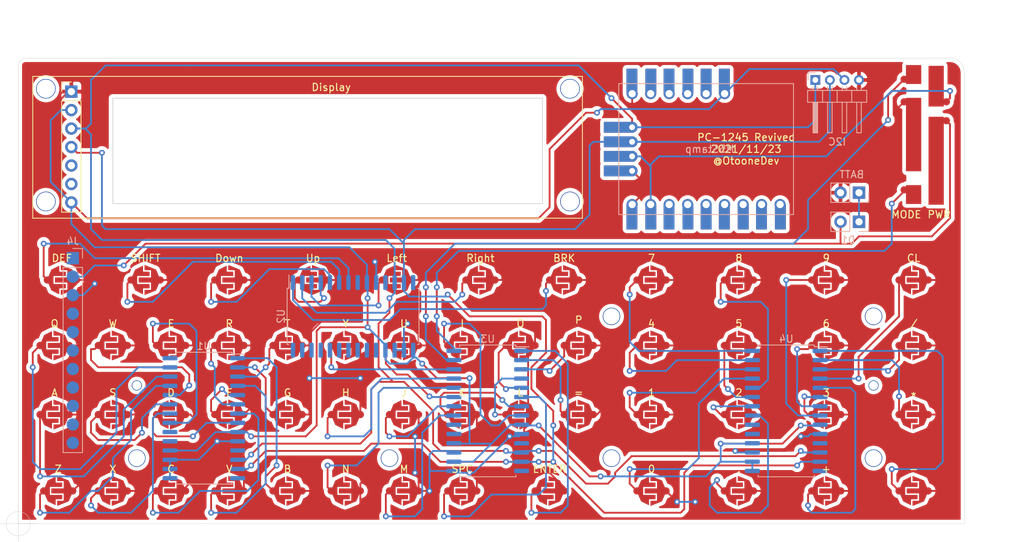
<source format=kicad_pcb>
(kicad_pcb (version 20171130) (host pcbnew "(5.1.8)-1")
  (layers (0 F.Cu signal) (31 B.Cu signal) (34 B.Paste user) (35 F.Paste user) (36 B.SilkS user) (37 F.SilkS user) (38 B.Mask user) (39 F.Mask user) (44 Edge.Cuts user))
  (net 0 "")
  (net 1 "Net-(J1-Pad1)")
  (net 2 "Net-(J1-Pad2)")
  (net 3 +3V3)
  (net 4 -BATT)
  (net 5 "Net-(SW1-Pad1)")
  (net 6 "Net-(SW2-Pad1)")
  (net 7 "Net-(SW3-Pad1)")
  (net 8 "Net-(SW4-Pad1)")
  (net 9 "Net-(SW5-Pad1)")
  (net 10 "Net-(SW6-Pad1)")
  (net 11 "Net-(SW7-Pad1)")
  (net 12 "Net-(SW8-Pad1)")
  (net 13 "Net-(SW9-Pad1)")
  (net 14 "Net-(SW10-Pad1)")
  (net 15 "Net-(SW11-Pad1)")
  (net 16 "Net-(SW12-Pad1)")
  (net 17 "Net-(SW13-Pad1)")
  (net 18 "Net-(SW14-Pad1)")
  (net 19 "Net-(SW15-Pad1)")
  (net 20 "Net-(SW16-Pad1)")
  (net 21 "Net-(SW17-Pad1)")
  (net 22 "Net-(SW18-Pad1)")
  (net 23 "Net-(SW19-Pad1)")
  (net 24 "Net-(SW20-Pad1)")
  (net 25 "Net-(SW21-Pad1)")
  (net 26 "Net-(SW22-Pad1)")
  (net 27 "Net-(SW23-Pad1)")
  (net 28 "Net-(SW24-Pad1)")
  (net 29 "Net-(SW25-Pad1)")
  (net 30 "Net-(SW26-Pad1)")
  (net 31 "Net-(SW27-Pad1)")
  (net 32 "Net-(SW28-Pad1)")
  (net 33 "Net-(SW29-Pad1)")
  (net 34 "Net-(SW30-Pad1)")
  (net 35 "Net-(SW31-Pad1)")
  (net 36 "Net-(SW32-Pad1)")
  (net 37 "Net-(SW33-Pad1)")
  (net 38 "Net-(SW34-Pad1)")
  (net 39 "Net-(SW35-Pad1)")
  (net 40 "Net-(SW36-Pad1)")
  (net 41 "Net-(SW37-Pad1)")
  (net 42 "Net-(SW38-Pad1)")
  (net 43 "Net-(SW39-Pad1)")
  (net 44 "Net-(SW40-Pad1)")
  (net 45 "Net-(SW41-Pad1)")
  (net 46 "Net-(SW42-Pad1)")
  (net 47 "Net-(SW43-Pad1)")
  (net 48 "Net-(SW44-Pad1)")
  (net 49 "Net-(SW45-Pad1)")
  (net 50 "Net-(SW46-Pad1)")
  (net 51 "Net-(SW47-Pad1)")
  (net 52 "Net-(SW48-Pad1)")
  (net 53 "Net-(SW49-Pad1)")
  (net 54 "Net-(SW50-Pad1)")
  (net 55 "Net-(SW51-Pad1)")
  (net 56 "Net-(SW52-Pad1)")
  (net 57 "Net-(SW53-Pad1)")
  (net 58 "Net-(SW53-Pad3)")
  (net 59 "Net-(J4-Pad2)")
  (net 60 +5V)
  (net 61 "Net-(D1-Pad1)")
  (net 62 "Net-(D1-Pad2)")
  (module ContactPad:ContactPad_4mm (layer F.Cu) (at 84 124)
    (fp_text reference Z (at 0 -3) (layer F.SilkS))
    (fp_text value SW_Push)
    (pad 1 smd custom (at -2 0) (size 1 1) (layers F.Cu F.Mask) (net 8 "Net-(SW4-Pad1)") (options (clearance outline) (anchor circle)) (primitives (gr_poly (pts (xy 1.6 -1.1) (xy 2.5 -1.1) (xy 2.5 -0.6) (xy 0.8 -0.6) (xy 0.8 0.6) (xy 2.5 0.6) (xy 2.5 1.1) (xy 1.6 1.1) (xy 1.6 1.9) (xy 0.6 1.4) (xy 0 0) (xy 0.6 -1.4) (xy 1.6 -1.9)) (width 0.1))))
    (pad 2 smd custom (at 2 0) (size 1 1) (layers F.Cu F.Mask) (net 4 -BATT) (options (clearance outline) (anchor circle)) (primitives (gr_poly (pts (xy -0.6 -1.4) (xy 0 0) (xy -0.6 1.4) (xy -2.1 2) (xy -2.1 1.4) (xy -1.2 1.4) (xy -1.2 0.3) (xy -2.9 0.3) (xy -2.9 -0.3) (xy -1.2 -0.3) (xy -1.2 -1.4) (xy -2.1 -1.4) (xy -2.1 -2)) (width 0.1))))
  )
  (module ContactPad:ContactPad_4mm (layer F.Cu) (at 83.5 113.5)
    (fp_text reference A (at 0 -3) (layer F.SilkS))
    (fp_text value SW_Push)
    (pad 1 smd custom (at -2 0) (size 1 1) (layers F.Cu F.Mask) (net 7 "Net-(SW3-Pad1)") (options (clearance outline) (anchor circle)) (primitives (gr_poly (pts (xy 1.6 -1.1) (xy 2.5 -1.1) (xy 2.5 -0.6) (xy 0.8 -0.6) (xy 0.8 0.6) (xy 2.5 0.6) (xy 2.5 1.1) (xy 1.6 1.1) (xy 1.6 1.9) (xy 0.6 1.4) (xy 0 0) (xy 0.6 -1.4) (xy 1.6 -1.9)) (width 0.1))))
    (pad 2 smd custom (at 2 0) (size 1 1) (layers F.Cu F.Mask) (net 4 -BATT) (options (clearance outline) (anchor circle)) (primitives (gr_poly (pts (xy -0.6 -1.4) (xy 0 0) (xy -0.6 1.4) (xy -2.1 2) (xy -2.1 1.4) (xy -1.2 1.4) (xy -1.2 0.3) (xy -2.9 0.3) (xy -2.9 -0.3) (xy -1.2 -0.3) (xy -1.2 -1.4) (xy -2.1 -1.4) (xy -2.1 -2)) (width 0.1))))
  )
  (module ContactPad:ContactPad_4mm (layer F.Cu) (at 83.5 104)
    (fp_text reference Q (at 0 -3) (layer F.SilkS))
    (fp_text value SW_Push)
    (pad 1 smd custom (at -2 0) (size 1 1) (layers F.Cu F.Mask) (net 6 "Net-(SW2-Pad1)") (options (clearance outline) (anchor circle)) (primitives (gr_poly (pts (xy 1.6 -1.1) (xy 2.5 -1.1) (xy 2.5 -0.6) (xy 0.8 -0.6) (xy 0.8 0.6) (xy 2.5 0.6) (xy 2.5 1.1) (xy 1.6 1.1) (xy 1.6 1.9) (xy 0.6 1.4) (xy 0 0) (xy 0.6 -1.4) (xy 1.6 -1.9)) (width 0.1))))
    (pad 2 smd custom (at 2 0) (size 1 1) (layers F.Cu F.Mask) (net 4 -BATT) (options (clearance outline) (anchor circle)) (primitives (gr_poly (pts (xy -0.6 -1.4) (xy 0 0) (xy -0.6 1.4) (xy -2.1 2) (xy -2.1 1.4) (xy -1.2 1.4) (xy -1.2 0.3) (xy -2.9 0.3) (xy -2.9 -0.3) (xy -1.2 -0.3) (xy -1.2 -1.4) (xy -2.1 -1.4) (xy -2.1 -2)) (width 0.1))))
  )
  (module ContactPad:ContactPad_4mm (layer F.Cu) (at 84.5 95)
    (fp_text reference DEF (at 0 -3) (layer F.SilkS))
    (fp_text value SW_Push)
    (pad 1 smd custom (at -2 0) (size 1 1) (layers F.Cu F.Mask) (net 5 "Net-(SW1-Pad1)") (options (clearance outline) (anchor circle)) (primitives (gr_poly (pts (xy 1.6 -1.1) (xy 2.5 -1.1) (xy 2.5 -0.6) (xy 0.8 -0.6) (xy 0.8 0.6) (xy 2.5 0.6) (xy 2.5 1.1) (xy 1.6 1.1) (xy 1.6 1.9) (xy 0.6 1.4) (xy 0 0) (xy 0.6 -1.4) (xy 1.6 -1.9)) (width 0.1))))
    (pad 2 smd custom (at 2 0) (size 1 1) (layers F.Cu F.Mask) (net 4 -BATT) (options (clearance outline) (anchor circle)) (primitives (gr_poly (pts (xy -0.6 -1.4) (xy 0 0) (xy -0.6 1.4) (xy -2.1 2) (xy -2.1 1.4) (xy -1.2 1.4) (xy -1.2 0.3) (xy -2.9 0.3) (xy -2.9 -0.3) (xy -1.2 -0.3) (xy -1.2 -1.4) (xy -2.1 -1.4) (xy -2.1 -2)) (width 0.1))))
  )
  (module ContactPad:ContactPad_4mm (layer F.Cu) (at 91.5 104)
    (fp_text reference W (at 0 -3) (layer F.SilkS))
    (fp_text value SW_Push)
    (pad 1 smd custom (at -2 0) (size 1 1) (layers F.Cu F.Mask) (net 9 "Net-(SW5-Pad1)") (options (clearance outline) (anchor circle)) (primitives (gr_poly (pts (xy 1.6 -1.1) (xy 2.5 -1.1) (xy 2.5 -0.6) (xy 0.8 -0.6) (xy 0.8 0.6) (xy 2.5 0.6) (xy 2.5 1.1) (xy 1.6 1.1) (xy 1.6 1.9) (xy 0.6 1.4) (xy 0 0) (xy 0.6 -1.4) (xy 1.6 -1.9)) (width 0.1))))
    (pad 2 smd custom (at 2 0) (size 1 1) (layers F.Cu F.Mask) (net 4 -BATT) (options (clearance outline) (anchor circle)) (primitives (gr_poly (pts (xy -0.6 -1.4) (xy 0 0) (xy -0.6 1.4) (xy -2.1 2) (xy -2.1 1.4) (xy -1.2 1.4) (xy -1.2 0.3) (xy -2.9 0.3) (xy -2.9 -0.3) (xy -1.2 -0.3) (xy -1.2 -1.4) (xy -2.1 -1.4) (xy -2.1 -2)) (width 0.1))))
  )
  (module ContactPad:ContactPad_4mm (layer F.Cu) (at 91.5 113.5)
    (fp_text reference S (at 0 -3) (layer F.SilkS))
    (fp_text value SW_Push)
    (pad 1 smd custom (at -2 0) (size 1 1) (layers F.Cu F.Mask) (net 10 "Net-(SW6-Pad1)") (options (clearance outline) (anchor circle)) (primitives (gr_poly (pts (xy 1.6 -1.1) (xy 2.5 -1.1) (xy 2.5 -0.6) (xy 0.8 -0.6) (xy 0.8 0.6) (xy 2.5 0.6) (xy 2.5 1.1) (xy 1.6 1.1) (xy 1.6 1.9) (xy 0.6 1.4) (xy 0 0) (xy 0.6 -1.4) (xy 1.6 -1.9)) (width 0.1))))
    (pad 2 smd custom (at 2 0) (size 1 1) (layers F.Cu F.Mask) (net 4 -BATT) (options (clearance outline) (anchor circle)) (primitives (gr_poly (pts (xy -0.6 -1.4) (xy 0 0) (xy -0.6 1.4) (xy -2.1 2) (xy -2.1 1.4) (xy -1.2 1.4) (xy -1.2 0.3) (xy -2.9 0.3) (xy -2.9 -0.3) (xy -1.2 -0.3) (xy -1.2 -1.4) (xy -2.1 -1.4) (xy -2.1 -2)) (width 0.1))))
  )
  (module ContactPad:ContactPad_4mm (layer F.Cu) (at 91.5 124)
    (fp_text reference X (at 0 -3) (layer F.SilkS))
    (fp_text value SW_Push)
    (pad 1 smd custom (at -2 0) (size 1 1) (layers F.Cu F.Mask) (net 11 "Net-(SW7-Pad1)") (options (clearance outline) (anchor circle)) (primitives (gr_poly (pts (xy 1.6 -1.1) (xy 2.5 -1.1) (xy 2.5 -0.6) (xy 0.8 -0.6) (xy 0.8 0.6) (xy 2.5 0.6) (xy 2.5 1.1) (xy 1.6 1.1) (xy 1.6 1.9) (xy 0.6 1.4) (xy 0 0) (xy 0.6 -1.4) (xy 1.6 -1.9)) (width 0.1))))
    (pad 2 smd custom (at 2 0) (size 1 1) (layers F.Cu F.Mask) (net 4 -BATT) (options (clearance outline) (anchor circle)) (primitives (gr_poly (pts (xy -0.6 -1.4) (xy 0 0) (xy -0.6 1.4) (xy -2.1 2) (xy -2.1 1.4) (xy -1.2 1.4) (xy -1.2 0.3) (xy -2.9 0.3) (xy -2.9 -0.3) (xy -1.2 -0.3) (xy -1.2 -1.4) (xy -2.1 -1.4) (xy -2.1 -2)) (width 0.1))))
  )
  (module ContactPad:ContactPad_4mm (layer F.Cu) (at 99.5 124)
    (fp_text reference C (at 0 -3) (layer F.SilkS))
    (fp_text value SW_Push)
    (pad 1 smd custom (at -2 0) (size 1 1) (layers F.Cu F.Mask) (net 15 "Net-(SW11-Pad1)") (options (clearance outline) (anchor circle)) (primitives (gr_poly (pts (xy 1.6 -1.1) (xy 2.5 -1.1) (xy 2.5 -0.6) (xy 0.8 -0.6) (xy 0.8 0.6) (xy 2.5 0.6) (xy 2.5 1.1) (xy 1.6 1.1) (xy 1.6 1.9) (xy 0.6 1.4) (xy 0 0) (xy 0.6 -1.4) (xy 1.6 -1.9)) (width 0.1))))
    (pad 2 smd custom (at 2 0) (size 1 1) (layers F.Cu F.Mask) (net 4 -BATT) (options (clearance outline) (anchor circle)) (primitives (gr_poly (pts (xy -0.6 -1.4) (xy 0 0) (xy -0.6 1.4) (xy -2.1 2) (xy -2.1 1.4) (xy -1.2 1.4) (xy -1.2 0.3) (xy -2.9 0.3) (xy -2.9 -0.3) (xy -1.2 -0.3) (xy -1.2 -1.4) (xy -2.1 -1.4) (xy -2.1 -2)) (width 0.1))))
  )
  (module ContactPad:ContactPad_4mm (layer F.Cu) (at 99.5 113.5)
    (fp_text reference D (at 0 -3) (layer F.SilkS))
    (fp_text value SW_Push)
    (pad 1 smd custom (at -2 0) (size 1 1) (layers F.Cu F.Mask) (net 14 "Net-(SW10-Pad1)") (options (clearance outline) (anchor circle)) (primitives (gr_poly (pts (xy 1.6 -1.1) (xy 2.5 -1.1) (xy 2.5 -0.6) (xy 0.8 -0.6) (xy 0.8 0.6) (xy 2.5 0.6) (xy 2.5 1.1) (xy 1.6 1.1) (xy 1.6 1.9) (xy 0.6 1.4) (xy 0 0) (xy 0.6 -1.4) (xy 1.6 -1.9)) (width 0.1))))
    (pad 2 smd custom (at 2 0) (size 1 1) (layers F.Cu F.Mask) (net 4 -BATT) (options (clearance outline) (anchor circle)) (primitives (gr_poly (pts (xy -0.6 -1.4) (xy 0 0) (xy -0.6 1.4) (xy -2.1 2) (xy -2.1 1.4) (xy -1.2 1.4) (xy -1.2 0.3) (xy -2.9 0.3) (xy -2.9 -0.3) (xy -1.2 -0.3) (xy -1.2 -1.4) (xy -2.1 -1.4) (xy -2.1 -2)) (width 0.1))))
  )
  (module ContactPad:ContactPad_4mm (layer F.Cu) (at 99.5 104)
    (fp_text reference E (at 0 -3) (layer F.SilkS))
    (fp_text value SW_Push)
    (pad 1 smd custom (at -2 0) (size 1 1) (layers F.Cu F.Mask) (net 13 "Net-(SW9-Pad1)") (options (clearance outline) (anchor circle)) (primitives (gr_poly (pts (xy 1.6 -1.1) (xy 2.5 -1.1) (xy 2.5 -0.6) (xy 0.8 -0.6) (xy 0.8 0.6) (xy 2.5 0.6) (xy 2.5 1.1) (xy 1.6 1.1) (xy 1.6 1.9) (xy 0.6 1.4) (xy 0 0) (xy 0.6 -1.4) (xy 1.6 -1.9)) (width 0.1))))
    (pad 2 smd custom (at 2 0) (size 1 1) (layers F.Cu F.Mask) (net 4 -BATT) (options (clearance outline) (anchor circle)) (primitives (gr_poly (pts (xy -0.6 -1.4) (xy 0 0) (xy -0.6 1.4) (xy -2.1 2) (xy -2.1 1.4) (xy -1.2 1.4) (xy -1.2 0.3) (xy -2.9 0.3) (xy -2.9 -0.3) (xy -1.2 -0.3) (xy -1.2 -1.4) (xy -2.1 -1.4) (xy -2.1 -2)) (width 0.1))))
  )
  (module ContactPad:ContactPad_4mm (layer F.Cu) (at 96 95)
    (fp_text reference SHIFT (at 0 -3) (layer F.SilkS))
    (fp_text value SW_Push)
    (pad 1 smd custom (at -2 0) (size 1 1) (layers F.Cu F.Mask) (net 12 "Net-(SW8-Pad1)") (options (clearance outline) (anchor circle)) (primitives (gr_poly (pts (xy 1.6 -1.1) (xy 2.5 -1.1) (xy 2.5 -0.6) (xy 0.8 -0.6) (xy 0.8 0.6) (xy 2.5 0.6) (xy 2.5 1.1) (xy 1.6 1.1) (xy 1.6 1.9) (xy 0.6 1.4) (xy 0 0) (xy 0.6 -1.4) (xy 1.6 -1.9)) (width 0.1))))
    (pad 2 smd custom (at 2 0) (size 1 1) (layers F.Cu F.Mask) (net 4 -BATT) (options (clearance outline) (anchor circle)) (primitives (gr_poly (pts (xy -0.6 -1.4) (xy 0 0) (xy -0.6 1.4) (xy -2.1 2) (xy -2.1 1.4) (xy -1.2 1.4) (xy -1.2 0.3) (xy -2.9 0.3) (xy -2.9 -0.3) (xy -1.2 -0.3) (xy -1.2 -1.4) (xy -2.1 -1.4) (xy -2.1 -2)) (width 0.1))))
  )
  (module ContactPad:ContactPad_4mm (layer F.Cu) (at 107.5 95)
    (fp_text reference Down (at 0 -3) (layer F.SilkS))
    (fp_text value SW_Push)
    (pad 1 smd custom (at -2 0) (size 1 1) (layers F.Cu F.Mask) (net 16 "Net-(SW12-Pad1)") (options (clearance outline) (anchor circle)) (primitives (gr_poly (pts (xy 1.6 -1.1) (xy 2.5 -1.1) (xy 2.5 -0.6) (xy 0.8 -0.6) (xy 0.8 0.6) (xy 2.5 0.6) (xy 2.5 1.1) (xy 1.6 1.1) (xy 1.6 1.9) (xy 0.6 1.4) (xy 0 0) (xy 0.6 -1.4) (xy 1.6 -1.9)) (width 0.1))))
    (pad 2 smd custom (at 2 0) (size 1 1) (layers F.Cu F.Mask) (net 4 -BATT) (options (clearance outline) (anchor circle)) (primitives (gr_poly (pts (xy -0.6 -1.4) (xy 0 0) (xy -0.6 1.4) (xy -2.1 2) (xy -2.1 1.4) (xy -1.2 1.4) (xy -1.2 0.3) (xy -2.9 0.3) (xy -2.9 -0.3) (xy -1.2 -0.3) (xy -1.2 -1.4) (xy -2.1 -1.4) (xy -2.1 -2)) (width 0.1))))
  )
  (module ContactPad:ContactPad_4mm (layer F.Cu) (at 107.5 104)
    (fp_text reference R (at 0 -3) (layer F.SilkS))
    (fp_text value SW_Push)
    (pad 1 smd custom (at -2 0) (size 1 1) (layers F.Cu F.Mask) (net 17 "Net-(SW13-Pad1)") (options (clearance outline) (anchor circle)) (primitives (gr_poly (pts (xy 1.6 -1.1) (xy 2.5 -1.1) (xy 2.5 -0.6) (xy 0.8 -0.6) (xy 0.8 0.6) (xy 2.5 0.6) (xy 2.5 1.1) (xy 1.6 1.1) (xy 1.6 1.9) (xy 0.6 1.4) (xy 0 0) (xy 0.6 -1.4) (xy 1.6 -1.9)) (width 0.1))))
    (pad 2 smd custom (at 2 0) (size 1 1) (layers F.Cu F.Mask) (net 4 -BATT) (options (clearance outline) (anchor circle)) (primitives (gr_poly (pts (xy -0.6 -1.4) (xy 0 0) (xy -0.6 1.4) (xy -2.1 2) (xy -2.1 1.4) (xy -1.2 1.4) (xy -1.2 0.3) (xy -2.9 0.3) (xy -2.9 -0.3) (xy -1.2 -0.3) (xy -1.2 -1.4) (xy -2.1 -1.4) (xy -2.1 -2)) (width 0.1))))
  )
  (module ContactPad:ContactPad_4mm (layer F.Cu) (at 107.5 113.5)
    (fp_text reference F (at 0 -3) (layer F.SilkS))
    (fp_text value SW_Push)
    (pad 1 smd custom (at -2 0) (size 1 1) (layers F.Cu F.Mask) (net 18 "Net-(SW14-Pad1)") (options (clearance outline) (anchor circle)) (primitives (gr_poly (pts (xy 1.6 -1.1) (xy 2.5 -1.1) (xy 2.5 -0.6) (xy 0.8 -0.6) (xy 0.8 0.6) (xy 2.5 0.6) (xy 2.5 1.1) (xy 1.6 1.1) (xy 1.6 1.9) (xy 0.6 1.4) (xy 0 0) (xy 0.6 -1.4) (xy 1.6 -1.9)) (width 0.1))))
    (pad 2 smd custom (at 2 0) (size 1 1) (layers F.Cu F.Mask) (net 4 -BATT) (options (clearance outline) (anchor circle)) (primitives (gr_poly (pts (xy -0.6 -1.4) (xy 0 0) (xy -0.6 1.4) (xy -2.1 2) (xy -2.1 1.4) (xy -1.2 1.4) (xy -1.2 0.3) (xy -2.9 0.3) (xy -2.9 -0.3) (xy -1.2 -0.3) (xy -1.2 -1.4) (xy -2.1 -1.4) (xy -2.1 -2)) (width 0.1))))
  )
  (module ContactPad:ContactPad_4mm (layer F.Cu) (at 107.5 124)
    (fp_text reference V (at 0 -3) (layer F.SilkS))
    (fp_text value SW_Push)
    (pad 1 smd custom (at -2 0) (size 1 1) (layers F.Cu F.Mask) (net 19 "Net-(SW15-Pad1)") (options (clearance outline) (anchor circle)) (primitives (gr_poly (pts (xy 1.6 -1.1) (xy 2.5 -1.1) (xy 2.5 -0.6) (xy 0.8 -0.6) (xy 0.8 0.6) (xy 2.5 0.6) (xy 2.5 1.1) (xy 1.6 1.1) (xy 1.6 1.9) (xy 0.6 1.4) (xy 0 0) (xy 0.6 -1.4) (xy 1.6 -1.9)) (width 0.1))))
    (pad 2 smd custom (at 2 0) (size 1 1) (layers F.Cu F.Mask) (net 4 -BATT) (options (clearance outline) (anchor circle)) (primitives (gr_poly (pts (xy -0.6 -1.4) (xy 0 0) (xy -0.6 1.4) (xy -2.1 2) (xy -2.1 1.4) (xy -1.2 1.4) (xy -1.2 0.3) (xy -2.9 0.3) (xy -2.9 -0.3) (xy -1.2 -0.3) (xy -1.2 -1.4) (xy -2.1 -1.4) (xy -2.1 -2)) (width 0.1))))
  )
  (module ContactPad:ContactPad_4mm (layer F.Cu) (at 115.5 124)
    (fp_text reference B (at 0 -3) (layer F.SilkS))
    (fp_text value SW_Push)
    (pad 1 smd custom (at -2 0) (size 1 1) (layers F.Cu F.Mask) (net 22 "Net-(SW18-Pad1)") (options (clearance outline) (anchor circle)) (primitives (gr_poly (pts (xy 1.6 -1.1) (xy 2.5 -1.1) (xy 2.5 -0.6) (xy 0.8 -0.6) (xy 0.8 0.6) (xy 2.5 0.6) (xy 2.5 1.1) (xy 1.6 1.1) (xy 1.6 1.9) (xy 0.6 1.4) (xy 0 0) (xy 0.6 -1.4) (xy 1.6 -1.9)) (width 0.1))))
    (pad 2 smd custom (at 2 0) (size 1 1) (layers F.Cu F.Mask) (net 4 -BATT) (options (clearance outline) (anchor circle)) (primitives (gr_poly (pts (xy -0.6 -1.4) (xy 0 0) (xy -0.6 1.4) (xy -2.1 2) (xy -2.1 1.4) (xy -1.2 1.4) (xy -1.2 0.3) (xy -2.9 0.3) (xy -2.9 -0.3) (xy -1.2 -0.3) (xy -1.2 -1.4) (xy -2.1 -1.4) (xy -2.1 -2)) (width 0.1))))
  )
  (module ContactPad:ContactPad_4mm (layer F.Cu) (at 115.5 113.5)
    (fp_text reference G (at 0 -3) (layer F.SilkS))
    (fp_text value SW_Push)
    (pad 1 smd custom (at -2 0) (size 1 1) (layers F.Cu F.Mask) (net 21 "Net-(SW17-Pad1)") (options (clearance outline) (anchor circle)) (primitives (gr_poly (pts (xy 1.6 -1.1) (xy 2.5 -1.1) (xy 2.5 -0.6) (xy 0.8 -0.6) (xy 0.8 0.6) (xy 2.5 0.6) (xy 2.5 1.1) (xy 1.6 1.1) (xy 1.6 1.9) (xy 0.6 1.4) (xy 0 0) (xy 0.6 -1.4) (xy 1.6 -1.9)) (width 0.1))))
    (pad 2 smd custom (at 2 0) (size 1 1) (layers F.Cu F.Mask) (net 4 -BATT) (options (clearance outline) (anchor circle)) (primitives (gr_poly (pts (xy -0.6 -1.4) (xy 0 0) (xy -0.6 1.4) (xy -2.1 2) (xy -2.1 1.4) (xy -1.2 1.4) (xy -1.2 0.3) (xy -2.9 0.3) (xy -2.9 -0.3) (xy -1.2 -0.3) (xy -1.2 -1.4) (xy -2.1 -1.4) (xy -2.1 -2)) (width 0.1))))
  )
  (module ContactPad:ContactPad_4mm (layer F.Cu) (at 115.5 104)
    (fp_text reference T (at 0 -3) (layer F.SilkS))
    (fp_text value SW_Push)
    (pad 1 smd custom (at -2 0) (size 1 1) (layers F.Cu F.Mask) (net 20 "Net-(SW16-Pad1)") (options (clearance outline) (anchor circle)) (primitives (gr_poly (pts (xy 1.6 -1.1) (xy 2.5 -1.1) (xy 2.5 -0.6) (xy 0.8 -0.6) (xy 0.8 0.6) (xy 2.5 0.6) (xy 2.5 1.1) (xy 1.6 1.1) (xy 1.6 1.9) (xy 0.6 1.4) (xy 0 0) (xy 0.6 -1.4) (xy 1.6 -1.9)) (width 0.1))))
    (pad 2 smd custom (at 2 0) (size 1 1) (layers F.Cu F.Mask) (net 4 -BATT) (options (clearance outline) (anchor circle)) (primitives (gr_poly (pts (xy -0.6 -1.4) (xy 0 0) (xy -0.6 1.4) (xy -2.1 2) (xy -2.1 1.4) (xy -1.2 1.4) (xy -1.2 0.3) (xy -2.9 0.3) (xy -2.9 -0.3) (xy -1.2 -0.3) (xy -1.2 -1.4) (xy -2.1 -1.4) (xy -2.1 -2)) (width 0.1))))
  )
  (module ContactPad:ContactPad_4mm (layer F.Cu) (at 119 95)
    (fp_text reference Up (at 0 -3) (layer F.SilkS))
    (fp_text value SW_Push)
    (pad 1 smd custom (at -2 0) (size 1 1) (layers F.Cu F.Mask) (net 23 "Net-(SW19-Pad1)") (options (clearance outline) (anchor circle)) (primitives (gr_poly (pts (xy 1.6 -1.1) (xy 2.5 -1.1) (xy 2.5 -0.6) (xy 0.8 -0.6) (xy 0.8 0.6) (xy 2.5 0.6) (xy 2.5 1.1) (xy 1.6 1.1) (xy 1.6 1.9) (xy 0.6 1.4) (xy 0 0) (xy 0.6 -1.4) (xy 1.6 -1.9)) (width 0.1))))
    (pad 2 smd custom (at 2 0) (size 1 1) (layers F.Cu F.Mask) (net 4 -BATT) (options (clearance outline) (anchor circle)) (primitives (gr_poly (pts (xy -0.6 -1.4) (xy 0 0) (xy -0.6 1.4) (xy -2.1 2) (xy -2.1 1.4) (xy -1.2 1.4) (xy -1.2 0.3) (xy -2.9 0.3) (xy -2.9 -0.3) (xy -1.2 -0.3) (xy -1.2 -1.4) (xy -2.1 -1.4) (xy -2.1 -2)) (width 0.1))))
  )
  (module ContactPad:ContactPad_4mm (layer F.Cu) (at 123.5 124)
    (fp_text reference N (at 0 -3) (layer F.SilkS))
    (fp_text value SW_Push)
    (pad 1 smd custom (at -2 0) (size 1 1) (layers F.Cu F.Mask) (net 26 "Net-(SW22-Pad1)") (options (clearance outline) (anchor circle)) (primitives (gr_poly (pts (xy 1.6 -1.1) (xy 2.5 -1.1) (xy 2.5 -0.6) (xy 0.8 -0.6) (xy 0.8 0.6) (xy 2.5 0.6) (xy 2.5 1.1) (xy 1.6 1.1) (xy 1.6 1.9) (xy 0.6 1.4) (xy 0 0) (xy 0.6 -1.4) (xy 1.6 -1.9)) (width 0.1))))
    (pad 2 smd custom (at 2 0) (size 1 1) (layers F.Cu F.Mask) (net 4 -BATT) (options (clearance outline) (anchor circle)) (primitives (gr_poly (pts (xy -0.6 -1.4) (xy 0 0) (xy -0.6 1.4) (xy -2.1 2) (xy -2.1 1.4) (xy -1.2 1.4) (xy -1.2 0.3) (xy -2.9 0.3) (xy -2.9 -0.3) (xy -1.2 -0.3) (xy -1.2 -1.4) (xy -2.1 -1.4) (xy -2.1 -2)) (width 0.1))))
  )
  (module ContactPad:ContactPad_4mm (layer F.Cu) (at 123.5 113.5)
    (fp_text reference H (at 0 -3) (layer F.SilkS))
    (fp_text value SW_Push)
    (pad 1 smd custom (at -2 0) (size 1 1) (layers F.Cu F.Mask) (net 25 "Net-(SW21-Pad1)") (options (clearance outline) (anchor circle)) (primitives (gr_poly (pts (xy 1.6 -1.1) (xy 2.5 -1.1) (xy 2.5 -0.6) (xy 0.8 -0.6) (xy 0.8 0.6) (xy 2.5 0.6) (xy 2.5 1.1) (xy 1.6 1.1) (xy 1.6 1.9) (xy 0.6 1.4) (xy 0 0) (xy 0.6 -1.4) (xy 1.6 -1.9)) (width 0.1))))
    (pad 2 smd custom (at 2 0) (size 1 1) (layers F.Cu F.Mask) (net 4 -BATT) (options (clearance outline) (anchor circle)) (primitives (gr_poly (pts (xy -0.6 -1.4) (xy 0 0) (xy -0.6 1.4) (xy -2.1 2) (xy -2.1 1.4) (xy -1.2 1.4) (xy -1.2 0.3) (xy -2.9 0.3) (xy -2.9 -0.3) (xy -1.2 -0.3) (xy -1.2 -1.4) (xy -2.1 -1.4) (xy -2.1 -2)) (width 0.1))))
  )
  (module ContactPad:ContactPad_4mm (layer F.Cu) (at 123.5 104)
    (fp_text reference Y (at 0 -3) (layer F.SilkS))
    (fp_text value SW_Push)
    (pad 1 smd custom (at -2 0) (size 1 1) (layers F.Cu F.Mask) (net 24 "Net-(SW20-Pad1)") (options (clearance outline) (anchor circle)) (primitives (gr_poly (pts (xy 1.6 -1.1) (xy 2.5 -1.1) (xy 2.5 -0.6) (xy 0.8 -0.6) (xy 0.8 0.6) (xy 2.5 0.6) (xy 2.5 1.1) (xy 1.6 1.1) (xy 1.6 1.9) (xy 0.6 1.4) (xy 0 0) (xy 0.6 -1.4) (xy 1.6 -1.9)) (width 0.1))))
    (pad 2 smd custom (at 2 0) (size 1 1) (layers F.Cu F.Mask) (net 4 -BATT) (options (clearance outline) (anchor circle)) (primitives (gr_poly (pts (xy -0.6 -1.4) (xy 0 0) (xy -0.6 1.4) (xy -2.1 2) (xy -2.1 1.4) (xy -1.2 1.4) (xy -1.2 0.3) (xy -2.9 0.3) (xy -2.9 -0.3) (xy -1.2 -0.3) (xy -1.2 -1.4) (xy -2.1 -1.4) (xy -2.1 -2)) (width 0.1))))
  )
  (module ContactPad:ContactPad_4mm (layer F.Cu) (at 130.5 95)
    (fp_text reference Left (at 0 -3) (layer F.SilkS))
    (fp_text value SW_Push)
    (pad 1 smd custom (at -2 0) (size 1 1) (layers F.Cu F.Mask) (net 27 "Net-(SW23-Pad1)") (options (clearance outline) (anchor circle)) (primitives (gr_poly (pts (xy 1.6 -1.1) (xy 2.5 -1.1) (xy 2.5 -0.6) (xy 0.8 -0.6) (xy 0.8 0.6) (xy 2.5 0.6) (xy 2.5 1.1) (xy 1.6 1.1) (xy 1.6 1.9) (xy 0.6 1.4) (xy 0 0) (xy 0.6 -1.4) (xy 1.6 -1.9)) (width 0.1))))
    (pad 2 smd custom (at 2 0) (size 1 1) (layers F.Cu F.Mask) (net 4 -BATT) (options (clearance outline) (anchor circle)) (primitives (gr_poly (pts (xy -0.6 -1.4) (xy 0 0) (xy -0.6 1.4) (xy -2.1 2) (xy -2.1 1.4) (xy -1.2 1.4) (xy -1.2 0.3) (xy -2.9 0.3) (xy -2.9 -0.3) (xy -1.2 -0.3) (xy -1.2 -1.4) (xy -2.1 -1.4) (xy -2.1 -2)) (width 0.1))))
  )
  (module ContactPad:ContactPad_4mm (layer F.Cu) (at 131.5 104)
    (fp_text reference U (at 0 -3) (layer F.SilkS))
    (fp_text value SW_Push)
    (pad 1 smd custom (at -2 0) (size 1 1) (layers F.Cu F.Mask) (net 28 "Net-(SW24-Pad1)") (options (clearance outline) (anchor circle)) (primitives (gr_poly (pts (xy 1.6 -1.1) (xy 2.5 -1.1) (xy 2.5 -0.6) (xy 0.8 -0.6) (xy 0.8 0.6) (xy 2.5 0.6) (xy 2.5 1.1) (xy 1.6 1.1) (xy 1.6 1.9) (xy 0.6 1.4) (xy 0 0) (xy 0.6 -1.4) (xy 1.6 -1.9)) (width 0.1))))
    (pad 2 smd custom (at 2 0) (size 1 1) (layers F.Cu F.Mask) (net 4 -BATT) (options (clearance outline) (anchor circle)) (primitives (gr_poly (pts (xy -0.6 -1.4) (xy 0 0) (xy -0.6 1.4) (xy -2.1 2) (xy -2.1 1.4) (xy -1.2 1.4) (xy -1.2 0.3) (xy -2.9 0.3) (xy -2.9 -0.3) (xy -1.2 -0.3) (xy -1.2 -1.4) (xy -2.1 -1.4) (xy -2.1 -2)) (width 0.1))))
  )
  (module ContactPad:ContactPad_4mm (layer F.Cu) (at 131.5 113.5)
    (fp_text reference J (at 0 -3) (layer F.SilkS))
    (fp_text value SW_Push)
    (pad 1 smd custom (at -2 0) (size 1 1) (layers F.Cu F.Mask) (net 29 "Net-(SW25-Pad1)") (options (clearance outline) (anchor circle)) (primitives (gr_poly (pts (xy 1.6 -1.1) (xy 2.5 -1.1) (xy 2.5 -0.6) (xy 0.8 -0.6) (xy 0.8 0.6) (xy 2.5 0.6) (xy 2.5 1.1) (xy 1.6 1.1) (xy 1.6 1.9) (xy 0.6 1.4) (xy 0 0) (xy 0.6 -1.4) (xy 1.6 -1.9)) (width 0.1))))
    (pad 2 smd custom (at 2 0) (size 1 1) (layers F.Cu F.Mask) (net 4 -BATT) (options (clearance outline) (anchor circle)) (primitives (gr_poly (pts (xy -0.6 -1.4) (xy 0 0) (xy -0.6 1.4) (xy -2.1 2) (xy -2.1 1.4) (xy -1.2 1.4) (xy -1.2 0.3) (xy -2.9 0.3) (xy -2.9 -0.3) (xy -1.2 -0.3) (xy -1.2 -1.4) (xy -2.1 -1.4) (xy -2.1 -2)) (width 0.1))))
  )
  (module ContactPad:ContactPad_4mm (layer F.Cu) (at 131.5 124)
    (fp_text reference M (at 0 -3) (layer F.SilkS))
    (fp_text value SW_Push)
    (pad 1 smd custom (at -2 0) (size 1 1) (layers F.Cu F.Mask) (net 30 "Net-(SW26-Pad1)") (options (clearance outline) (anchor circle)) (primitives (gr_poly (pts (xy 1.6 -1.1) (xy 2.5 -1.1) (xy 2.5 -0.6) (xy 0.8 -0.6) (xy 0.8 0.6) (xy 2.5 0.6) (xy 2.5 1.1) (xy 1.6 1.1) (xy 1.6 1.9) (xy 0.6 1.4) (xy 0 0) (xy 0.6 -1.4) (xy 1.6 -1.9)) (width 0.1))))
    (pad 2 smd custom (at 2 0) (size 1 1) (layers F.Cu F.Mask) (net 4 -BATT) (options (clearance outline) (anchor circle)) (primitives (gr_poly (pts (xy -0.6 -1.4) (xy 0 0) (xy -0.6 1.4) (xy -2.1 2) (xy -2.1 1.4) (xy -1.2 1.4) (xy -1.2 0.3) (xy -2.9 0.3) (xy -2.9 -0.3) (xy -1.2 -0.3) (xy -1.2 -1.4) (xy -2.1 -1.4) (xy -2.1 -2)) (width 0.1))))
  )
  (module ContactPad:ContactPad_4mm (layer F.Cu) (at 139.5 124)
    (fp_text reference SPC (at 0 -3) (layer F.SilkS))
    (fp_text value SW_Push)
    (pad 1 smd custom (at -2 0) (size 1 1) (layers F.Cu F.Mask) (net 34 "Net-(SW30-Pad1)") (options (clearance outline) (anchor circle)) (primitives (gr_poly (pts (xy 1.6 -1.1) (xy 2.5 -1.1) (xy 2.5 -0.6) (xy 0.8 -0.6) (xy 0.8 0.6) (xy 2.5 0.6) (xy 2.5 1.1) (xy 1.6 1.1) (xy 1.6 1.9) (xy 0.6 1.4) (xy 0 0) (xy 0.6 -1.4) (xy 1.6 -1.9)) (width 0.1))))
    (pad 2 smd custom (at 2 0) (size 1 1) (layers F.Cu F.Mask) (net 4 -BATT) (options (clearance outline) (anchor circle)) (primitives (gr_poly (pts (xy -0.6 -1.4) (xy 0 0) (xy -0.6 1.4) (xy -2.1 2) (xy -2.1 1.4) (xy -1.2 1.4) (xy -1.2 0.3) (xy -2.9 0.3) (xy -2.9 -0.3) (xy -1.2 -0.3) (xy -1.2 -1.4) (xy -2.1 -1.4) (xy -2.1 -2)) (width 0.1))))
  )
  (module ContactPad:ContactPad_4mm (layer F.Cu) (at 139.5 113.5)
    (fp_text reference K (at 0 -3) (layer F.SilkS))
    (fp_text value SW_Push)
    (pad 1 smd custom (at -2 0) (size 1 1) (layers F.Cu F.Mask) (net 33 "Net-(SW29-Pad1)") (options (clearance outline) (anchor circle)) (primitives (gr_poly (pts (xy 1.6 -1.1) (xy 2.5 -1.1) (xy 2.5 -0.6) (xy 0.8 -0.6) (xy 0.8 0.6) (xy 2.5 0.6) (xy 2.5 1.1) (xy 1.6 1.1) (xy 1.6 1.9) (xy 0.6 1.4) (xy 0 0) (xy 0.6 -1.4) (xy 1.6 -1.9)) (width 0.1))))
    (pad 2 smd custom (at 2 0) (size 1 1) (layers F.Cu F.Mask) (net 4 -BATT) (options (clearance outline) (anchor circle)) (primitives (gr_poly (pts (xy -0.6 -1.4) (xy 0 0) (xy -0.6 1.4) (xy -2.1 2) (xy -2.1 1.4) (xy -1.2 1.4) (xy -1.2 0.3) (xy -2.9 0.3) (xy -2.9 -0.3) (xy -1.2 -0.3) (xy -1.2 -1.4) (xy -2.1 -1.4) (xy -2.1 -2)) (width 0.1))))
  )
  (module ContactPad:ContactPad_4mm (layer F.Cu) (at 139.5 104)
    (fp_text reference I (at 0 -3) (layer F.SilkS))
    (fp_text value SW_Push)
    (pad 1 smd custom (at -2 0) (size 1 1) (layers F.Cu F.Mask) (net 32 "Net-(SW28-Pad1)") (options (clearance outline) (anchor circle)) (primitives (gr_poly (pts (xy 1.6 -1.1) (xy 2.5 -1.1) (xy 2.5 -0.6) (xy 0.8 -0.6) (xy 0.8 0.6) (xy 2.5 0.6) (xy 2.5 1.1) (xy 1.6 1.1) (xy 1.6 1.9) (xy 0.6 1.4) (xy 0 0) (xy 0.6 -1.4) (xy 1.6 -1.9)) (width 0.1))))
    (pad 2 smd custom (at 2 0) (size 1 1) (layers F.Cu F.Mask) (net 4 -BATT) (options (clearance outline) (anchor circle)) (primitives (gr_poly (pts (xy -0.6 -1.4) (xy 0 0) (xy -0.6 1.4) (xy -2.1 2) (xy -2.1 1.4) (xy -1.2 1.4) (xy -1.2 0.3) (xy -2.9 0.3) (xy -2.9 -0.3) (xy -1.2 -0.3) (xy -1.2 -1.4) (xy -2.1 -1.4) (xy -2.1 -2)) (width 0.1))))
  )
  (module ContactPad:ContactPad_4mm (layer F.Cu) (at 142 95)
    (fp_text reference Right (at 0 -3) (layer F.SilkS))
    (fp_text value SW_Push)
    (pad 1 smd custom (at -2 0) (size 1 1) (layers F.Cu F.Mask) (net 31 "Net-(SW27-Pad1)") (options (clearance outline) (anchor circle)) (primitives (gr_poly (pts (xy 1.6 -1.1) (xy 2.5 -1.1) (xy 2.5 -0.6) (xy 0.8 -0.6) (xy 0.8 0.6) (xy 2.5 0.6) (xy 2.5 1.1) (xy 1.6 1.1) (xy 1.6 1.9) (xy 0.6 1.4) (xy 0 0) (xy 0.6 -1.4) (xy 1.6 -1.9)) (width 0.1))))
    (pad 2 smd custom (at 2 0) (size 1 1) (layers F.Cu F.Mask) (net 4 -BATT) (options (clearance outline) (anchor circle)) (primitives (gr_poly (pts (xy -0.6 -1.4) (xy 0 0) (xy -0.6 1.4) (xy -2.1 2) (xy -2.1 1.4) (xy -1.2 1.4) (xy -1.2 0.3) (xy -2.9 0.3) (xy -2.9 -0.3) (xy -1.2 -0.3) (xy -1.2 -1.4) (xy -2.1 -1.4) (xy -2.1 -2)) (width 0.1))))
  )
  (module ContactPad:ContactPad_4mm (layer F.Cu) (at 151.5 124)
    (fp_text reference ENTER (at 0 -3) (layer F.SilkS))
    (fp_text value SW_Push)
    (pad 1 smd custom (at -2 0) (size 1 1) (layers F.Cu F.Mask) (net 37 "Net-(SW33-Pad1)") (options (clearance outline) (anchor circle)) (primitives (gr_poly (pts (xy 1.6 -1.1) (xy 2.5 -1.1) (xy 2.5 -0.6) (xy 0.8 -0.6) (xy 0.8 0.6) (xy 2.5 0.6) (xy 2.5 1.1) (xy 1.6 1.1) (xy 1.6 1.9) (xy 0.6 1.4) (xy 0 0) (xy 0.6 -1.4) (xy 1.6 -1.9)) (width 0.1))))
    (pad 2 smd custom (at 2 0) (size 1 1) (layers F.Cu F.Mask) (net 4 -BATT) (options (clearance outline) (anchor circle)) (primitives (gr_poly (pts (xy -0.6 -1.4) (xy 0 0) (xy -0.6 1.4) (xy -2.1 2) (xy -2.1 1.4) (xy -1.2 1.4) (xy -1.2 0.3) (xy -2.9 0.3) (xy -2.9 -0.3) (xy -1.2 -0.3) (xy -1.2 -1.4) (xy -2.1 -1.4) (xy -2.1 -2)) (width 0.1))))
  )
  (module ContactPad:ContactPad_4mm (layer F.Cu) (at 147.5 113.5)
    (fp_text reference L (at 0 -3) (layer F.SilkS))
    (fp_text value SW_Push)
    (pad 1 smd custom (at -2 0) (size 1 1) (layers F.Cu F.Mask) (net 36 "Net-(SW32-Pad1)") (options (clearance outline) (anchor circle)) (primitives (gr_poly (pts (xy 1.6 -1.1) (xy 2.5 -1.1) (xy 2.5 -0.6) (xy 0.8 -0.6) (xy 0.8 0.6) (xy 2.5 0.6) (xy 2.5 1.1) (xy 1.6 1.1) (xy 1.6 1.9) (xy 0.6 1.4) (xy 0 0) (xy 0.6 -1.4) (xy 1.6 -1.9)) (width 0.1))))
    (pad 2 smd custom (at 2 0) (size 1 1) (layers F.Cu F.Mask) (net 4 -BATT) (options (clearance outline) (anchor circle)) (primitives (gr_poly (pts (xy -0.6 -1.4) (xy 0 0) (xy -0.6 1.4) (xy -2.1 2) (xy -2.1 1.4) (xy -1.2 1.4) (xy -1.2 0.3) (xy -2.9 0.3) (xy -2.9 -0.3) (xy -1.2 -0.3) (xy -1.2 -1.4) (xy -2.1 -1.4) (xy -2.1 -2)) (width 0.1))))
  )
  (module ContactPad:ContactPad_4mm (layer F.Cu) (at 147.5 104)
    (fp_text reference O (at 0 -3) (layer F.SilkS))
    (fp_text value SW_Push)
    (pad 1 smd custom (at -2 0) (size 1 1) (layers F.Cu F.Mask) (net 35 "Net-(SW31-Pad1)") (options (clearance outline) (anchor circle)) (primitives (gr_poly (pts (xy 1.6 -1.1) (xy 2.5 -1.1) (xy 2.5 -0.6) (xy 0.8 -0.6) (xy 0.8 0.6) (xy 2.5 0.6) (xy 2.5 1.1) (xy 1.6 1.1) (xy 1.6 1.9) (xy 0.6 1.4) (xy 0 0) (xy 0.6 -1.4) (xy 1.6 -1.9)) (width 0.1))))
    (pad 2 smd custom (at 2 0) (size 1 1) (layers F.Cu F.Mask) (net 4 -BATT) (options (clearance outline) (anchor circle)) (primitives (gr_poly (pts (xy -0.6 -1.4) (xy 0 0) (xy -0.6 1.4) (xy -2.1 2) (xy -2.1 1.4) (xy -1.2 1.4) (xy -1.2 0.3) (xy -2.9 0.3) (xy -2.9 -0.3) (xy -1.2 -0.3) (xy -1.2 -1.4) (xy -2.1 -1.4) (xy -2.1 -2)) (width 0.1))))
  )
  (module ContactPad:ContactPad_4mm (layer F.Cu) (at 153.5 95)
    (fp_text reference BRK (at 0 -3) (layer F.SilkS))
    (fp_text value SW_Push)
    (pad 1 smd custom (at -2 0) (size 1 1) (layers F.Cu F.Mask) (net 38 "Net-(SW34-Pad1)") (options (clearance outline) (anchor circle)) (primitives (gr_poly (pts (xy 1.6 -1.1) (xy 2.5 -1.1) (xy 2.5 -0.6) (xy 0.8 -0.6) (xy 0.8 0.6) (xy 2.5 0.6) (xy 2.5 1.1) (xy 1.6 1.1) (xy 1.6 1.9) (xy 0.6 1.4) (xy 0 0) (xy 0.6 -1.4) (xy 1.6 -1.9)) (width 0.1))))
    (pad 2 smd custom (at 2 0) (size 1 1) (layers F.Cu F.Mask) (net 4 -BATT) (options (clearance outline) (anchor circle)) (primitives (gr_poly (pts (xy -0.6 -1.4) (xy 0 0) (xy -0.6 1.4) (xy -2.1 2) (xy -2.1 1.4) (xy -1.2 1.4) (xy -1.2 0.3) (xy -2.9 0.3) (xy -2.9 -0.3) (xy -1.2 -0.3) (xy -1.2 -1.4) (xy -2.1 -1.4) (xy -2.1 -2)) (width 0.1))))
  )
  (module ContactPad:ContactPad_4mm (layer F.Cu) (at 155.5 104)
    (fp_text reference P (at 0 -3.5) (layer F.SilkS))
    (fp_text value SW_Push)
    (pad 1 smd custom (at -2 0) (size 1 1) (layers F.Cu F.Mask) (net 39 "Net-(SW35-Pad1)") (options (clearance outline) (anchor circle)) (primitives (gr_poly (pts (xy 1.6 -1.1) (xy 2.5 -1.1) (xy 2.5 -0.6) (xy 0.8 -0.6) (xy 0.8 0.6) (xy 2.5 0.6) (xy 2.5 1.1) (xy 1.6 1.1) (xy 1.6 1.9) (xy 0.6 1.4) (xy 0 0) (xy 0.6 -1.4) (xy 1.6 -1.9)) (width 0.1))))
    (pad 2 smd custom (at 2 0) (size 1 1) (layers F.Cu F.Mask) (net 4 -BATT) (options (clearance outline) (anchor circle)) (primitives (gr_poly (pts (xy -0.6 -1.4) (xy 0 0) (xy -0.6 1.4) (xy -2.1 2) (xy -2.1 1.4) (xy -1.2 1.4) (xy -1.2 0.3) (xy -2.9 0.3) (xy -2.9 -0.3) (xy -1.2 -0.3) (xy -1.2 -1.4) (xy -2.1 -1.4) (xy -2.1 -2)) (width 0.1))))
  )
  (module ContactPad:ContactPad_4mm (layer F.Cu) (at 155.5 113.5)
    (fp_text reference = (at 0 -3) (layer F.SilkS))
    (fp_text value SW_Push)
    (pad 1 smd custom (at -2 0) (size 1 1) (layers F.Cu F.Mask) (net 40 "Net-(SW36-Pad1)") (options (clearance outline) (anchor circle)) (primitives (gr_poly (pts (xy 1.6 -1.1) (xy 2.5 -1.1) (xy 2.5 -0.6) (xy 0.8 -0.6) (xy 0.8 0.6) (xy 2.5 0.6) (xy 2.5 1.1) (xy 1.6 1.1) (xy 1.6 1.9) (xy 0.6 1.4) (xy 0 0) (xy 0.6 -1.4) (xy 1.6 -1.9)) (width 0.1))))
    (pad 2 smd custom (at 2 0) (size 1 1) (layers F.Cu F.Mask) (net 4 -BATT) (options (clearance outline) (anchor circle)) (primitives (gr_poly (pts (xy -0.6 -1.4) (xy 0 0) (xy -0.6 1.4) (xy -2.1 2) (xy -2.1 1.4) (xy -1.2 1.4) (xy -1.2 0.3) (xy -2.9 0.3) (xy -2.9 -0.3) (xy -1.2 -0.3) (xy -1.2 -1.4) (xy -2.1 -1.4) (xy -2.1 -2)) (width 0.1))))
  )
  (module ContactPad:ContactPad_4mm (layer F.Cu) (at 165.5 124)
    (fp_text reference 0 (at 0 -3) (layer F.SilkS))
    (fp_text value SW_Push)
    (pad 1 smd custom (at -2 0) (size 1 1) (layers F.Cu F.Mask) (net 44 "Net-(SW40-Pad1)") (options (clearance outline) (anchor circle)) (primitives (gr_poly (pts (xy 1.6 -1.1) (xy 2.5 -1.1) (xy 2.5 -0.6) (xy 0.8 -0.6) (xy 0.8 0.6) (xy 2.5 0.6) (xy 2.5 1.1) (xy 1.6 1.1) (xy 1.6 1.9) (xy 0.6 1.4) (xy 0 0) (xy 0.6 -1.4) (xy 1.6 -1.9)) (width 0.1))))
    (pad 2 smd custom (at 2 0) (size 1 1) (layers F.Cu F.Mask) (net 4 -BATT) (options (clearance outline) (anchor circle)) (primitives (gr_poly (pts (xy -0.6 -1.4) (xy 0 0) (xy -0.6 1.4) (xy -2.1 2) (xy -2.1 1.4) (xy -1.2 1.4) (xy -1.2 0.3) (xy -2.9 0.3) (xy -2.9 -0.3) (xy -1.2 -0.3) (xy -1.2 -1.4) (xy -2.1 -1.4) (xy -2.1 -2)) (width 0.1))))
  )
  (module ContactPad:ContactPad_4mm (layer F.Cu) (at 165.5 113.5)
    (fp_text reference 1 (at 0 -3) (layer F.SilkS))
    (fp_text value SW_Push)
    (pad 1 smd custom (at -2 0) (size 1 1) (layers F.Cu F.Mask) (net 43 "Net-(SW39-Pad1)") (options (clearance outline) (anchor circle)) (primitives (gr_poly (pts (xy 1.6 -1.1) (xy 2.5 -1.1) (xy 2.5 -0.6) (xy 0.8 -0.6) (xy 0.8 0.6) (xy 2.5 0.6) (xy 2.5 1.1) (xy 1.6 1.1) (xy 1.6 1.9) (xy 0.6 1.4) (xy 0 0) (xy 0.6 -1.4) (xy 1.6 -1.9)) (width 0.1))))
    (pad 2 smd custom (at 2 0) (size 1 1) (layers F.Cu F.Mask) (net 4 -BATT) (options (clearance outline) (anchor circle)) (primitives (gr_poly (pts (xy -0.6 -1.4) (xy 0 0) (xy -0.6 1.4) (xy -2.1 2) (xy -2.1 1.4) (xy -1.2 1.4) (xy -1.2 0.3) (xy -2.9 0.3) (xy -2.9 -0.3) (xy -1.2 -0.3) (xy -1.2 -1.4) (xy -2.1 -1.4) (xy -2.1 -2)) (width 0.1))))
  )
  (module ContactPad:ContactPad_4mm (layer F.Cu) (at 165.5 104)
    (fp_text reference 4 (at 0 -3) (layer F.SilkS))
    (fp_text value SW_Push)
    (pad 1 smd custom (at -2 0) (size 1 1) (layers F.Cu F.Mask) (net 42 "Net-(SW38-Pad1)") (options (clearance outline) (anchor circle)) (primitives (gr_poly (pts (xy 1.6 -1.1) (xy 2.5 -1.1) (xy 2.5 -0.6) (xy 0.8 -0.6) (xy 0.8 0.6) (xy 2.5 0.6) (xy 2.5 1.1) (xy 1.6 1.1) (xy 1.6 1.9) (xy 0.6 1.4) (xy 0 0) (xy 0.6 -1.4) (xy 1.6 -1.9)) (width 0.1))))
    (pad 2 smd custom (at 2 0) (size 1 1) (layers F.Cu F.Mask) (net 4 -BATT) (options (clearance outline) (anchor circle)) (primitives (gr_poly (pts (xy -0.6 -1.4) (xy 0 0) (xy -0.6 1.4) (xy -2.1 2) (xy -2.1 1.4) (xy -1.2 1.4) (xy -1.2 0.3) (xy -2.9 0.3) (xy -2.9 -0.3) (xy -1.2 -0.3) (xy -1.2 -1.4) (xy -2.1 -1.4) (xy -2.1 -2)) (width 0.1))))
  )
  (module ContactPad:ContactPad_4mm (layer F.Cu) (at 165.5 95)
    (fp_text reference 7 (at 0 -3) (layer F.SilkS))
    (fp_text value SW_Push)
    (pad 1 smd custom (at -2 0) (size 1 1) (layers F.Cu F.Mask) (net 41 "Net-(SW37-Pad1)") (options (clearance outline) (anchor circle)) (primitives (gr_poly (pts (xy 1.6 -1.1) (xy 2.5 -1.1) (xy 2.5 -0.6) (xy 0.8 -0.6) (xy 0.8 0.6) (xy 2.5 0.6) (xy 2.5 1.1) (xy 1.6 1.1) (xy 1.6 1.9) (xy 0.6 1.4) (xy 0 0) (xy 0.6 -1.4) (xy 1.6 -1.9)) (width 0.1))))
    (pad 2 smd custom (at 2 0) (size 1 1) (layers F.Cu F.Mask) (net 4 -BATT) (options (clearance outline) (anchor circle)) (primitives (gr_poly (pts (xy -0.6 -1.4) (xy 0 0) (xy -0.6 1.4) (xy -2.1 2) (xy -2.1 1.4) (xy -1.2 1.4) (xy -1.2 0.3) (xy -2.9 0.3) (xy -2.9 -0.3) (xy -1.2 -0.3) (xy -1.2 -1.4) (xy -2.1 -1.4) (xy -2.1 -2)) (width 0.1))))
  )
  (module ContactPad:ContactPad_4mm (layer F.Cu) (at 177.5 124)
    (fp_text reference . (at 0 -3) (layer F.SilkS))
    (fp_text value SW_Push)
    (pad 1 smd custom (at -2 0) (size 1 1) (layers F.Cu F.Mask) (net 48 "Net-(SW44-Pad1)") (options (clearance outline) (anchor circle)) (primitives (gr_poly (pts (xy 1.6 -1.1) (xy 2.5 -1.1) (xy 2.5 -0.6) (xy 0.8 -0.6) (xy 0.8 0.6) (xy 2.5 0.6) (xy 2.5 1.1) (xy 1.6 1.1) (xy 1.6 1.9) (xy 0.6 1.4) (xy 0 0) (xy 0.6 -1.4) (xy 1.6 -1.9)) (width 0.1))))
    (pad 2 smd custom (at 2 0) (size 1 1) (layers F.Cu F.Mask) (net 4 -BATT) (options (clearance outline) (anchor circle)) (primitives (gr_poly (pts (xy -0.6 -1.4) (xy 0 0) (xy -0.6 1.4) (xy -2.1 2) (xy -2.1 1.4) (xy -1.2 1.4) (xy -1.2 0.3) (xy -2.9 0.3) (xy -2.9 -0.3) (xy -1.2 -0.3) (xy -1.2 -1.4) (xy -2.1 -1.4) (xy -2.1 -2)) (width 0.1))))
  )
  (module ContactPad:ContactPad_4mm (layer F.Cu) (at 177.5 113.5)
    (fp_text reference 2 (at 0 -3) (layer F.SilkS))
    (fp_text value SW_Push)
    (pad 1 smd custom (at -2 0) (size 1 1) (layers F.Cu F.Mask) (net 47 "Net-(SW43-Pad1)") (options (clearance outline) (anchor circle)) (primitives (gr_poly (pts (xy 1.6 -1.1) (xy 2.5 -1.1) (xy 2.5 -0.6) (xy 0.8 -0.6) (xy 0.8 0.6) (xy 2.5 0.6) (xy 2.5 1.1) (xy 1.6 1.1) (xy 1.6 1.9) (xy 0.6 1.4) (xy 0 0) (xy 0.6 -1.4) (xy 1.6 -1.9)) (width 0.1))))
    (pad 2 smd custom (at 2 0) (size 1 1) (layers F.Cu F.Mask) (net 4 -BATT) (options (clearance outline) (anchor circle)) (primitives (gr_poly (pts (xy -0.6 -1.4) (xy 0 0) (xy -0.6 1.4) (xy -2.1 2) (xy -2.1 1.4) (xy -1.2 1.4) (xy -1.2 0.3) (xy -2.9 0.3) (xy -2.9 -0.3) (xy -1.2 -0.3) (xy -1.2 -1.4) (xy -2.1 -1.4) (xy -2.1 -2)) (width 0.1))))
  )
  (module ContactPad:ContactPad_4mm (layer F.Cu) (at 177.5 104)
    (fp_text reference 5 (at 0 -3) (layer F.SilkS))
    (fp_text value SW_Push)
    (pad 1 smd custom (at -2 0) (size 1 1) (layers F.Cu F.Mask) (net 46 "Net-(SW42-Pad1)") (options (clearance outline) (anchor circle)) (primitives (gr_poly (pts (xy 1.6 -1.1) (xy 2.5 -1.1) (xy 2.5 -0.6) (xy 0.8 -0.6) (xy 0.8 0.6) (xy 2.5 0.6) (xy 2.5 1.1) (xy 1.6 1.1) (xy 1.6 1.9) (xy 0.6 1.4) (xy 0 0) (xy 0.6 -1.4) (xy 1.6 -1.9)) (width 0.1))))
    (pad 2 smd custom (at 2 0) (size 1 1) (layers F.Cu F.Mask) (net 4 -BATT) (options (clearance outline) (anchor circle)) (primitives (gr_poly (pts (xy -0.6 -1.4) (xy 0 0) (xy -0.6 1.4) (xy -2.1 2) (xy -2.1 1.4) (xy -1.2 1.4) (xy -1.2 0.3) (xy -2.9 0.3) (xy -2.9 -0.3) (xy -1.2 -0.3) (xy -1.2 -1.4) (xy -2.1 -1.4) (xy -2.1 -2)) (width 0.1))))
  )
  (module ContactPad:ContactPad_4mm (layer F.Cu) (at 177.5 95)
    (fp_text reference 8 (at 0 -3) (layer F.SilkS))
    (fp_text value SW_Push)
    (pad 1 smd custom (at -2 0) (size 1 1) (layers F.Cu F.Mask) (net 45 "Net-(SW41-Pad1)") (options (clearance outline) (anchor circle)) (primitives (gr_poly (pts (xy 1.6 -1.1) (xy 2.5 -1.1) (xy 2.5 -0.6) (xy 0.8 -0.6) (xy 0.8 0.6) (xy 2.5 0.6) (xy 2.5 1.1) (xy 1.6 1.1) (xy 1.6 1.9) (xy 0.6 1.4) (xy 0 0) (xy 0.6 -1.4) (xy 1.6 -1.9)) (width 0.1))))
    (pad 2 smd custom (at 2 0) (size 1 1) (layers F.Cu F.Mask) (net 4 -BATT) (options (clearance outline) (anchor circle)) (primitives (gr_poly (pts (xy -0.6 -1.4) (xy 0 0) (xy -0.6 1.4) (xy -2.1 2) (xy -2.1 1.4) (xy -1.2 1.4) (xy -1.2 0.3) (xy -2.9 0.3) (xy -2.9 -0.3) (xy -1.2 -0.3) (xy -1.2 -1.4) (xy -2.1 -1.4) (xy -2.1 -2)) (width 0.1))))
  )
  (module ContactPad:ContactPad_4mm (layer F.Cu) (at 189.5 124)
    (fp_text reference + (at 0 -3) (layer F.SilkS))
    (fp_text value SW_Push)
    (pad 1 smd custom (at -2 0) (size 1 1) (layers F.Cu F.Mask) (net 52 "Net-(SW48-Pad1)") (options (clearance outline) (anchor circle)) (primitives (gr_poly (pts (xy 1.6 -1.1) (xy 2.5 -1.1) (xy 2.5 -0.6) (xy 0.8 -0.6) (xy 0.8 0.6) (xy 2.5 0.6) (xy 2.5 1.1) (xy 1.6 1.1) (xy 1.6 1.9) (xy 0.6 1.4) (xy 0 0) (xy 0.6 -1.4) (xy 1.6 -1.9)) (width 0.1))))
    (pad 2 smd custom (at 2 0) (size 1 1) (layers F.Cu F.Mask) (net 4 -BATT) (options (clearance outline) (anchor circle)) (primitives (gr_poly (pts (xy -0.6 -1.4) (xy 0 0) (xy -0.6 1.4) (xy -2.1 2) (xy -2.1 1.4) (xy -1.2 1.4) (xy -1.2 0.3) (xy -2.9 0.3) (xy -2.9 -0.3) (xy -1.2 -0.3) (xy -1.2 -1.4) (xy -2.1 -1.4) (xy -2.1 -2)) (width 0.1))))
  )
  (module ContactPad:ContactPad_4mm (layer F.Cu) (at 189.5 113.5)
    (fp_text reference 3 (at 0 -3) (layer F.SilkS))
    (fp_text value SW_Push)
    (pad 1 smd custom (at -2 0) (size 1 1) (layers F.Cu F.Mask) (net 51 "Net-(SW47-Pad1)") (options (clearance outline) (anchor circle)) (primitives (gr_poly (pts (xy 1.6 -1.1) (xy 2.5 -1.1) (xy 2.5 -0.6) (xy 0.8 -0.6) (xy 0.8 0.6) (xy 2.5 0.6) (xy 2.5 1.1) (xy 1.6 1.1) (xy 1.6 1.9) (xy 0.6 1.4) (xy 0 0) (xy 0.6 -1.4) (xy 1.6 -1.9)) (width 0.1))))
    (pad 2 smd custom (at 2 0) (size 1 1) (layers F.Cu F.Mask) (net 4 -BATT) (options (clearance outline) (anchor circle)) (primitives (gr_poly (pts (xy -0.6 -1.4) (xy 0 0) (xy -0.6 1.4) (xy -2.1 2) (xy -2.1 1.4) (xy -1.2 1.4) (xy -1.2 0.3) (xy -2.9 0.3) (xy -2.9 -0.3) (xy -1.2 -0.3) (xy -1.2 -1.4) (xy -2.1 -1.4) (xy -2.1 -2)) (width 0.1))))
  )
  (module ContactPad:ContactPad_4mm (layer F.Cu) (at 189.5 104)
    (fp_text reference 6 (at 0 -3) (layer F.SilkS))
    (fp_text value SW_Push)
    (pad 1 smd custom (at -2 0) (size 1 1) (layers F.Cu F.Mask) (net 50 "Net-(SW46-Pad1)") (options (clearance outline) (anchor circle)) (primitives (gr_poly (pts (xy 1.6 -1.1) (xy 2.5 -1.1) (xy 2.5 -0.6) (xy 0.8 -0.6) (xy 0.8 0.6) (xy 2.5 0.6) (xy 2.5 1.1) (xy 1.6 1.1) (xy 1.6 1.9) (xy 0.6 1.4) (xy 0 0) (xy 0.6 -1.4) (xy 1.6 -1.9)) (width 0.1))))
    (pad 2 smd custom (at 2 0) (size 1 1) (layers F.Cu F.Mask) (net 4 -BATT) (options (clearance outline) (anchor circle)) (primitives (gr_poly (pts (xy -0.6 -1.4) (xy 0 0) (xy -0.6 1.4) (xy -2.1 2) (xy -2.1 1.4) (xy -1.2 1.4) (xy -1.2 0.3) (xy -2.9 0.3) (xy -2.9 -0.3) (xy -1.2 -0.3) (xy -1.2 -1.4) (xy -2.1 -1.4) (xy -2.1 -2)) (width 0.1))))
  )
  (module ContactPad:ContactPad_4mm (layer F.Cu) (at 201.5 124)
    (fp_text reference - (at 0 -3) (layer F.SilkS))
    (fp_text value SW_Push)
    (pad 1 smd custom (at -2 0) (size 1 1) (layers F.Cu F.Mask) (net 56 "Net-(SW52-Pad1)") (options (clearance outline) (anchor circle)) (primitives (gr_poly (pts (xy 1.6 -1.1) (xy 2.5 -1.1) (xy 2.5 -0.6) (xy 0.8 -0.6) (xy 0.8 0.6) (xy 2.5 0.6) (xy 2.5 1.1) (xy 1.6 1.1) (xy 1.6 1.9) (xy 0.6 1.4) (xy 0 0) (xy 0.6 -1.4) (xy 1.6 -1.9)) (width 0.1))))
    (pad 2 smd custom (at 2 0) (size 1 1) (layers F.Cu F.Mask) (net 4 -BATT) (options (clearance outline) (anchor circle)) (primitives (gr_poly (pts (xy -0.6 -1.4) (xy 0 0) (xy -0.6 1.4) (xy -2.1 2) (xy -2.1 1.4) (xy -1.2 1.4) (xy -1.2 0.3) (xy -2.9 0.3) (xy -2.9 -0.3) (xy -1.2 -0.3) (xy -1.2 -1.4) (xy -2.1 -1.4) (xy -2.1 -2)) (width 0.1))))
  )
  (module ContactPad:ContactPad_4mm (layer F.Cu) (at 201.5 113.5)
    (fp_text reference * (at 0 -2.5) (layer F.SilkS))
    (fp_text value SW_Push)
    (pad 1 smd custom (at -2 0) (size 1 1) (layers F.Cu F.Mask) (net 55 "Net-(SW51-Pad1)") (options (clearance outline) (anchor circle)) (primitives (gr_poly (pts (xy 1.6 -1.1) (xy 2.5 -1.1) (xy 2.5 -0.6) (xy 0.8 -0.6) (xy 0.8 0.6) (xy 2.5 0.6) (xy 2.5 1.1) (xy 1.6 1.1) (xy 1.6 1.9) (xy 0.6 1.4) (xy 0 0) (xy 0.6 -1.4) (xy 1.6 -1.9)) (width 0.1))))
    (pad 2 smd custom (at 2 0) (size 1 1) (layers F.Cu F.Mask) (net 4 -BATT) (options (clearance outline) (anchor circle)) (primitives (gr_poly (pts (xy -0.6 -1.4) (xy 0 0) (xy -0.6 1.4) (xy -2.1 2) (xy -2.1 1.4) (xy -1.2 1.4) (xy -1.2 0.3) (xy -2.9 0.3) (xy -2.9 -0.3) (xy -1.2 -0.3) (xy -1.2 -1.4) (xy -2.1 -1.4) (xy -2.1 -2)) (width 0.1))))
  )
  (module ContactPad:ContactPad_4mm (layer F.Cu) (at 201.5 104)
    (fp_text reference / (at 0 -3) (layer F.SilkS))
    (fp_text value SW_Push)
    (pad 1 smd custom (at -2 0) (size 1 1) (layers F.Cu F.Mask) (net 54 "Net-(SW50-Pad1)") (options (clearance outline) (anchor circle)) (primitives (gr_poly (pts (xy 1.6 -1.1) (xy 2.5 -1.1) (xy 2.5 -0.6) (xy 0.8 -0.6) (xy 0.8 0.6) (xy 2.5 0.6) (xy 2.5 1.1) (xy 1.6 1.1) (xy 1.6 1.9) (xy 0.6 1.4) (xy 0 0) (xy 0.6 -1.4) (xy 1.6 -1.9)) (width 0.1))))
    (pad 2 smd custom (at 2 0) (size 1 1) (layers F.Cu F.Mask) (net 4 -BATT) (options (clearance outline) (anchor circle)) (primitives (gr_poly (pts (xy -0.6 -1.4) (xy 0 0) (xy -0.6 1.4) (xy -2.1 2) (xy -2.1 1.4) (xy -1.2 1.4) (xy -1.2 0.3) (xy -2.9 0.3) (xy -2.9 -0.3) (xy -1.2 -0.3) (xy -1.2 -1.4) (xy -2.1 -1.4) (xy -2.1 -2)) (width 0.1))))
  )
  (module ContactPad:ContactPad_4mm (layer F.Cu) (at 201.5 95)
    (fp_text reference CL (at 0 -3) (layer F.SilkS))
    (fp_text value SW_Push)
    (pad 1 smd custom (at -2 0) (size 1 1) (layers F.Cu F.Mask) (net 53 "Net-(SW49-Pad1)") (options (clearance outline) (anchor circle)) (primitives (gr_poly (pts (xy 1.6 -1.1) (xy 2.5 -1.1) (xy 2.5 -0.6) (xy 0.8 -0.6) (xy 0.8 0.6) (xy 2.5 0.6) (xy 2.5 1.1) (xy 1.6 1.1) (xy 1.6 1.9) (xy 0.6 1.4) (xy 0 0) (xy 0.6 -1.4) (xy 1.6 -1.9)) (width 0.1))))
    (pad 2 smd custom (at 2 0) (size 1 1) (layers F.Cu F.Mask) (net 4 -BATT) (options (clearance outline) (anchor circle)) (primitives (gr_poly (pts (xy -0.6 -1.4) (xy 0 0) (xy -0.6 1.4) (xy -2.1 2) (xy -2.1 1.4) (xy -1.2 1.4) (xy -1.2 0.3) (xy -2.9 0.3) (xy -2.9 -0.3) (xy -1.2 -0.3) (xy -1.2 -1.4) (xy -2.1 -1.4) (xy -2.1 -2)) (width 0.1))))
  )
  (module M5Stack:M5StampPico (layer B.Cu) (at 173 77 90)
    (fp_text reference M5Stamp (at 0 0.5) (layer B.SilkS) (effects (justify mirror)))
    (fp_text value M5Stamp)
    (pad 1 thru_hole custom (at -7.62 10.16 90) (size 1.524 1.524) (drill 1) (layers *.Cu *.Mask) (options (clearance outline) (anchor circle)) (primitives (gr_poly (pts (xy -0.58 0.34) (xy -0.58 -0.26) (xy 0.02 -0.66) (xy -3.38 -0.66) (xy -3.38 0.74) (xy 0.02 0.74)) (width 0.1))))
    (pad 2 thru_hole custom (at -7.62 7.62 90) (size 1.524 1.524) (drill 1) (layers *.Cu *.Mask) (options (clearance outline) (anchor circle)) (primitives (gr_poly (pts (xy -0.58 0.28) (xy -0.58 -0.32) (xy 0.02 -0.72) (xy -3.38 -0.72) (xy -3.38 0.68) (xy 0.02 0.68)) (width 0.1))))
    (pad 3 thru_hole custom (at -7.62 5.08 90) (size 1.524 1.524) (drill 1) (layers *.Cu *.Mask) (options (clearance outline) (anchor circle)) (primitives (gr_poly (pts (xy -0.58 0.32) (xy -0.58 -0.28) (xy 0.02 -0.68) (xy -3.38 -0.68) (xy -3.38 0.72) (xy 0.02 0.72)) (width 0.1))))
    (pad 4 thru_hole custom (at -7.62 2.54 90) (size 1.524 1.524) (drill 1) (layers *.Cu *.Mask) (options (clearance outline) (anchor circle)) (primitives (gr_poly (pts (xy -0.58 0.26) (xy -0.58 -0.34) (xy 0.02 -0.74) (xy -3.38 -0.74) (xy -3.38 0.66) (xy 0.02 0.66)) (width 0.1))))
    (pad 5 thru_hole custom (at -7.62 0 90) (size 1.524 1.524) (drill 1) (layers *.Cu *.Mask) (options (clearance outline) (anchor circle)) (primitives (gr_poly (pts (xy -0.58 0.3) (xy -0.58 -0.3) (xy 0.02 -0.7) (xy -3.38 -0.7) (xy -3.38 0.7) (xy 0.02 0.7)) (width 0.1))))
    (pad 6 thru_hole custom (at -7.62 -2.54 90) (size 1.524 1.524) (drill 1) (layers *.Cu *.Mask) (options (clearance outline) (anchor circle)) (primitives (gr_poly (pts (xy -0.58 0.34) (xy -0.58 -0.26) (xy 0.02 -0.66) (xy -3.38 -0.66) (xy -3.38 0.74) (xy 0.02 0.74)) (width 0.1))))
    (pad 7 thru_hole custom (at -7.62 -5.08 90) (size 1.524 1.524) (drill 1) (layers *.Cu *.Mask) (options (clearance outline) (anchor circle)) (primitives (gr_poly (pts (xy -0.58 0.28) (xy -0.58 -0.32) (xy 0.02 -0.72) (xy -3.38 -0.72) (xy -3.38 0.68) (xy 0.02 0.68)) (width 0.1))))
    (pad 8 thru_hole custom (at -7.62 -7.62 90) (size 1.524 1.524) (drill 1) (layers *.Cu *.Mask) (net 60 +5V) (options (clearance outline) (anchor circle)) (primitives (gr_poly (pts (xy -0.58 0.32) (xy -0.58 -0.28) (xy 0.02 -0.68) (xy -3.38 -0.68) (xy -3.38 0.72) (xy 0.02 0.72)) (width 0.1))))
    (pad 9 thru_hole custom (at -7.62 -10.16 90) (size 1.524 1.524) (drill 1) (layers *.Cu *.Mask) (net 4 -BATT) (options (clearance outline) (anchor circle)) (primitives (gr_poly (pts (xy -0.58 0.26) (xy -0.58 -0.34) (xy 0.02 -0.74) (xy -3.38 -0.74) (xy -3.38 0.66) (xy 0.02 0.66)) (width 0.1))))
    (pad 10 thru_hole custom (at -3 -10.17 90) (size 1.524 1.524) (drill 0.8) (layers *.Cu *.Mask) (net 4 -BATT) (options (clearance outline) (anchor circle)) (primitives (gr_poly (pts (xy -0.3 -0.63) (xy 0.3 -0.63) (xy 0.7 -0.03) (xy 0.7 -3.83) (xy -0.7 -3.83) (xy -0.7 -0.03)) (width 0.1))))
    (pad 11 thru_hole custom (at -1 -10.17 90) (size 1.524 1.524) (drill 0.8) (layers *.Cu *.Mask) (net 60 +5V) (options (clearance outline) (anchor circle)) (primitives (gr_poly (pts (xy -0.3 -0.63) (xy 0.3 -0.63) (xy 0.7 -0.03) (xy 0.7 -3.83) (xy -0.7 -3.83) (xy -0.7 -0.03)) (width 0.1))))
    (pad 12 thru_hole custom (at 1 -10.17 90) (size 1.524 1.524) (drill 0.8) (layers *.Cu *.Mask) (net 2 "Net-(J1-Pad2)") (options (clearance outline) (anchor circle)) (primitives (gr_poly (pts (xy -0.3 -0.63) (xy 0.3 -0.63) (xy 0.7 -0.03) (xy 0.7 -3.83) (xy -0.7 -3.83) (xy -0.7 -0.03)) (width 0.1))))
    (pad 13 thru_hole custom (at 3 -10.17 90) (size 1.524 1.524) (drill 0.8) (layers *.Cu *.Mask) (net 1 "Net-(J1-Pad1)") (options (clearance outline) (anchor circle)) (primitives (gr_poly (pts (xy -0.3 -0.63) (xy 0.3 -0.63) (xy 0.7 -0.03) (xy 0.7 -3.83) (xy -0.7 -3.83) (xy -0.7 -0.03)) (width 0.1))))
    (pad 14 thru_hole custom (at 7.62 -10.16 90) (size 1.524 1.524) (drill 1) (layers *.Cu *.Mask) (net 4 -BATT) (options (clearance outline) (anchor circle)) (primitives (gr_poly (pts (xy 0.58 0.26) (xy 0.58 -0.34) (xy -0.02 -0.74) (xy 3.38 -0.74) (xy 3.38 0.66) (xy -0.02 0.66)) (width 0.1))))
    (pad 15 thru_hole custom (at 7.62 -7.62 90) (size 1.524 1.524) (drill 1) (layers *.Cu *.Mask) (options (clearance outline) (anchor circle)) (primitives (gr_poly (pts (xy 0.58 0.32) (xy 0.58 -0.28) (xy -0.02 -0.68) (xy 3.38 -0.68) (xy 3.38 0.72) (xy -0.02 0.72)) (width 0.1))))
    (pad 16 thru_hole custom (at 7.62 -5.08 90) (size 1.524 1.524) (drill 1) (layers *.Cu *.Mask) (options (clearance outline) (anchor circle)) (primitives (gr_poly (pts (xy 0.58 0.28) (xy 0.58 -0.32) (xy -0.02 -0.72) (xy 3.38 -0.72) (xy 3.38 0.68) (xy -0.02 0.68)) (width 0.1))))
    (pad 17 thru_hole custom (at 7.62 -2.54 90) (size 1.524 1.524) (drill 1) (layers *.Cu *.Mask) (options (clearance outline) (anchor circle)) (primitives (gr_poly (pts (xy 0.58 0.34) (xy 0.58 -0.26) (xy -0.02 -0.66) (xy 3.38 -0.66) (xy 3.38 0.74) (xy -0.02 0.74)) (width 0.1))))
    (pad 18 thru_hole custom (at 7.62 0 90) (size 1.524 1.524) (drill 1) (layers *.Cu *.Mask) (options (clearance outline) (anchor circle)) (primitives (gr_poly (pts (xy 0.58 0.3) (xy 0.58 -0.3) (xy -0.02 -0.7) (xy 3.38 -0.7) (xy 3.38 0.7) (xy -0.02 0.7)) (width 0.1))))
    (pad 19 thru_hole custom (at 7.62 2.54 90) (size 1.524 1.524) (drill 1) (layers *.Cu *.Mask) (net 3 +3V3) (options (clearance outline) (anchor circle)) (primitives (gr_poly (pts (xy 0.58 0.26) (xy 0.58 -0.34) (xy -0.02 -0.74) (xy 3.38 -0.74) (xy 3.38 0.66) (xy -0.02 0.66)) (width 0.1))))
  )
  (module Connector_PinHeader_2.54mm:PinHeader_1x02_P2.54mm_Vertical (layer B.Cu) (at 194 83 90)
    (fp_text reference BATT (at 2.5 -1) (layer B.SilkS) (effects (justify mirror)))
    (fp_text value Conn_01x02)
    (pad 1 thru_hole rect (at 0 0 90) (size 1.7 1.7) (drill 1) (layers *.Cu *.Mask) (net 61 "Net-(D1-Pad1)"))
    (pad 2 thru_hole oval (at 0 -2.54 90) (size 1.7 1.7) (drill 1) (layers *.Cu *.Mask) (net 4 -BATT))
  )
  (module ContactPad:ContactPad_4mm (layer F.Cu) (at 189.5 95)
    (fp_text reference 9 (at 0 -3) (layer F.SilkS))
    (fp_text value SW_Push)
    (pad 1 smd custom (at -2 0) (size 1 1) (layers F.Cu F.Mask) (net 49 "Net-(SW45-Pad1)") (options (clearance outline) (anchor circle)) (primitives (gr_poly (pts (xy 1.6 -1.1) (xy 2.5 -1.1) (xy 2.5 -0.6) (xy 0.8 -0.6) (xy 0.8 0.6) (xy 2.5 0.6) (xy 2.5 1.1) (xy 1.6 1.1) (xy 1.6 1.9) (xy 0.6 1.4) (xy 0 0) (xy 0.6 -1.4) (xy 1.6 -1.9)) (width 0.1))))
    (pad 2 smd custom (at 2 0) (size 1 1) (layers F.Cu F.Mask) (net 4 -BATT) (options (clearance outline) (anchor circle)) (primitives (gr_poly (pts (xy -0.6 -1.4) (xy 0 0) (xy -0.6 1.4) (xy -2.1 2) (xy -2.1 1.4) (xy -1.2 1.4) (xy -1.2 0.3) (xy -2.9 0.3) (xy -2.9 -0.3) (xy -1.2 -0.3) (xy -1.2 -1.4) (xy -2.1 -1.4) (xy -2.1 -2)) (width 0.1))))
  )
  (module PC1245_SlideSw:PC1245_ModeSlideSw (layer F.Cu) (at 202.5 75)
    (fp_text reference MODE (at -2 11) (layer F.SilkS))
    (fp_text value SW_SPDT)
    (pad 1 smd custom (at -2.3 -7.6) (size 1 1) (layers F.Cu F.Mask) (net 57 "Net-(SW53-Pad1)") (options (clearance outline) (anchor circle)) (primitives (gr_poly (pts (xy 2.3 0.6) (xy 0.3 0.6) (xy 0.3 -1.9) (xy 2.3 -1.9)) (width 0.1))))
    (pad 2 smd custom (at -2.3 -4.5) (size 1 1) (layers F.Cu F.Mask) (net 4 -BATT) (options (clearance outline) (anchor circle)) (primitives (gr_poly (pts (xy 2.3 9.5) (xy 0.3 9.5) (xy 0.3 -0.5) (xy 2.3 -0.5)) (width 0.1))))
    (pad 3 smd custom (at -2.3 7.6) (size 1 1) (layers F.Cu F.Mask) (net 58 "Net-(SW53-Pad3)") (options (clearance outline) (anchor circle)) (primitives (gr_poly (pts (xy 2.3 1.9) (xy 0.3 1.9) (xy 0.3 -0.6) (xy 2.3 -0.6)) (width 0.1))))
  )
  (module PC1245_SlideSw:PC1245_PowerSlideSw (layer F.Cu) (at 205.6 75.1)
    (fp_text reference PWR (at -0.6 10.9) (layer F.SilkS))
    (fp_text value SW_SPST)
    (pad 1 smd custom (at 0.4 -4.6) (size 1 1) (layers F.Cu F.Mask) (net 60 +5V) (options (clearance outline) (anchor circle)) (primitives (gr_poly (pts (xy -0.4 0.6) (xy -2.4 0.6) (xy -2.4 -4.9) (xy -0.4 -4.9)) (width 0.1))))
    (pad 2 smd custom (at 0.4 -2) (size 1 1) (layers F.Cu F.Mask) (net 62 "Net-(D1-Pad2)") (options (clearance outline) (anchor circle)) (primitives (gr_poly (pts (xy -0.4 11.5) (xy -2.4 11.5) (xy -2.4 -0.5) (xy -0.4 -0.5)) (width 0.1))))
  )
  (module Package_SO:SOIC-28W_7.5x17.9mm_P1.27mm (layer B.Cu) (at 104 114 180)
    (fp_text reference U1 (at 0 9.9) (layer B.SilkS) (effects (justify mirror)))
    (fp_text value MCP23017_SO)
    (pad 28 smd roundrect (at 4.65 8.255 180) (size 2.05 0.6) (layers B.Cu B.Paste B.Mask))
    (pad 27 smd roundrect (at 4.65 6.985 180) (size 2.05 0.6) (layers B.Cu B.Paste B.Mask) (net 6 "Net-(SW2-Pad1)"))
    (pad 26 smd roundrect (at 4.65 5.715 180) (size 2.05 0.6) (layers B.Cu B.Paste B.Mask) (net 7 "Net-(SW3-Pad1)"))
    (pad 25 smd roundrect (at 4.65 4.445 180) (size 2.05 0.6) (layers B.Cu B.Paste B.Mask) (net 8 "Net-(SW4-Pad1)"))
    (pad 24 smd roundrect (at 4.65 3.175 180) (size 2.05 0.6) (layers B.Cu B.Paste B.Mask) (net 9 "Net-(SW5-Pad1)"))
    (pad 23 smd roundrect (at 4.65 1.905 180) (size 2.05 0.6) (layers B.Cu B.Paste B.Mask) (net 10 "Net-(SW6-Pad1)"))
    (pad 22 smd roundrect (at 4.65 0.635 180) (size 2.05 0.6) (layers B.Cu B.Paste B.Mask) (net 11 "Net-(SW7-Pad1)"))
    (pad 21 smd roundrect (at 4.65 -0.635 180) (size 2.05 0.6) (layers B.Cu B.Paste B.Mask) (net 13 "Net-(SW9-Pad1)"))
    (pad 20 smd roundrect (at 4.65 -1.905 180) (size 2.05 0.6) (layers B.Cu B.Paste B.Mask))
    (pad 19 smd roundrect (at 4.65 -3.175 180) (size 2.05 0.6) (layers B.Cu B.Paste B.Mask))
    (pad 18 smd roundrect (at 4.65 -4.445 180) (size 2.05 0.6) (layers B.Cu B.Paste B.Mask) (net 3 +3V3))
    (pad 17 smd roundrect (at 4.65 -5.715 180) (size 2.05 0.6) (layers B.Cu B.Paste B.Mask) (net 4 -BATT))
    (pad 16 smd roundrect (at 4.65 -6.985 180) (size 2.05 0.6) (layers B.Cu B.Paste B.Mask) (net 4 -BATT))
    (pad 15 smd roundrect (at 4.65 -8.255 180) (size 2.05 0.6) (layers B.Cu B.Paste B.Mask) (net 4 -BATT))
    (pad 14 smd roundrect (at -4.65 -8.255 180) (size 2.05 0.6) (layers B.Cu B.Paste B.Mask))
    (pad 13 smd roundrect (at -4.65 -6.985 180) (size 2.05 0.6) (layers B.Cu B.Paste B.Mask) (net 2 "Net-(J1-Pad2)"))
    (pad 12 smd roundrect (at -4.65 -5.715 180) (size 2.05 0.6) (layers B.Cu B.Paste B.Mask) (net 1 "Net-(J1-Pad1)"))
    (pad 11 smd roundrect (at -4.65 -4.445 180) (size 2.05 0.6) (layers B.Cu B.Paste B.Mask))
    (pad 10 smd roundrect (at -4.65 -3.175 180) (size 2.05 0.6) (layers B.Cu B.Paste B.Mask) (net 4 -BATT))
    (pad 9 smd roundrect (at -4.65 -1.905 180) (size 2.05 0.6) (layers B.Cu B.Paste B.Mask) (net 3 +3V3))
    (pad 8 smd roundrect (at -4.65 -0.635 180) (size 2.05 0.6) (layers B.Cu B.Paste B.Mask) (net 14 "Net-(SW10-Pad1)"))
    (pad 7 smd roundrect (at -4.65 0.635 180) (size 2.05 0.6) (layers B.Cu B.Paste B.Mask) (net 15 "Net-(SW11-Pad1)"))
    (pad 6 smd roundrect (at -4.65 1.905 180) (size 2.05 0.6) (layers B.Cu B.Paste B.Mask) (net 17 "Net-(SW13-Pad1)"))
    (pad 5 smd roundrect (at -4.65 3.175 180) (size 2.05 0.6) (layers B.Cu B.Paste B.Mask) (net 18 "Net-(SW14-Pad1)"))
    (pad 4 smd roundrect (at -4.65 4.445 180) (size 2.05 0.6) (layers B.Cu B.Paste B.Mask) (net 19 "Net-(SW15-Pad1)"))
    (pad 3 smd roundrect (at -4.65 5.715 180) (size 2.05 0.6) (layers B.Cu B.Paste B.Mask) (net 20 "Net-(SW16-Pad1)"))
    (pad 2 smd roundrect (at -4.65 6.985 180) (size 2.05 0.6) (layers B.Cu B.Paste B.Mask) (net 21 "Net-(SW17-Pad1)"))
    (pad 1 smd roundrect (at -4.65 8.255 180) (size 2.05 0.6) (layers B.Cu B.Paste B.Mask) (net 22 "Net-(SW18-Pad1)"))
  )
  (module Package_SO:SOIC-28W_7.5x17.9mm_P1.27mm (layer B.Cu) (at 124.5 100 270)
    (fp_text reference U2 (at 0 9.9 90) (layer B.SilkS) (effects (justify mirror)))
    (fp_text value MCP23017_SO)
    (pad 1 smd roundrect (at -4.65 8.255 270) (size 2.05 0.6) (layers B.Cu B.Paste B.Mask) (net 38 "Net-(SW34-Pad1)"))
    (pad 2 smd roundrect (at -4.65 6.985 270) (size 2.05 0.6) (layers B.Cu B.Paste B.Mask) (net 31 "Net-(SW27-Pad1)"))
    (pad 3 smd roundrect (at -4.65 5.715 270) (size 2.05 0.6) (layers B.Cu B.Paste B.Mask) (net 27 "Net-(SW23-Pad1)"))
    (pad 4 smd roundrect (at -4.65 4.445 270) (size 2.05 0.6) (layers B.Cu B.Paste B.Mask) (net 23 "Net-(SW19-Pad1)"))
    (pad 5 smd roundrect (at -4.65 3.175 270) (size 2.05 0.6) (layers B.Cu B.Paste B.Mask) (net 16 "Net-(SW12-Pad1)"))
    (pad 6 smd roundrect (at -4.65 1.905 270) (size 2.05 0.6) (layers B.Cu B.Paste B.Mask) (net 12 "Net-(SW8-Pad1)"))
    (pad 7 smd roundrect (at -4.65 0.635 270) (size 2.05 0.6) (layers B.Cu B.Paste B.Mask) (net 5 "Net-(SW1-Pad1)"))
    (pad 8 smd roundrect (at -4.65 -0.635 270) (size 2.05 0.6) (layers B.Cu B.Paste B.Mask))
    (pad 9 smd roundrect (at -4.65 -1.905 270) (size 2.05 0.6) (layers B.Cu B.Paste B.Mask) (net 3 +3V3))
    (pad 10 smd roundrect (at -4.65 -3.175 270) (size 2.05 0.6) (layers B.Cu B.Paste B.Mask) (net 4 -BATT))
    (pad 11 smd roundrect (at -4.65 -4.445 270) (size 2.05 0.6) (layers B.Cu B.Paste B.Mask))
    (pad 12 smd roundrect (at -4.65 -5.715 270) (size 2.05 0.6) (layers B.Cu B.Paste B.Mask) (net 1 "Net-(J1-Pad1)"))
    (pad 13 smd roundrect (at -4.65 -6.985 270) (size 2.05 0.6) (layers B.Cu B.Paste B.Mask) (net 2 "Net-(J1-Pad2)"))
    (pad 14 smd roundrect (at -4.65 -8.255 270) (size 2.05 0.6) (layers B.Cu B.Paste B.Mask))
    (pad 15 smd roundrect (at 4.65 -8.255 270) (size 2.05 0.6) (layers B.Cu B.Paste B.Mask) (net 3 +3V3))
    (pad 16 smd roundrect (at 4.65 -6.985 270) (size 2.05 0.6) (layers B.Cu B.Paste B.Mask) (net 4 -BATT))
    (pad 17 smd roundrect (at 4.65 -5.715 270) (size 2.05 0.6) (layers B.Cu B.Paste B.Mask) (net 4 -BATT))
    (pad 18 smd roundrect (at 4.65 -4.445 270) (size 2.05 0.6) (layers B.Cu B.Paste B.Mask) (net 3 +3V3))
    (pad 19 smd roundrect (at 4.65 -3.175 270) (size 2.05 0.6) (layers B.Cu B.Paste B.Mask))
    (pad 20 smd roundrect (at 4.65 -1.905 270) (size 2.05 0.6) (layers B.Cu B.Paste B.Mask))
    (pad 21 smd roundrect (at 4.65 -0.635 270) (size 2.05 0.6) (layers B.Cu B.Paste B.Mask))
    (pad 22 smd roundrect (at 4.65 0.635 270) (size 2.05 0.6) (layers B.Cu B.Paste B.Mask))
    (pad 23 smd roundrect (at 4.65 1.905 270) (size 2.05 0.6) (layers B.Cu B.Paste B.Mask))
    (pad 24 smd roundrect (at 4.65 3.175 270) (size 2.05 0.6) (layers B.Cu B.Paste B.Mask))
    (pad 25 smd roundrect (at 4.65 4.445 270) (size 2.05 0.6) (layers B.Cu B.Paste B.Mask))
    (pad 26 smd roundrect (at 4.65 5.715 270) (size 2.05 0.6) (layers B.Cu B.Paste B.Mask))
    (pad 27 smd roundrect (at 4.65 6.985 270) (size 2.05 0.6) (layers B.Cu B.Paste B.Mask))
    (pad 28 smd roundrect (at 4.65 8.255 270) (size 2.05 0.6) (layers B.Cu B.Paste B.Mask))
  )
  (module Package_SO:SOIC-28W_7.5x17.9mm_P1.27mm (layer B.Cu) (at 143 113 180)
    (fp_text reference U3 (at 0 9.9) (layer B.SilkS) (effects (justify mirror)))
    (fp_text value MCP23017_SO)
    (pad 1 smd roundrect (at -4.65 8.255 180) (size 2.05 0.6) (layers B.Cu B.Paste B.Mask) (net 37 "Net-(SW33-Pad1)"))
    (pad 2 smd roundrect (at -4.65 6.985 180) (size 2.05 0.6) (layers B.Cu B.Paste B.Mask) (net 40 "Net-(SW36-Pad1)"))
    (pad 3 smd roundrect (at -4.65 5.715 180) (size 2.05 0.6) (layers B.Cu B.Paste B.Mask) (net 39 "Net-(SW35-Pad1)"))
    (pad 4 smd roundrect (at -4.65 4.445 180) (size 2.05 0.6) (layers B.Cu B.Paste B.Mask) (net 36 "Net-(SW32-Pad1)"))
    (pad 5 smd roundrect (at -4.65 3.175 180) (size 2.05 0.6) (layers B.Cu B.Paste B.Mask) (net 35 "Net-(SW31-Pad1)"))
    (pad 6 smd roundrect (at -4.65 1.905 180) (size 2.05 0.6) (layers B.Cu B.Paste B.Mask) (net 34 "Net-(SW30-Pad1)"))
    (pad 7 smd roundrect (at -4.65 0.635 180) (size 2.05 0.6) (layers B.Cu B.Paste B.Mask) (net 33 "Net-(SW29-Pad1)"))
    (pad 8 smd roundrect (at -4.65 -0.635 180) (size 2.05 0.6) (layers B.Cu B.Paste B.Mask) (net 32 "Net-(SW28-Pad1)"))
    (pad 9 smd roundrect (at -4.65 -1.905 180) (size 2.05 0.6) (layers B.Cu B.Paste B.Mask) (net 3 +3V3))
    (pad 10 smd roundrect (at -4.65 -3.175 180) (size 2.05 0.6) (layers B.Cu B.Paste B.Mask) (net 4 -BATT))
    (pad 11 smd roundrect (at -4.65 -4.445 180) (size 2.05 0.6) (layers B.Cu B.Paste B.Mask))
    (pad 12 smd roundrect (at -4.65 -5.715 180) (size 2.05 0.6) (layers B.Cu B.Paste B.Mask) (net 1 "Net-(J1-Pad1)"))
    (pad 13 smd roundrect (at -4.65 -6.985 180) (size 2.05 0.6) (layers B.Cu B.Paste B.Mask) (net 2 "Net-(J1-Pad2)"))
    (pad 14 smd roundrect (at -4.65 -8.255 180) (size 2.05 0.6) (layers B.Cu B.Paste B.Mask))
    (pad 15 smd roundrect (at 4.65 -8.255 180) (size 2.05 0.6) (layers B.Cu B.Paste B.Mask) (net 4 -BATT))
    (pad 16 smd roundrect (at 4.65 -6.985 180) (size 2.05 0.6) (layers B.Cu B.Paste B.Mask) (net 3 +3V3))
    (pad 17 smd roundrect (at 4.65 -5.715 180) (size 2.05 0.6) (layers B.Cu B.Paste B.Mask) (net 4 -BATT))
    (pad 18 smd roundrect (at 4.65 -4.445 180) (size 2.05 0.6) (layers B.Cu B.Paste B.Mask) (net 3 +3V3))
    (pad 19 smd roundrect (at 4.65 -3.175 180) (size 2.05 0.6) (layers B.Cu B.Paste B.Mask))
    (pad 20 smd roundrect (at 4.65 -1.905 180) (size 2.05 0.6) (layers B.Cu B.Paste B.Mask))
    (pad 21 smd roundrect (at 4.65 -0.635 180) (size 2.05 0.6) (layers B.Cu B.Paste B.Mask) (net 30 "Net-(SW26-Pad1)"))
    (pad 22 smd roundrect (at 4.65 0.635 180) (size 2.05 0.6) (layers B.Cu B.Paste B.Mask) (net 29 "Net-(SW25-Pad1)"))
    (pad 23 smd roundrect (at 4.65 1.905 180) (size 2.05 0.6) (layers B.Cu B.Paste B.Mask) (net 28 "Net-(SW24-Pad1)"))
    (pad 24 smd roundrect (at 4.65 3.175 180) (size 2.05 0.6) (layers B.Cu B.Paste B.Mask) (net 26 "Net-(SW22-Pad1)"))
    (pad 25 smd roundrect (at 4.65 4.445 180) (size 2.05 0.6) (layers B.Cu B.Paste B.Mask) (net 25 "Net-(SW21-Pad1)"))
    (pad 26 smd roundrect (at 4.65 5.715 180) (size 2.05 0.6) (layers B.Cu B.Paste B.Mask) (net 24 "Net-(SW20-Pad1)"))
    (pad 27 smd roundrect (at 4.65 6.985 180) (size 2.05 0.6) (layers B.Cu B.Paste B.Mask) (net 57 "Net-(SW53-Pad1)"))
    (pad 28 smd roundrect (at 4.65 8.255 180) (size 2.05 0.6) (layers B.Cu B.Paste B.Mask) (net 58 "Net-(SW53-Pad3)"))
  )
  (module Package_SO:SOIC-28W_7.5x17.9mm_P1.27mm (layer B.Cu) (at 184 113 180)
    (fp_text reference U4 (at 0 9.9) (layer B.SilkS) (effects (justify mirror)))
    (fp_text value MCP23017_SO)
    (pad 28 smd roundrect (at 4.65 8.255 180) (size 2.05 0.6) (layers B.Cu B.Paste B.Mask) (net 41 "Net-(SW37-Pad1)"))
    (pad 27 smd roundrect (at 4.65 6.985 180) (size 2.05 0.6) (layers B.Cu B.Paste B.Mask) (net 42 "Net-(SW38-Pad1)"))
    (pad 26 smd roundrect (at 4.65 5.715 180) (size 2.05 0.6) (layers B.Cu B.Paste B.Mask) (net 43 "Net-(SW39-Pad1)"))
    (pad 25 smd roundrect (at 4.65 4.445 180) (size 2.05 0.6) (layers B.Cu B.Paste B.Mask) (net 44 "Net-(SW40-Pad1)"))
    (pad 24 smd roundrect (at 4.65 3.175 180) (size 2.05 0.6) (layers B.Cu B.Paste B.Mask) (net 45 "Net-(SW41-Pad1)"))
    (pad 23 smd roundrect (at 4.65 1.905 180) (size 2.05 0.6) (layers B.Cu B.Paste B.Mask) (net 46 "Net-(SW42-Pad1)"))
    (pad 22 smd roundrect (at 4.65 0.635 180) (size 2.05 0.6) (layers B.Cu B.Paste B.Mask) (net 47 "Net-(SW43-Pad1)"))
    (pad 21 smd roundrect (at 4.65 -0.635 180) (size 2.05 0.6) (layers B.Cu B.Paste B.Mask) (net 48 "Net-(SW44-Pad1)"))
    (pad 20 smd roundrect (at 4.65 -1.905 180) (size 2.05 0.6) (layers B.Cu B.Paste B.Mask))
    (pad 19 smd roundrect (at 4.65 -3.175 180) (size 2.05 0.6) (layers B.Cu B.Paste B.Mask))
    (pad 18 smd roundrect (at 4.65 -4.445 180) (size 2.05 0.6) (layers B.Cu B.Paste B.Mask) (net 3 +3V3))
    (pad 17 smd roundrect (at 4.65 -5.715 180) (size 2.05 0.6) (layers B.Cu B.Paste B.Mask) (net 4 -BATT))
    (pad 16 smd roundrect (at 4.65 -6.985 180) (size 2.05 0.6) (layers B.Cu B.Paste B.Mask) (net 3 +3V3))
    (pad 15 smd roundrect (at 4.65 -8.255 180) (size 2.05 0.6) (layers B.Cu B.Paste B.Mask) (net 3 +3V3))
    (pad 14 smd roundrect (at -4.65 -8.255 180) (size 2.05 0.6) (layers B.Cu B.Paste B.Mask))
    (pad 13 smd roundrect (at -4.65 -6.985 180) (size 2.05 0.6) (layers B.Cu B.Paste B.Mask) (net 2 "Net-(J1-Pad2)"))
    (pad 12 smd roundrect (at -4.65 -5.715 180) (size 2.05 0.6) (layers B.Cu B.Paste B.Mask) (net 1 "Net-(J1-Pad1)"))
    (pad 11 smd roundrect (at -4.65 -4.445 180) (size 2.05 0.6) (layers B.Cu B.Paste B.Mask))
    (pad 10 smd roundrect (at -4.65 -3.175 180) (size 2.05 0.6) (layers B.Cu B.Paste B.Mask) (net 4 -BATT))
    (pad 9 smd roundrect (at -4.65 -1.905 180) (size 2.05 0.6) (layers B.Cu B.Paste B.Mask) (net 3 +3V3))
    (pad 8 smd roundrect (at -4.65 -0.635 180) (size 2.05 0.6) (layers B.Cu B.Paste B.Mask) (net 49 "Net-(SW45-Pad1)"))
    (pad 7 smd roundrect (at -4.65 0.635 180) (size 2.05 0.6) (layers B.Cu B.Paste B.Mask) (net 50 "Net-(SW46-Pad1)"))
    (pad 6 smd roundrect (at -4.65 1.905 180) (size 2.05 0.6) (layers B.Cu B.Paste B.Mask) (net 51 "Net-(SW47-Pad1)"))
    (pad 5 smd roundrect (at -4.65 3.175 180) (size 2.05 0.6) (layers B.Cu B.Paste B.Mask) (net 52 "Net-(SW48-Pad1)"))
    (pad 4 smd roundrect (at -4.65 4.445 180) (size 2.05 0.6) (layers B.Cu B.Paste B.Mask) (net 53 "Net-(SW49-Pad1)"))
    (pad 3 smd roundrect (at -4.65 5.715 180) (size 2.05 0.6) (layers B.Cu B.Paste B.Mask) (net 54 "Net-(SW50-Pad1)"))
    (pad 2 smd roundrect (at -4.65 6.985 180) (size 2.05 0.6) (layers B.Cu B.Paste B.Mask) (net 55 "Net-(SW51-Pad1)"))
    (pad 1 smd roundrect (at -4.65 8.255 180) (size 2.05 0.6) (layers B.Cu B.Paste B.Mask) (net 56 "Net-(SW52-Pad1)"))
  )
  (module Connector_PinHeader_2.54mm:PinHeader_1x07_P2.54mm_Vertical (layer F.Cu) (at 85.8 69.1)
    (fp_text reference Display (at 35.7 -0.6) (layer F.SilkS))
    (fp_text value Conn_01x07)
    (pad 1 thru_hole rect (at 0 0) (size 1.7 1.7) (drill 1) (layers *.Cu *.Mask) (net 4 -BATT))
    (pad 2 thru_hole oval (at 0 2.54) (size 1.7 1.7) (drill 1) (layers *.Cu *.Mask) (net 3 +3V3))
    (pad 3 thru_hole oval (at 0 5.08) (size 1.7 1.7) (drill 1) (layers *.Cu *.Mask) (net 1 "Net-(J1-Pad1)"))
    (pad 4 thru_hole oval (at 0 7.62) (size 1.7 1.7) (drill 1) (layers *.Cu *.Mask) (net 2 "Net-(J1-Pad2)"))
    (pad 5 thru_hole oval (at 0 10.16) (size 1.7 1.7) (drill 1) (layers *.Cu *.Mask))
    (pad 6 thru_hole oval (at 0 12.7) (size 1.7 1.7) (drill 1) (layers *.Cu *.Mask))
    (pad 7 thru_hole oval (at 0 15.24) (size 1.7 1.7) (drill 1) (layers *.Cu *.Mask) (net 3 +3V3))
  )
  (module Connector_PinHeader_2.54mm:PinHeader_1x11_P2.54mm_Vertical (layer B.Cu) (at 86 92 180)
    (fp_text reference J4 (at 0 2.33) (layer B.SilkS) (effects (justify mirror)))
    (fp_text value Conn_01x11)
    (pad 1 smd rect (at 0 0 180) (size 1.7 1.7) (layers B.Cu B.Paste B.Mask))
    (pad 2 smd oval (at 0 -2.54 180) (size 1.7 1.7) (layers B.Cu B.Paste B.Mask) (net 62 "Net-(D1-Pad2)"))
    (pad 3 smd oval (at 0 -5.08 180) (size 1.7 1.7) (layers B.Cu B.Paste B.Mask) (net 4 -BATT))
    (pad 4 smd oval (at 0 -7.62 180) (size 1.7 1.7) (layers B.Cu B.Paste B.Mask))
    (pad 5 smd oval (at 0 -10.16 180) (size 1.7 1.7) (layers B.Cu B.Paste B.Mask))
    (pad 6 smd oval (at 0 -12.7 180) (size 1.7 1.7) (layers B.Cu B.Paste B.Mask))
    (pad 7 smd oval (at 0 -15.24 180) (size 1.7 1.7) (layers B.Cu B.Paste B.Mask))
    (pad 8 smd oval (at 0 -17.78 180) (size 1.7 1.7) (layers B.Cu B.Paste B.Mask))
    (pad 9 smd oval (at 0 -20.32 180) (size 1.7 1.7) (layers B.Cu B.Paste B.Mask))
    (pad 10 smd oval (at 0 -22.86 180) (size 1.7 1.7) (layers B.Cu B.Paste B.Mask))
    (pad 11 smd oval (at 0 -25.4 180) (size 1.7 1.7) (layers B.Cu B.Paste B.Mask))
  )
  (module Connector_PinHeader_2.00mm:PinHeader_1x04_P2.00mm_Horizontal (layer B.Cu) (at 188 67.5 270)
    (fp_text reference I2C (at 8.5 -3 180) (layer B.SilkS) (effects (justify mirror)))
    (fp_text value Conn_01x04)
    (pad 1 thru_hole rect (at 0 0 270) (size 1.35 1.35) (drill 0.8) (layers *.Cu *.Mask) (net 1 "Net-(J1-Pad1)"))
    (pad 2 thru_hole oval (at 0 -2 270) (size 1.35 1.35) (drill 0.8) (layers *.Cu *.Mask) (net 2 "Net-(J1-Pad2)"))
    (pad 3 thru_hole oval (at 0 -4 270) (size 1.35 1.35) (drill 0.8) (layers *.Cu *.Mask) (net 3 +3V3))
    (pad 4 thru_hole oval (at 0 -6 270) (size 1.35 1.35) (drill 0.8) (layers *.Cu *.Mask) (net 4 -BATT))
  )
  (module Connector_PinHeader_2.54mm:PinHeader_1x02_P2.54mm_Vertical (layer B.Cu) (at 194 87 90)
    (fp_text reference D1 (at -2.5 -1.5 180) (layer B.SilkS) (effects (justify mirror)))
    (fp_text value DIODE)
    (pad 1 thru_hole rect (at 0 0 90) (size 1.7 1.7) (drill 1) (layers *.Cu *.Mask) (net 61 "Net-(D1-Pad1)"))
    (pad 2 thru_hole oval (at 0 -2.54 90) (size 1.7 1.7) (drill 1) (layers *.Cu *.Mask) (net 62 "Net-(D1-Pad2)"))
  )
  (gr_text "PC-1245 Revived\n2021/11/23\n@OtooneDev" (at 178.5 77) (layer F.SilkS) (effects (font (size 1 1))))
  (gr_line (start 150.5 70) (end 150.5 84.5) (layer Edge.Cuts) (width 0.1))
  (gr_line (start 91.5 70) (end 150.5 70) (layer Edge.Cuts) (width 0.1))
  (gr_line (start 91.5 84.5) (end 91.5 70) (layer Edge.Cuts) (width 0.1))
  (gr_line (start 150.5 84.5) (end 91.5 84.5) (layer Edge.Cuts) (width 0.1))
  (gr_line (start 80.5 86.5) (end 80.5 67) (layer F.SilkS) (width 0.12))
  (gr_line (start 156 86.5) (end 80.5 86.5) (layer F.SilkS) (width 0.12))
  (gr_line (start 156 67) (end 156 86.5) (layer F.SilkS) (width 0.12))
  (gr_line (start 80.5 67) (end 156 67) (layer F.SilkS) (width 0.12))
  (gr_arc (start 79.5 65.5) (end 79.5 64.5) (angle -90) (layer Edge.Cuts) (width 0.05))
  (gr_arc (start 206.5 66.5) (end 208.5 66.5) (angle -90) (layer Edge.Cuts) (width 0.05))
  (gr_line (start 78.5 65.5) (end 78.5 128.5) (layer Edge.Cuts) (width 0.05))
  (gr_line (start 206.5 64.5) (end 79.5 64.5) (layer Edge.Cuts) (width 0.05))
  (gr_line (start 208.5 128.5) (end 208.5 66.5) (layer Edge.Cuts) (width 0.05))
  (gr_line (start 78.5 128.5) (end 208.5 128.5) (layer Edge.Cuts) (width 0.05))
  (target plus (at 78.5 128.5) (size 5) (width 0.05) (layer Edge.Cuts))
  (via (at 196 119.5) (size 2.4) (drill 2.2) (layers F.Cu B.Cu) (net 0))
  (via (at 196 109.5) (size 1.4) (drill 1.2) (layers F.Cu B.Cu) (net 0))
  (via (at 196 100) (size 2.4) (drill 2.2) (layers F.Cu B.Cu) (net 0))
  (via (at 160 119.5) (size 2.4) (drill 2.2) (layers F.Cu B.Cu) (net 0))
  (via (at 160 100) (size 2.4) (drill 2.2) (layers F.Cu B.Cu) (net 0))
  (via (at 129.5 119.5) (size 2.4) (drill 2.2) (layers F.Cu B.Cu) (net 0))
  (via (at 94.8 119.5) (size 2.4) (drill 2.2) (layers F.Cu B.Cu) (net 0))
  (via (at 94.8 109.5) (size 1.4) (drill 1.2) (layers F.Cu B.Cu) (net 0))
  (via (at 154.3 68.7) (size 2.7) (drill 2.5) (layers F.Cu B.Cu) (net 0))
  (via (at 154.3 84.2) (size 2.7) (drill 2.5) (layers F.Cu B.Cu) (net 0))
  (via (at 82.3 68.7) (size 2.7) (drill 2.5) (layers F.Cu B.Cu) (net 0))
  (via (at 186 118.5) (size 0.8) (drill 0.4) (layers F.Cu B.Cu) (net 1))
  (segment (start 186.215 118.715) (end 186 118.5) (width 0.25) (layer B.Cu) (net 1))
  (segment (start 188.65 118.715) (end 186.215 118.715) (width 0.25) (layer B.Cu) (net 1))
  (segment (start 185.274999 119.225001) (end 170.274999 119.225001) (width 0.25) (layer F.Cu) (net 1))
  (segment (start 186 118.5) (end 185.274999 119.225001) (width 0.25) (layer F.Cu) (net 1))
  (segment (start 170.274999 119.225001) (end 162.725001 119.225001) (width 0.25) (layer F.Cu) (net 1))
  (segment (start 162.725001 119.225001) (end 162.725001 119.274999) (width 0.25) (layer F.Cu) (net 1))
  (segment (start 162.725001 119.274999) (end 160.5 121.5) (width 0.25) (layer F.Cu) (net 1))
  (segment (start 160.5 121.5) (end 160.5 122) (width 0.25) (layer F.Cu) (net 1))
  (segment (start 160.5 122) (end 159.5 123) (width 0.25) (layer F.Cu) (net 1))
  (segment (start 159.5 123) (end 157 123) (width 0.25) (layer F.Cu) (net 1))
  (segment (start 157 123) (end 156.5 123) (width 0.25) (layer F.Cu) (net 1))
  (via (at 150 118.5) (size 0.8) (drill 0.4) (layers F.Cu B.Cu) (net 1))
  (segment (start 152 118.5) (end 150 118.5) (width 0.25) (layer F.Cu) (net 1))
  (segment (start 156.5 123) (end 152 118.5) (width 0.25) (layer F.Cu) (net 1))
  (segment (start 147.865 118.5) (end 147.65 118.715) (width 0.25) (layer B.Cu) (net 1))
  (segment (start 150 118.5) (end 147.865 118.5) (width 0.25) (layer B.Cu) (net 1))
  (via (at 145.5 118.5) (size 0.8) (drill 0.4) (layers F.Cu B.Cu) (net 1))
  (segment (start 145.715 118.715) (end 145.5 118.5) (width 0.25) (layer B.Cu) (net 1))
  (segment (start 147.65 118.715) (end 145.715 118.715) (width 0.25) (layer B.Cu) (net 1))
  (segment (start 145.5 118.5) (end 136.5 118.5) (width 0.25) (layer F.Cu) (net 1))
  (segment (start 136.5 118.5) (end 135.5 117.5) (width 0.25) (layer F.Cu) (net 1))
  (segment (start 135.5 117.5) (end 135.5 113) (width 0.25) (layer F.Cu) (net 1))
  (segment (start 135.5 113) (end 132 109.5) (width 0.25) (layer F.Cu) (net 1))
  (segment (start 132 109.5) (end 131.5 109) (width 0.25) (layer F.Cu) (net 1))
  (segment (start 131.5 109) (end 130 109) (width 0.25) (layer F.Cu) (net 1))
  (segment (start 130 109) (end 128 107) (width 0.25) (layer F.Cu) (net 1))
  (segment (start 128 107) (end 128 101) (width 0.25) (layer F.Cu) (net 1))
  (via (at 129.5 97.5) (size 0.8) (drill 0.4) (layers F.Cu B.Cu) (net 1))
  (segment (start 129.5 99.5) (end 129.5 97.5) (width 0.25) (layer F.Cu) (net 1))
  (segment (start 128 101) (end 129.5 99.5) (width 0.25) (layer F.Cu) (net 1))
  (segment (start 130.215 96.785) (end 130.215 95.35) (width 0.25) (layer B.Cu) (net 1))
  (segment (start 129.5 97.5) (end 130.215 96.785) (width 0.25) (layer B.Cu) (net 1))
  (via (at 110.5 119) (size 0.8) (drill 0.4) (layers F.Cu B.Cu) (net 1))
  (segment (start 109.785 119.715) (end 110.5 119) (width 0.25) (layer B.Cu) (net 1))
  (segment (start 108.65 119.715) (end 109.785 119.715) (width 0.25) (layer B.Cu) (net 1))
  (segment (start 110.5 119) (end 112 117.5) (width 0.25) (layer F.Cu) (net 1))
  (segment (start 112 117.5) (end 125.5 117.5) (width 0.25) (layer F.Cu) (net 1))
  (segment (start 125.5 117.5) (end 127 116) (width 0.25) (layer F.Cu) (net 1))
  (segment (start 127 116) (end 127 110) (width 0.25) (layer F.Cu) (net 1))
  (segment (start 128 109) (end 130 109) (width 0.25) (layer F.Cu) (net 1))
  (segment (start 127 110) (end 128 109) (width 0.25) (layer F.Cu) (net 1))
  (segment (start 130.215 95.35) (end 130.215 90.715) (width 0.25) (layer B.Cu) (net 1))
  (segment (start 130.215 90.715) (end 129 89.5) (width 0.25) (layer B.Cu) (net 1))
  (segment (start 129 89.5) (end 90 89.5) (width 0.25) (layer B.Cu) (net 1))
  (segment (start 90 89.5) (end 88.5 88) (width 0.25) (layer B.Cu) (net 1))
  (segment (start 88.5 88) (end 88.5 75) (width 0.25) (layer B.Cu) (net 1))
  (segment (start 87.68 74.18) (end 85.8 74.18) (width 0.25) (layer B.Cu) (net 1))
  (segment (start 88.5 75) (end 87.68 74.18) (width 0.25) (layer B.Cu) (net 1))
  (segment (start 85.8 74.18) (end 87.82 74.18) (width 0.25) (layer B.Cu) (net 1))
  (segment (start 87.82 74.18) (end 88.5 73.5) (width 0.25) (layer B.Cu) (net 1))
  (segment (start 88.5 73.5) (end 88.5 67.5) (width 0.25) (layer B.Cu) (net 1))
  (segment (start 88.5 67.5) (end 90.5 65.5) (width 0.25) (layer B.Cu) (net 1))
  (segment (start 90.5 65.5) (end 101.5 65.5) (width 0.25) (layer B.Cu) (net 1))
  (via (at 160 70) (size 0.8) (drill 0.4) (layers F.Cu B.Cu) (net 1))
  (segment (start 155.5 65.5) (end 160 70) (width 0.25) (layer B.Cu) (net 1))
  (segment (start 101.5 65.5) (end 155.5 65.5) (width 0.25) (layer B.Cu) (net 1))
  (segment (start 162.83 72.83) (end 162.83 74) (width 0.25) (layer F.Cu) (net 1))
  (segment (start 160 70) (end 162.83 72.83) (width 0.25) (layer F.Cu) (net 1))
  (segment (start 188 67.5) (end 188 73) (width 0.25) (layer B.Cu) (net 1))
  (segment (start 187 74) (end 162.83 74) (width 0.25) (layer B.Cu) (net 1))
  (segment (start 188 73) (end 187 74) (width 0.25) (layer B.Cu) (net 1))
  (via (at 185.5 120.5) (size 0.8) (drill 0.4) (layers F.Cu B.Cu) (net 2))
  (segment (start 186.015 119.985) (end 185.5 120.5) (width 0.25) (layer B.Cu) (net 2))
  (segment (start 188.65 119.985) (end 186.015 119.985) (width 0.25) (layer B.Cu) (net 2))
  (segment (start 185.5 120.5) (end 171 120.5) (width 0.25) (layer F.Cu) (net 2))
  (segment (start 171 120.5) (end 170 121.5) (width 0.25) (layer F.Cu) (net 2))
  (segment (start 170 121.5) (end 170 126.5) (width 0.25) (layer F.Cu) (net 2))
  (segment (start 170 126.5) (end 169.5 127) (width 0.25) (layer F.Cu) (net 2))
  (segment (start 169.5 127) (end 159 127) (width 0.25) (layer F.Cu) (net 2))
  (segment (start 159 127) (end 152 120) (width 0.25) (layer F.Cu) (net 2))
  (via (at 150 120) (size 0.8) (drill 0.4) (layers F.Cu B.Cu) (net 2))
  (segment (start 152 120) (end 150 120) (width 0.25) (layer F.Cu) (net 2))
  (segment (start 147.665 120) (end 147.65 119.985) (width 0.25) (layer B.Cu) (net 2))
  (segment (start 150 120) (end 147.665 120) (width 0.25) (layer B.Cu) (net 2))
  (via (at 110.5 120.5) (size 0.8) (drill 0.4) (layers F.Cu B.Cu) (net 2))
  (segment (start 110.015 120.985) (end 110.5 120.5) (width 0.25) (layer B.Cu) (net 2))
  (segment (start 108.65 120.985) (end 110.015 120.985) (width 0.25) (layer B.Cu) (net 2))
  (segment (start 110.5 120.5) (end 112.5 118.5) (width 0.25) (layer F.Cu) (net 2))
  (segment (start 112.5 118.5) (end 126 118.5) (width 0.25) (layer F.Cu) (net 2))
  (segment (start 126 118.5) (end 127 117.5) (width 0.25) (layer F.Cu) (net 2))
  (segment (start 127 117.5) (end 134 117.5) (width 0.25) (layer F.Cu) (net 2))
  (segment (start 134 117.5) (end 136.5 120) (width 0.25) (layer F.Cu) (net 2))
  (via (at 145.5 120) (size 0.8) (drill 0.4) (layers F.Cu B.Cu) (net 2))
  (segment (start 136.5 120) (end 145.5 120) (width 0.25) (layer F.Cu) (net 2))
  (segment (start 147.635 120) (end 147.65 119.985) (width 0.25) (layer B.Cu) (net 2))
  (segment (start 145.5 120) (end 147.635 120) (width 0.25) (layer B.Cu) (net 2))
  (segment (start 131.485 96.511093) (end 132.248907 97.275) (width 0.25) (layer B.Cu) (net 2))
  (segment (start 131.485 95.35) (end 131.485 96.511093) (width 0.25) (layer B.Cu) (net 2))
  (via (at 152 115) (size 0.8) (drill 0.4) (layers F.Cu B.Cu) (net 2))
  (via (at 152 120) (size 0.8) (drill 0.4) (layers F.Cu B.Cu) (net 2))
  (segment (start 152 115) (end 152 120) (width 0.25) (layer B.Cu) (net 2))
  (segment (start 131.485 95.35) (end 131.485 89.985) (width 0.25) (layer B.Cu) (net 2))
  (segment (start 131.485 89.985) (end 129.5 88) (width 0.25) (layer B.Cu) (net 2))
  (segment (start 129.5 88) (end 90.5 88) (width 0.25) (layer B.Cu) (net 2))
  (via (at 90 77.5) (size 0.8) (drill 0.4) (layers F.Cu B.Cu) (net 2))
  (segment (start 90 87.5) (end 90 77.5) (width 0.25) (layer B.Cu) (net 2))
  (segment (start 90.5 88) (end 90 87.5) (width 0.25) (layer B.Cu) (net 2))
  (segment (start 86.58 77.5) (end 85.8 76.72) (width 0.25) (layer F.Cu) (net 2))
  (segment (start 90 77.5) (end 86.58 77.5) (width 0.25) (layer F.Cu) (net 2))
  (segment (start 137.225 97.275) (end 137.5 97) (width 0.25) (layer B.Cu) (net 2))
  (via (at 137.5 97) (size 0.8) (drill 0.4) (layers F.Cu B.Cu) (net 2))
  (segment (start 132.248907 97.275) (end 137.225 97.275) (width 0.25) (layer B.Cu) (net 2))
  (segment (start 149 110) (end 152 113) (width 0.25) (layer F.Cu) (net 2))
  (segment (start 149 107) (end 149 110) (width 0.25) (layer F.Cu) (net 2))
  (segment (start 151 105) (end 149 107) (width 0.25) (layer F.Cu) (net 2))
  (segment (start 152 113) (end 152 115) (width 0.25) (layer F.Cu) (net 2))
  (segment (start 151 100.5) (end 151 105) (width 0.25) (layer F.Cu) (net 2))
  (segment (start 150.5 100) (end 151 100.5) (width 0.25) (layer F.Cu) (net 2))
  (segment (start 140.5 100) (end 150.5 100) (width 0.25) (layer F.Cu) (net 2))
  (segment (start 137.5 97) (end 140.5 100) (width 0.25) (layer F.Cu) (net 2))
  (segment (start 157.5 76) (end 162.83 76) (width 0.25) (layer B.Cu) (net 2))
  (segment (start 190 67.5) (end 190 74.5) (width 0.25) (layer B.Cu) (net 2))
  (segment (start 188.5 76) (end 162.83 76) (width 0.25) (layer B.Cu) (net 2))
  (segment (start 190 74.5) (end 188.5 76) (width 0.25) (layer B.Cu) (net 2))
  (segment (start 131.485 89.985) (end 131.485 89.515) (width 0.25) (layer B.Cu) (net 2))
  (segment (start 131.485 89.515) (end 133 88) (width 0.25) (layer B.Cu) (net 2))
  (segment (start 133 88) (end 155 88) (width 0.25) (layer B.Cu) (net 2))
  (segment (start 155 88) (end 157 86) (width 0.25) (layer B.Cu) (net 2))
  (segment (start 157 76.5) (end 157.5 76) (width 0.25) (layer B.Cu) (net 2))
  (segment (start 157 86) (end 157 76.5) (width 0.25) (layer B.Cu) (net 2))
  (segment (start 179.35 119.985) (end 179.35 121.255) (width 0.25) (layer B.Cu) (net 3))
  (segment (start 179.35 119.985) (end 175.015 119.985) (width 0.25) (layer B.Cu) (net 3))
  (segment (start 175.015 119.985) (end 175 119.97) (width 0.25) (layer B.Cu) (net 3))
  (segment (start 175 119.97) (end 175 117.5) (width 0.25) (layer B.Cu) (net 3))
  (segment (start 179.295 117.5) (end 179.35 117.445) (width 0.25) (layer B.Cu) (net 3))
  (segment (start 175 117.5) (end 175 117.5) (width 0.25) (layer B.Cu) (net 3))
  (segment (start 175 117.5) (end 179.295 117.5) (width 0.25) (layer B.Cu) (net 3))
  (via (at 175 117.5) (size 0.8) (drill 0.4) (layers F.Cu B.Cu) (net 3))
  (via (at 186 115) (size 0.8) (drill 0.4) (layers F.Cu B.Cu) (net 3))
  (segment (start 183.5 117.5) (end 186 115) (width 0.25) (layer F.Cu) (net 3))
  (segment (start 175 117.5) (end 183.5 117.5) (width 0.25) (layer F.Cu) (net 3))
  (segment (start 188.555 115) (end 188.65 114.905) (width 0.25) (layer B.Cu) (net 3))
  (segment (start 186 115) (end 188.555 115) (width 0.25) (layer B.Cu) (net 3))
  (segment (start 138.405 117.5) (end 138.35 117.445) (width 0.25) (layer B.Cu) (net 3))
  (segment (start 147.65 114.905) (end 146.095 114.905) (width 0.25) (layer B.Cu) (net 3))
  (segment (start 143.5 117.5) (end 141.5 117.5) (width 0.25) (layer B.Cu) (net 3))
  (segment (start 146.095 114.905) (end 143.5 117.5) (width 0.25) (layer B.Cu) (net 3))
  (via (at 158.5 122) (size 0.8) (drill 0.4) (layers F.Cu B.Cu) (net 3))
  (segment (start 172.97 122) (end 158.5 122) (width 0.25) (layer B.Cu) (net 3))
  (segment (start 175 119.97) (end 172.97 122) (width 0.25) (layer B.Cu) (net 3))
  (via (at 150 115) (size 0.8) (drill 0.4) (layers F.Cu B.Cu) (net 3))
  (segment (start 157 122) (end 150 115) (width 0.25) (layer F.Cu) (net 3))
  (segment (start 158.5 122) (end 157 122) (width 0.25) (layer F.Cu) (net 3))
  (segment (start 147.745 115) (end 147.65 114.905) (width 0.25) (layer B.Cu) (net 3))
  (segment (start 150 115) (end 147.745 115) (width 0.25) (layer B.Cu) (net 3))
  (segment (start 99.35 118.445) (end 103.055 118.445) (width 0.25) (layer B.Cu) (net 3))
  (segment (start 105.595 115.905) (end 108.65 115.905) (width 0.25) (layer B.Cu) (net 3))
  (segment (start 103.055 118.445) (end 105.595 115.905) (width 0.25) (layer B.Cu) (net 3))
  (segment (start 128.945 104.65) (end 128.945 105.945) (width 0.25) (layer B.Cu) (net 3))
  (segment (start 128.945 105.945) (end 129.5 106.5) (width 0.25) (layer B.Cu) (net 3))
  (segment (start 132.755 105.675) (end 132.755 104.65) (width 0.25) (layer B.Cu) (net 3))
  (segment (start 131.93 106.5) (end 132.755 105.675) (width 0.25) (layer B.Cu) (net 3))
  (segment (start 129.5 106.5) (end 131.93 106.5) (width 0.25) (layer B.Cu) (net 3))
  (via (at 126.5 101.5) (size 0.8) (drill 0.4) (layers F.Cu B.Cu) (net 3))
  (segment (start 128.945 103.945) (end 126.5 101.5) (width 0.25) (layer B.Cu) (net 3))
  (segment (start 128.945 104.65) (end 128.945 103.945) (width 0.25) (layer B.Cu) (net 3))
  (via (at 126.5 97.5) (size 0.8) (drill 0.4) (layers F.Cu B.Cu) (net 3))
  (segment (start 126.5 101.5) (end 126.5 97.5) (width 0.25) (layer F.Cu) (net 3))
  (segment (start 126.5 95.445) (end 126.405 95.35) (width 0.25) (layer B.Cu) (net 3))
  (segment (start 126.5 97.5) (end 126.5 95.445) (width 0.25) (layer B.Cu) (net 3))
  (via (at 110.5 116.5) (size 0.8) (drill 0.4) (layers F.Cu B.Cu) (net 3))
  (segment (start 109.905 115.905) (end 110.5 116.5) (width 0.25) (layer B.Cu) (net 3))
  (segment (start 108.65 115.905) (end 109.905 115.905) (width 0.25) (layer B.Cu) (net 3))
  (segment (start 120 101.5) (end 126.5 101.5) (width 0.25) (layer F.Cu) (net 3))
  (segment (start 119.5 102) (end 120 101.5) (width 0.25) (layer F.Cu) (net 3))
  (segment (start 119.5 115) (end 119.5 102) (width 0.25) (layer F.Cu) (net 3))
  (segment (start 118 116.5) (end 119.5 115) (width 0.25) (layer F.Cu) (net 3))
  (segment (start 110.5 116.5) (end 118 116.5) (width 0.25) (layer F.Cu) (net 3))
  (segment (start 85.8 84.34) (end 82.96 81.5) (width 0.25) (layer B.Cu) (net 3))
  (segment (start 82.96 81.5) (end 82.96 73.04) (width 0.25) (layer B.Cu) (net 3))
  (segment (start 84.36 71.64) (end 85.8 71.64) (width 0.25) (layer B.Cu) (net 3))
  (segment (start 82.96 73.04) (end 84.36 71.64) (width 0.25) (layer B.Cu) (net 3))
  (segment (start 85.8 84.34) (end 85.8 87.3) (width 0.25) (layer B.Cu) (net 3))
  (segment (start 85.8 87.3) (end 89 90.5) (width 0.25) (layer B.Cu) (net 3))
  (segment (start 89 90.5) (end 124 90.5) (width 0.25) (layer B.Cu) (net 3))
  (segment (start 126.405 92.905) (end 126.405 95.35) (width 0.25) (layer B.Cu) (net 3))
  (segment (start 124 90.5) (end 126.405 92.905) (width 0.25) (layer B.Cu) (net 3))
  (segment (start 141.015 119.985) (end 143.5 117.5) (width 0.25) (layer B.Cu) (net 3))
  (segment (start 138.35 119.985) (end 141.015 119.985) (width 0.25) (layer B.Cu) (net 3))
  (via (at 140.5 108.5) (size 0.8) (drill 0.4) (layers F.Cu B.Cu) (net 3))
  (segment (start 140.5 117.5) (end 140.5 108.5) (width 0.25) (layer B.Cu) (net 3))
  (segment (start 141.5 117.5) (end 140.5 117.5) (width 0.25) (layer B.Cu) (net 3))
  (segment (start 140.5 117.5) (end 138.405 117.5) (width 0.25) (layer B.Cu) (net 3))
  (via (at 134 106.5) (size 0.8) (drill 0.4) (layers F.Cu B.Cu) (net 3))
  (segment (start 136 108.5) (end 134 106.5) (width 0.25) (layer F.Cu) (net 3))
  (segment (start 140.5 108.5) (end 136 108.5) (width 0.25) (layer F.Cu) (net 3))
  (segment (start 133.175 105.675) (end 132.755 105.675) (width 0.25) (layer B.Cu) (net 3))
  (segment (start 134 106.5) (end 133.175 105.675) (width 0.25) (layer B.Cu) (net 3))
  (segment (start 175.54 69.38) (end 178.92 66) (width 0.25) (layer B.Cu) (net 3))
  (segment (start 178.92 66) (end 190.5 66) (width 0.25) (layer B.Cu) (net 3))
  (segment (start 190.5 66) (end 192 67.5) (width 0.25) (layer B.Cu) (net 3))
  (via (at 158 72) (size 0.8) (drill 0.4) (layers F.Cu B.Cu) (net 3))
  (segment (start 158 72) (end 158.5 71.5) (width 0.25) (layer B.Cu) (net 3))
  (segment (start 173.42 71.5) (end 175.54 69.38) (width 0.25) (layer B.Cu) (net 3))
  (segment (start 158.5 71.5) (end 173.42 71.5) (width 0.25) (layer B.Cu) (net 3))
  (segment (start 158 72) (end 156.5 72) (width 0.25) (layer F.Cu) (net 3))
  (segment (start 156.5 72) (end 151.5 77) (width 0.25) (layer F.Cu) (net 3))
  (segment (start 151.5 77) (end 151.5 85) (width 0.25) (layer F.Cu) (net 3))
  (segment (start 151.5 85) (end 150 86.5) (width 0.25) (layer F.Cu) (net 3))
  (segment (start 87.96 86.5) (end 85.8 84.34) (width 0.25) (layer F.Cu) (net 3))
  (segment (start 150 86.5) (end 87.96 86.5) (width 0.25) (layer F.Cu) (net 3))
  (via (at 177 118.5) (size 0.8) (drill 0.4) (layers F.Cu B.Cu) (net 4))
  (segment (start 177.215 118.715) (end 177 118.5) (width 0.25) (layer B.Cu) (net 4))
  (segment (start 179.35 118.715) (end 177.215 118.715) (width 0.25) (layer B.Cu) (net 4))
  (segment (start 177 118.5) (end 184 118.5) (width 0.25) (layer F.Cu) (net 4))
  (segment (start 184 118.5) (end 186 116.5) (width 0.25) (layer F.Cu) (net 4))
  (via (at 186 116.5) (size 0.8) (drill 0.4) (layers F.Cu B.Cu) (net 4))
  (segment (start 186 116.5) (end 187 116.5) (width 0.25) (layer B.Cu) (net 4))
  (segment (start 187.325 116.175) (end 188.65 116.175) (width 0.25) (layer B.Cu) (net 4))
  (segment (start 187 116.5) (end 187.325 116.175) (width 0.25) (layer B.Cu) (net 4))
  (segment (start 138.135 118.5) (end 138.35 118.715) (width 0.25) (layer B.Cu) (net 4))
  (segment (start 135.5 118.5) (end 138.135 118.5) (width 0.25) (layer B.Cu) (net 4))
  (segment (start 135 119) (end 135.5 118.5) (width 0.25) (layer B.Cu) (net 4))
  (segment (start 135 121) (end 135 119) (width 0.25) (layer B.Cu) (net 4))
  (segment (start 135.255 121.255) (end 135 121) (width 0.25) (layer B.Cu) (net 4))
  (segment (start 138.35 121.255) (end 135.255 121.255) (width 0.25) (layer B.Cu) (net 4))
  (segment (start 99.35 122.255) (end 99.35 120.985) (width 0.25) (layer B.Cu) (net 4))
  (segment (start 99.35 120.985) (end 99.35 119.715) (width 0.25) (layer B.Cu) (net 4))
  (segment (start 99.35 119.715) (end 103.285 119.715) (width 0.25) (layer B.Cu) (net 4))
  (segment (start 105.825 117.175) (end 105.825 117.175) (width 0.25) (layer B.Cu) (net 4))
  (segment (start 103.285 119.715) (end 105.825 117.175) (width 0.25) (layer B.Cu) (net 4))
  (segment (start 86.5 95.497592) (end 85.5 96.497592) (width 0.25) (layer F.Cu) (net 4))
  (segment (start 86.5 95) (end 86.5 95.497592) (width 0.25) (layer F.Cu) (net 4))
  (segment (start 88 99.5) (end 87 100.5) (width 0.25) (layer F.Cu) (net 4))
  (segment (start 87 123) (end 86 124) (width 0.25) (layer F.Cu) (net 4))
  (segment (start 85.5 104) (end 87 104) (width 0.25) (layer F.Cu) (net 4))
  (segment (start 85.5 113.5) (end 87 113.5) (width 0.25) (layer F.Cu) (net 4))
  (segment (start 87 113.5) (end 87 123) (width 0.25) (layer F.Cu) (net 4))
  (segment (start 87.92 99.08) (end 88 99) (width 0.25) (layer F.Cu) (net 4))
  (segment (start 88 99) (end 88 99.5) (width 0.25) (layer F.Cu) (net 4))
  (segment (start 86.5 95) (end 88 95) (width 0.25) (layer F.Cu) (net 4))
  (segment (start 87 123) (end 87 126) (width 0.25) (layer F.Cu) (net 4))
  (segment (start 87 126) (end 88.5 127.5) (width 0.25) (layer F.Cu) (net 4))
  (segment (start 88.5 127.5) (end 93 127.5) (width 0.25) (layer F.Cu) (net 4))
  (segment (start 93 127.5) (end 95 125.5) (width 0.25) (layer F.Cu) (net 4))
  (segment (start 95 125.5) (end 95 124) (width 0.25) (layer F.Cu) (net 4))
  (segment (start 95 124) (end 93.5 124) (width 0.25) (layer F.Cu) (net 4))
  (segment (start 87 104) (end 87 110) (width 0.25) (layer F.Cu) (net 4))
  (segment (start 87 110) (end 87 113.5) (width 0.25) (layer F.Cu) (net 4))
  (segment (start 95.5 113.5) (end 93.5 113.5) (width 0.25) (layer F.Cu) (net 4))
  (segment (start 95.5 112.5) (end 95.5 113.5) (width 0.25) (layer F.Cu) (net 4))
  (segment (start 93 110) (end 95.5 112.5) (width 0.25) (layer F.Cu) (net 4))
  (segment (start 87 110) (end 93 110) (width 0.25) (layer F.Cu) (net 4))
  (segment (start 87 101) (end 93.5 101) (width 0.25) (layer F.Cu) (net 4))
  (segment (start 87 100.5) (end 87 101) (width 0.25) (layer F.Cu) (net 4))
  (segment (start 87 101) (end 87 104) (width 0.25) (layer F.Cu) (net 4))
  (segment (start 93.5 101) (end 95 102.5) (width 0.25) (layer F.Cu) (net 4))
  (segment (start 95 102.5) (end 95 104) (width 0.25) (layer F.Cu) (net 4))
  (segment (start 95 104) (end 93.5 104) (width 0.25) (layer F.Cu) (net 4))
  (segment (start 204 91) (end 205.5 92.5) (width 0.25) (layer F.Cu) (net 4))
  (segment (start 205 124) (end 203.5 124) (width 0.25) (layer F.Cu) (net 4))
  (segment (start 205.5 123.5) (end 205 124) (width 0.25) (layer F.Cu) (net 4))
  (segment (start 203.5 113.5) (end 205.5 113.5) (width 0.25) (layer F.Cu) (net 4))
  (segment (start 203.5 104) (end 205.5 104) (width 0.25) (layer F.Cu) (net 4))
  (segment (start 205.5 104) (end 205.5 123.5) (width 0.25) (layer F.Cu) (net 4))
  (segment (start 203.5 95) (end 205.5 95) (width 0.25) (layer F.Cu) (net 4))
  (segment (start 205.5 95) (end 205.5 104) (width 0.25) (layer F.Cu) (net 4))
  (segment (start 205.5 92.5) (end 205.5 95) (width 0.25) (layer F.Cu) (net 4))
  (segment (start 205.5 126) (end 205.5 123.5) (width 0.25) (layer F.Cu) (net 4))
  (segment (start 204.5 127) (end 205.5 126) (width 0.25) (layer F.Cu) (net 4))
  (segment (start 196 127) (end 204.5 127) (width 0.25) (layer F.Cu) (net 4))
  (segment (start 193 124) (end 196 127) (width 0.25) (layer F.Cu) (net 4))
  (segment (start 191.5 124) (end 193 124) (width 0.25) (layer F.Cu) (net 4))
  (segment (start 193 124) (end 193 113.5) (width 0.25) (layer F.Cu) (net 4))
  (segment (start 193 113.5) (end 191.5 113.5) (width 0.25) (layer F.Cu) (net 4))
  (segment (start 191.5 104) (end 193.5 104) (width 0.25) (layer F.Cu) (net 4))
  (segment (start 191.5 95) (end 193.5 95) (width 0.25) (layer F.Cu) (net 4))
  (segment (start 193.5 95) (end 193.5 91) (width 0.25) (layer F.Cu) (net 4))
  (segment (start 193.5 104) (end 193.5 95) (width 0.25) (layer F.Cu) (net 4))
  (segment (start 179.5 113.5) (end 181 113.5) (width 0.25) (layer F.Cu) (net 4))
  (segment (start 179.5 95) (end 181 95) (width 0.25) (layer F.Cu) (net 4))
  (segment (start 181 95) (end 181 91) (width 0.25) (layer F.Cu) (net 4))
  (segment (start 179.5 104) (end 181 104) (width 0.25) (layer F.Cu) (net 4))
  (segment (start 181 104) (end 181 95) (width 0.25) (layer F.Cu) (net 4))
  (segment (start 181 113.5) (end 181 104) (width 0.25) (layer F.Cu) (net 4))
  (segment (start 167.5 113.5) (end 169.5 113.5) (width 0.25) (layer F.Cu) (net 4))
  (segment (start 169.5 91) (end 181 91) (width 0.25) (layer F.Cu) (net 4))
  (segment (start 167.5 95) (end 169.5 95) (width 0.25) (layer F.Cu) (net 4))
  (segment (start 169.5 95) (end 169.5 91) (width 0.25) (layer F.Cu) (net 4))
  (segment (start 169.5 113.5) (end 169.5 95) (width 0.25) (layer F.Cu) (net 4))
  (segment (start 167.5 104) (end 169.5 104) (width 0.25) (layer F.Cu) (net 4))
  (via (at 169 125.5) (size 0.8) (drill 0.4) (layers F.Cu B.Cu) (net 4))
  (segment (start 167.5 124) (end 169 125.5) (width 0.25) (layer F.Cu) (net 4))
  (via (at 171.5 125.5) (size 0.8) (drill 0.4) (layers F.Cu B.Cu) (net 4))
  (segment (start 169 125.5) (end 171.5 125.5) (width 0.25) (layer B.Cu) (net 4))
  (segment (start 181.5 124) (end 179.5 124) (width 0.25) (layer F.Cu) (net 4))
  (segment (start 181.5 127.5) (end 181.5 124) (width 0.25) (layer F.Cu) (net 4))
  (segment (start 173.5 127.5) (end 181.5 127.5) (width 0.25) (layer F.Cu) (net 4))
  (segment (start 171.5 125.5) (end 173.5 127.5) (width 0.25) (layer F.Cu) (net 4))
  (segment (start 195.5 127.5) (end 196 127) (width 0.25) (layer F.Cu) (net 4))
  (segment (start 181.5 127.5) (end 195.5 127.5) (width 0.25) (layer F.Cu) (net 4))
  (segment (start 157.5 113.5) (end 158 113.5) (width 0.25) (layer F.Cu) (net 4))
  (segment (start 158 113.5) (end 159.5 112) (width 0.25) (layer F.Cu) (net 4))
  (segment (start 159.5 102.5) (end 157.5 100.5) (width 0.25) (layer F.Cu) (net 4))
  (segment (start 157.5 91) (end 169.5 91) (width 0.25) (layer F.Cu) (net 4))
  (segment (start 155.5 95) (end 157.5 95) (width 0.25) (layer F.Cu) (net 4))
  (segment (start 157.5 95) (end 157.5 91) (width 0.25) (layer F.Cu) (net 4))
  (segment (start 157.5 100.5) (end 157.5 95) (width 0.25) (layer F.Cu) (net 4))
  (segment (start 159.5 104) (end 159.5 102.5) (width 0.25) (layer F.Cu) (net 4))
  (segment (start 157.5 104) (end 159.5 104) (width 0.25) (layer F.Cu) (net 4))
  (segment (start 159.5 112) (end 159.5 104) (width 0.25) (layer F.Cu) (net 4))
  (segment (start 148.549991 112.549991) (end 149.5 113.5) (width 0.25) (layer F.Cu) (net 4))
  (segment (start 148.549991 104.450009) (end 148.549991 112.549991) (width 0.25) (layer F.Cu) (net 4))
  (segment (start 149 104) (end 148.549991 104.450009) (width 0.25) (layer F.Cu) (net 4))
  (segment (start 149.5 104) (end 149 104) (width 0.25) (layer F.Cu) (net 4))
  (segment (start 149.5 113.997592) (end 149.5 113.5) (width 0.25) (layer F.Cu) (net 4))
  (segment (start 148 116.5) (end 148 115.497592) (width 0.25) (layer F.Cu) (net 4))
  (segment (start 143 116.5) (end 146 116.5) (width 0.25) (layer F.Cu) (net 4))
  (segment (start 148 115.497592) (end 149.5 113.997592) (width 0.25) (layer F.Cu) (net 4))
  (segment (start 141.5 115) (end 143 116.5) (width 0.25) (layer F.Cu) (net 4))
  (segment (start 141.5 113.5) (end 141.5 115) (width 0.25) (layer F.Cu) (net 4))
  (segment (start 148 116.5) (end 148 120.5) (width 0.25) (layer F.Cu) (net 4))
  (segment (start 148 120.5) (end 149 121.5) (width 0.25) (layer F.Cu) (net 4))
  (segment (start 153.5 123.502408) (end 153.5 124) (width 0.25) (layer F.Cu) (net 4))
  (segment (start 151.497592 121.5) (end 153.5 123.502408) (width 0.25) (layer F.Cu) (net 4))
  (segment (start 149 121.5) (end 151.497592 121.5) (width 0.25) (layer F.Cu) (net 4))
  (segment (start 146 116.5) (end 148 116.5) (width 0.25) (layer F.Cu) (net 4))
  (via (at 146 116.5) (size 0.8) (drill 0.4) (layers F.Cu B.Cu) (net 4))
  (segment (start 147.325 116.5) (end 147.65 116.175) (width 0.25) (layer B.Cu) (net 4))
  (segment (start 146 116.5) (end 147.325 116.5) (width 0.25) (layer B.Cu) (net 4))
  (via (at 140.5 121.5) (size 0.8) (drill 0.4) (layers F.Cu B.Cu) (net 4))
  (segment (start 141.5 122.5) (end 140.5 121.5) (width 0.25) (layer F.Cu) (net 4))
  (segment (start 141.5 124) (end 141.5 122.5) (width 0.25) (layer F.Cu) (net 4))
  (segment (start 138.595 121.5) (end 138.35 121.255) (width 0.25) (layer B.Cu) (net 4))
  (segment (start 140.5 121.5) (end 138.595 121.5) (width 0.25) (layer B.Cu) (net 4))
  (segment (start 146 116.565685) (end 146 116.5) (width 0.25) (layer B.Cu) (net 4))
  (segment (start 141.065685 121.5) (end 146 116.565685) (width 0.25) (layer B.Cu) (net 4))
  (segment (start 140.5 121.5) (end 141.065685 121.5) (width 0.25) (layer B.Cu) (net 4))
  (via (at 135 124) (size 0.8) (drill 0.4) (layers F.Cu B.Cu) (net 4))
  (segment (start 135 121) (end 135 124) (width 0.25) (layer B.Cu) (net 4))
  (segment (start 135 124) (end 133.5 124) (width 0.25) (layer F.Cu) (net 4))
  (via (at 133.012653 116.512653) (size 0.8) (drill 0.4) (layers F.Cu B.Cu) (net 4))
  (segment (start 133.5 116.025306) (end 133.012653 116.512653) (width 0.25) (layer F.Cu) (net 4))
  (segment (start 133.5 113.5) (end 133.5 116.025306) (width 0.25) (layer F.Cu) (net 4))
  (via (at 133 121.5) (size 0.8) (drill 0.4) (layers F.Cu B.Cu) (net 4))
  (segment (start 133.012653 121.487347) (end 133 121.5) (width 0.25) (layer B.Cu) (net 4))
  (segment (start 133.012653 116.512653) (end 133.012653 121.487347) (width 0.25) (layer B.Cu) (net 4))
  (segment (start 133.5 122) (end 133.5 124) (width 0.25) (layer F.Cu) (net 4))
  (segment (start 133 121.5) (end 133.5 122) (width 0.25) (layer F.Cu) (net 4))
  (segment (start 125.5 123) (end 125.5 124) (width 0.25) (layer F.Cu) (net 4))
  (segment (start 127 121.5) (end 125.5 123) (width 0.25) (layer F.Cu) (net 4))
  (segment (start 133 121.5) (end 127 121.5) (width 0.25) (layer F.Cu) (net 4))
  (segment (start 125.5 124) (end 125.5 126.5) (width 0.25) (layer F.Cu) (net 4))
  (segment (start 125.5 126.5) (end 125 126.5) (width 0.25) (layer F.Cu) (net 4))
  (segment (start 125 126.5) (end 124.5 127) (width 0.25) (layer F.Cu) (net 4))
  (segment (start 124.5 127) (end 121.5 127) (width 0.25) (layer F.Cu) (net 4))
  (segment (start 118.5 124) (end 117.5 124) (width 0.25) (layer F.Cu) (net 4))
  (segment (start 121.5 127) (end 118.5 124) (width 0.25) (layer F.Cu) (net 4))
  (segment (start 141.5 104) (end 142 104) (width 0.25) (layer F.Cu) (net 4))
  (segment (start 145 101) (end 149 101) (width 0.25) (layer F.Cu) (net 4))
  (segment (start 149.5 101.5) (end 149.5 104) (width 0.25) (layer F.Cu) (net 4))
  (segment (start 149 101) (end 149.5 101.5) (width 0.25) (layer F.Cu) (net 4))
  (segment (start 144 95) (end 145 95) (width 0.25) (layer F.Cu) (net 4))
  (segment (start 145 95) (end 145 91) (width 0.25) (layer F.Cu) (net 4))
  (segment (start 145 91) (end 157.5 91) (width 0.25) (layer F.Cu) (net 4))
  (segment (start 132.5 95) (end 133.5 95) (width 0.25) (layer F.Cu) (net 4))
  (segment (start 133.5 95) (end 133.5 91) (width 0.25) (layer F.Cu) (net 4))
  (segment (start 133.5 91) (end 145 91) (width 0.25) (layer F.Cu) (net 4))
  (segment (start 121 95) (end 122.5 95) (width 0.25) (layer F.Cu) (net 4))
  (segment (start 122.5 95) (end 122.5 91) (width 0.25) (layer F.Cu) (net 4))
  (segment (start 109.5 95) (end 110.5 95) (width 0.25) (layer F.Cu) (net 4))
  (segment (start 110.5 95) (end 110.5 91) (width 0.25) (layer F.Cu) (net 4))
  (segment (start 110.5 91) (end 122.5 91) (width 0.25) (layer F.Cu) (net 4))
  (segment (start 105.825 117.175) (end 108.65 117.175) (width 0.25) (layer B.Cu) (net 4))
  (via (at 105.825 117.175) (size 0.8) (drill 0.4) (layers F.Cu B.Cu) (net 4))
  (segment (start 102.15 113.5) (end 105.825 117.175) (width 0.25) (layer F.Cu) (net 4))
  (segment (start 101.5 113.5) (end 102.15 113.5) (width 0.25) (layer F.Cu) (net 4))
  (segment (start 101.5 124) (end 101.5 123.5) (width 0.25) (layer F.Cu) (net 4))
  (segment (start 105.825 119.175) (end 105.825 117.175) (width 0.25) (layer F.Cu) (net 4))
  (segment (start 101.5 123.5) (end 105.825 119.175) (width 0.25) (layer F.Cu) (net 4))
  (segment (start 105.825 119.175) (end 106.675 119.175) (width 0.25) (layer F.Cu) (net 4))
  (segment (start 109.5 122) (end 109.5 124) (width 0.25) (layer F.Cu) (net 4))
  (segment (start 106.675 119.175) (end 109.5 122) (width 0.25) (layer F.Cu) (net 4))
  (segment (start 117.5 113.5) (end 118.5 113.5) (width 0.25) (layer F.Cu) (net 4))
  (segment (start 118.5 113.5) (end 118.5 108.5) (width 0.25) (layer F.Cu) (net 4))
  (segment (start 118.5 104) (end 117.5 104) (width 0.25) (layer F.Cu) (net 4))
  (segment (start 122.5 98.36359) (end 122.5 95) (width 0.25) (layer F.Cu) (net 4))
  (segment (start 118.5 102.36359) (end 122.5 98.36359) (width 0.25) (layer F.Cu) (net 4))
  (segment (start 118.5 104) (end 118.5 102.36359) (width 0.25) (layer F.Cu) (net 4))
  (segment (start 110.5 95) (end 110.5 104) (width 0.25) (layer F.Cu) (net 4))
  (segment (start 110.5 104) (end 109.5 104) (width 0.25) (layer F.Cu) (net 4))
  (segment (start 110.5 104) (end 110.5 105.5) (width 0.25) (layer F.Cu) (net 4))
  (segment (start 110.5 105.5) (end 109.5 106.5) (width 0.25) (layer F.Cu) (net 4))
  (segment (start 109.5 106.5) (end 109.5 111) (width 0.25) (layer F.Cu) (net 4))
  (segment (start 109.5 111) (end 110.5 112) (width 0.25) (layer F.Cu) (net 4))
  (segment (start 110.5 112.5) (end 109.5 113.5) (width 0.25) (layer F.Cu) (net 4))
  (segment (start 110.5 112) (end 110.5 112.5) (width 0.25) (layer F.Cu) (net 4))
  (segment (start 98 95) (end 99 95) (width 0.25) (layer F.Cu) (net 4))
  (segment (start 99 95) (end 99 91) (width 0.25) (layer F.Cu) (net 4))
  (segment (start 99 91) (end 110.5 91) (width 0.25) (layer F.Cu) (net 4))
  (segment (start 101.5 104) (end 102.5 104) (width 0.25) (layer F.Cu) (net 4))
  (segment (start 102.5 104) (end 102.5 98.5) (width 0.25) (layer F.Cu) (net 4))
  (segment (start 125.5 113.5) (end 125.5 108.5) (width 0.25) (layer F.Cu) (net 4))
  (segment (start 118.5 108.5) (end 118.5 104) (width 0.25) (layer F.Cu) (net 4))
  (via (at 118.5 108.5) (size 0.8) (drill 0.4) (layers F.Cu B.Cu) (net 4))
  (segment (start 125.5 108.5) (end 125.5 104) (width 0.25) (layer F.Cu) (net 4))
  (via (at 125.5 108.5) (size 0.8) (drill 0.4) (layers F.Cu B.Cu) (net 4))
  (segment (start 118.5 108.5) (end 125.5 108.5) (width 0.25) (layer B.Cu) (net 4))
  (segment (start 133.5 104) (end 135 104) (width 0.25) (layer F.Cu) (net 4))
  (segment (start 135 104) (end 138 107) (width 0.25) (layer F.Cu) (net 4))
  (segment (start 138 107) (end 141 107) (width 0.25) (layer F.Cu) (net 4))
  (segment (start 142.75 105.25) (end 142.75 103.25) (width 0.25) (layer F.Cu) (net 4))
  (segment (start 141 107) (end 142.75 105.25) (width 0.25) (layer F.Cu) (net 4))
  (segment (start 142.75 103.25) (end 145 101) (width 0.25) (layer F.Cu) (net 4))
  (segment (start 142 104) (end 142.75 103.25) (width 0.25) (layer F.Cu) (net 4))
  (via (at 132 101) (size 0.8) (drill 0.4) (layers F.Cu B.Cu) (net 4))
  (segment (start 133.5 102.5) (end 132 101) (width 0.25) (layer F.Cu) (net 4))
  (segment (start 133.5 104) (end 133.5 102.5) (width 0.25) (layer F.Cu) (net 4))
  (segment (start 131.485 101.515) (end 131.485 104.65) (width 0.25) (layer B.Cu) (net 4))
  (segment (start 132 101) (end 131.485 101.515) (width 0.25) (layer B.Cu) (net 4))
  (segment (start 130.215 104.65) (end 131.485 104.65) (width 0.25) (layer B.Cu) (net 4))
  (via (at 127.5 92.5) (size 0.8) (drill 0.4) (layers F.Cu B.Cu) (net 4))
  (segment (start 127.675 92.675) (end 127.5 92.5) (width 0.25) (layer B.Cu) (net 4))
  (segment (start 127.675 95.35) (end 127.675 92.675) (width 0.25) (layer B.Cu) (net 4))
  (segment (start 127.5 92.5) (end 127.5 91) (width 0.25) (layer F.Cu) (net 4))
  (segment (start 127.5 91) (end 133.5 91) (width 0.25) (layer F.Cu) (net 4))
  (segment (start 122.5 91) (end 127.5 91) (width 0.25) (layer F.Cu) (net 4))
  (segment (start 192 91) (end 193.5 91) (width 0.25) (layer F.Cu) (net 4))
  (segment (start 181 91) (end 192 91) (width 0.25) (layer F.Cu) (net 4))
  (segment (start 162.83 69.39) (end 162.84 69.38) (width 0.25) (layer F.Cu) (net 4))
  (segment (start 197 91) (end 204 91) (width 0.25) (layer F.Cu) (net 4))
  (segment (start 193.5 91) (end 197 91) (width 0.25) (layer F.Cu) (net 4))
  (segment (start 80.5 98.5) (end 88 98.5) (width 0.25) (layer F.Cu) (net 4))
  (segment (start 80 98) (end 80.5 98.5) (width 0.25) (layer F.Cu) (net 4))
  (segment (start 80 74.5) (end 80 98) (width 0.25) (layer F.Cu) (net 4))
  (segment (start 85.8 69.1) (end 85.4 69.1) (width 0.25) (layer F.Cu) (net 4))
  (segment (start 85.4 69.1) (end 80 74.5) (width 0.25) (layer F.Cu) (net 4))
  (segment (start 88 99) (end 88 98.5) (width 0.25) (layer F.Cu) (net 4))
  (segment (start 93.5 101) (end 96 98.5) (width 0.25) (layer F.Cu) (net 4))
  (segment (start 96 98.5) (end 101.5 98.5) (width 0.25) (layer F.Cu) (net 4))
  (segment (start 102 98) (end 99 95) (width 0.25) (layer F.Cu) (net 4))
  (segment (start 101.5 98.5) (end 102 98) (width 0.25) (layer F.Cu) (net 4))
  (segment (start 102.5 98.5) (end 102 98) (width 0.25) (layer F.Cu) (net 4))
  (segment (start 194 67.5) (end 194 78.5) (width 0.25) (layer F.Cu) (net 4))
  (segment (start 194 78.5) (end 191.46 81.04) (width 0.25) (layer F.Cu) (net 4))
  (segment (start 194 78.5) (end 194.5 78.5) (width 0.25) (layer F.Cu) (net 4))
  (segment (start 194.5 78.5) (end 199 74) (width 0.25) (layer F.Cu) (net 4))
  (segment (start 199 71.7) (end 200.2 70.5) (width 0.25) (layer F.Cu) (net 4))
  (segment (start 199 74) (end 199 71.7) (width 0.25) (layer F.Cu) (net 4))
  (segment (start 163.87 81.04) (end 162.83 80) (width 0.25) (layer F.Cu) (net 4))
  (segment (start 163.87 83.59) (end 162.84 84.62) (width 0.25) (layer F.Cu) (net 4))
  (segment (start 163.87 81.04) (end 163.87 83.59) (width 0.25) (layer F.Cu) (net 4))
  (segment (start 162.84 69.38) (end 162.84 70.84) (width 0.25) (layer F.Cu) (net 4))
  (segment (start 162.84 70.84) (end 165.5 73.5) (width 0.25) (layer F.Cu) (net 4))
  (segment (start 165.5 81) (end 165.54 81.04) (width 0.25) (layer F.Cu) (net 4))
  (segment (start 165.5 73.5) (end 165.5 81) (width 0.25) (layer F.Cu) (net 4))
  (segment (start 165.54 81.04) (end 163.87 81.04) (width 0.25) (layer F.Cu) (net 4))
  (segment (start 191.46 81.04) (end 165.54 81.04) (width 0.25) (layer F.Cu) (net 4))
  (via (at 89 95.5) (size 0.8) (drill 0.4) (layers F.Cu B.Cu) (net 4))
  (segment (start 87.42 97.08) (end 89 95.5) (width 0.25) (layer B.Cu) (net 4))
  (segment (start 86 97.08) (end 87.42 97.08) (width 0.25) (layer B.Cu) (net 4))
  (segment (start 89 95.5) (end 88 95.5) (width 0.25) (layer F.Cu) (net 4))
  (segment (start 88 95.5) (end 88 95) (width 0.25) (layer F.Cu) (net 4))
  (segment (start 88 98.5) (end 88 95.5) (width 0.25) (layer F.Cu) (net 4))
  (segment (start 123.865 95.35) (end 123.865 93.365) (width 0.25) (layer B.Cu) (net 5))
  (segment (start 123.865 93.365) (end 122.5 92) (width 0.25) (layer B.Cu) (net 5))
  (segment (start 122.5 92) (end 89 92) (width 0.25) (layer B.Cu) (net 5))
  (segment (start 89 92) (end 87 90) (width 0.25) (layer B.Cu) (net 5))
  (segment (start 87 90) (end 82 90) (width 0.25) (layer B.Cu) (net 5))
  (via (at 82 90) (size 0.8) (drill 0.4) (layers F.Cu B.Cu) (net 5))
  (segment (start 82 94.5) (end 82.5 95) (width 0.25) (layer F.Cu) (net 5))
  (segment (start 82 90) (end 82 94.5) (width 0.25) (layer F.Cu) (net 5))
  (segment (start 95.767998 107.015) (end 95.752998 107) (width 0.25) (layer B.Cu) (net 6))
  (segment (start 99.35 107.015) (end 95.767998 107.015) (width 0.25) (layer B.Cu) (net 6))
  (segment (start 95.752998 107) (end 95 107) (width 0.25) (layer B.Cu) (net 6))
  (segment (start 95 107) (end 92 110) (width 0.25) (layer B.Cu) (net 6))
  (segment (start 92 110) (end 92 116) (width 0.25) (layer B.Cu) (net 6))
  (segment (start 92 116) (end 87 121) (width 0.25) (layer B.Cu) (net 6))
  (segment (start 87 121) (end 81.5 121) (width 0.25) (layer B.Cu) (net 6))
  (via (at 80.5 107) (size 0.8) (drill 0.4) (layers F.Cu B.Cu) (net 6))
  (segment (start 80.5 120) (end 80.5 107) (width 0.25) (layer B.Cu) (net 6))
  (segment (start 81.5 121) (end 80.5 120) (width 0.25) (layer B.Cu) (net 6))
  (segment (start 80.5 105) (end 81.5 104) (width 0.25) (layer F.Cu) (net 6))
  (segment (start 80.5 107) (end 80.5 105) (width 0.25) (layer F.Cu) (net 6))
  (segment (start 97.532002 108.285) (end 93 112.817002) (width 0.25) (layer B.Cu) (net 7))
  (segment (start 99.35 108.285) (end 97.532002 108.285) (width 0.25) (layer B.Cu) (net 7))
  (segment (start 93 112.817002) (end 93 116.5) (width 0.25) (layer B.Cu) (net 7))
  (segment (start 93 116.5) (end 87.5 122) (width 0.25) (layer B.Cu) (net 7))
  (segment (start 87.5 122) (end 81.5 122) (width 0.25) (layer B.Cu) (net 7))
  (via (at 81.5 122) (size 0.8) (drill 0.4) (layers F.Cu B.Cu) (net 7))
  (segment (start 81.5 122) (end 81.5 113.5) (width 0.25) (layer F.Cu) (net 7))
  (segment (start 99.35 109.555) (end 97.445 109.555) (width 0.25) (layer B.Cu) (net 8))
  (segment (start 97.445 109.555) (end 94 113) (width 0.25) (layer B.Cu) (net 8))
  (segment (start 94 113) (end 94 117) (width 0.25) (layer B.Cu) (net 8))
  (segment (start 94 117) (end 91.5 119.5) (width 0.25) (layer B.Cu) (net 8))
  (segment (start 91.5 119.5) (end 91.5 122) (width 0.25) (layer B.Cu) (net 8))
  (segment (start 91.5 122) (end 89.5 124) (width 0.25) (layer B.Cu) (net 8))
  (segment (start 89.5 124) (end 89.426998 124) (width 0.25) (layer B.Cu) (net 8))
  (segment (start 89.426998 124) (end 88.5 124) (width 0.25) (layer B.Cu) (net 8))
  (segment (start 88.5 124) (end 85.5 127) (width 0.25) (layer B.Cu) (net 8))
  (via (at 81.5 127) (size 0.8) (drill 0.4) (layers F.Cu B.Cu) (net 8))
  (segment (start 85.5 127) (end 81.5 127) (width 0.25) (layer B.Cu) (net 8))
  (segment (start 81.5 124.5) (end 82 124) (width 0.25) (layer F.Cu) (net 8))
  (segment (start 81.5 127) (end 81.5 124.5) (width 0.25) (layer F.Cu) (net 8))
  (via (at 102 109.5) (size 0.8) (drill 0.4) (layers F.Cu B.Cu) (net 9))
  (segment (start 100.675 110.825) (end 102 109.5) (width 0.25) (layer B.Cu) (net 9))
  (segment (start 99.35 110.825) (end 100.675 110.825) (width 0.25) (layer B.Cu) (net 9))
  (segment (start 102 109.5) (end 102 108) (width 0.25) (layer F.Cu) (net 9))
  (segment (start 102 108) (end 101 107) (width 0.25) (layer F.Cu) (net 9))
  (segment (start 101 107) (end 89.5 107) (width 0.25) (layer F.Cu) (net 9))
  (segment (start 89.5 107) (end 88.5 106) (width 0.25) (layer F.Cu) (net 9))
  (segment (start 88.5 106) (end 88.5 104.5) (width 0.25) (layer F.Cu) (net 9))
  (segment (start 89 104.5) (end 89.5 104) (width 0.25) (layer F.Cu) (net 9))
  (segment (start 88.5 104.5) (end 89 104.5) (width 0.25) (layer F.Cu) (net 9))
  (segment (start 99.35 112.095) (end 97.405 112.095) (width 0.25) (layer B.Cu) (net 10))
  (via (at 95.5 116) (size 0.8) (drill 0.4) (layers F.Cu B.Cu) (net 10))
  (segment (start 95.5 114) (end 95.5 116) (width 0.25) (layer B.Cu) (net 10))
  (segment (start 97.405 112.095) (end 95.5 114) (width 0.25) (layer B.Cu) (net 10))
  (segment (start 88.5 114.5) (end 89.5 113.5) (width 0.25) (layer F.Cu) (net 10))
  (segment (start 88.5 116) (end 88.5 114.5) (width 0.25) (layer F.Cu) (net 10))
  (segment (start 89.5 117) (end 88.5 116) (width 0.25) (layer F.Cu) (net 10))
  (segment (start 94.5 117) (end 89.5 117) (width 0.25) (layer F.Cu) (net 10))
  (segment (start 95.5 116) (end 94.5 117) (width 0.25) (layer F.Cu) (net 10))
  (segment (start 99.35 113.365) (end 97.635 113.365) (width 0.25) (layer B.Cu) (net 11))
  (segment (start 97.635 113.365) (end 97 114) (width 0.25) (layer B.Cu) (net 11))
  (segment (start 97 114) (end 97 124) (width 0.25) (layer B.Cu) (net 11))
  (segment (start 97 124) (end 94 127) (width 0.25) (layer B.Cu) (net 11))
  (via (at 88.5 126) (size 0.8) (drill 0.4) (layers F.Cu B.Cu) (net 11))
  (segment (start 89.5 127) (end 88.5 126) (width 0.25) (layer B.Cu) (net 11))
  (segment (start 94 127) (end 89.5 127) (width 0.25) (layer B.Cu) (net 11))
  (segment (start 88.5 125) (end 89.5 124) (width 0.25) (layer F.Cu) (net 11))
  (segment (start 88.5 126) (end 88.5 125) (width 0.25) (layer F.Cu) (net 11))
  (segment (start 122.595 95.35) (end 122.595 93.595) (width 0.25) (layer B.Cu) (net 12))
  (segment (start 122.595 93.595) (end 121.5 92.5) (width 0.25) (layer B.Cu) (net 12))
  (segment (start 121.5 92.5) (end 102.5 92.5) (width 0.25) (layer B.Cu) (net 12))
  (via (at 93.5 98) (size 0.8) (drill 0.4) (layers F.Cu B.Cu) (net 12))
  (segment (start 97 98) (end 93.5 98) (width 0.25) (layer B.Cu) (net 12))
  (segment (start 102.5 92.5) (end 97 98) (width 0.25) (layer B.Cu) (net 12))
  (segment (start 93.5 95.5) (end 94 95) (width 0.25) (layer F.Cu) (net 12))
  (segment (start 93.5 98) (end 93.5 95.5) (width 0.25) (layer F.Cu) (net 12))
  (segment (start 99.35 114.635) (end 101.865 114.635) (width 0.25) (layer B.Cu) (net 13))
  (segment (start 101.865 114.635) (end 103 113.5) (width 0.25) (layer B.Cu) (net 13))
  (segment (start 103 113.5) (end 103 102) (width 0.25) (layer B.Cu) (net 13))
  (via (at 97 101) (size 0.8) (drill 0.4) (layers F.Cu B.Cu) (net 13))
  (segment (start 102 101) (end 97 101) (width 0.25) (layer B.Cu) (net 13))
  (segment (start 103 102) (end 102 101) (width 0.25) (layer B.Cu) (net 13))
  (segment (start 97 103.5) (end 97.5 104) (width 0.25) (layer F.Cu) (net 13))
  (segment (start 97 101) (end 97 103.5) (width 0.25) (layer F.Cu) (net 13))
  (via (at 102.5 116.5) (size 0.8) (drill 0.4) (layers F.Cu B.Cu) (net 14))
  (segment (start 104.365 114.635) (end 102.5 116.5) (width 0.25) (layer B.Cu) (net 14))
  (segment (start 108.65 114.635) (end 104.365 114.635) (width 0.25) (layer B.Cu) (net 14))
  (segment (start 102.5 116.5) (end 97.5 116.5) (width 0.25) (layer F.Cu) (net 14))
  (segment (start 97.5 116.5) (end 97 116) (width 0.25) (layer F.Cu) (net 14))
  (segment (start 97 116) (end 97 114) (width 0.25) (layer F.Cu) (net 14))
  (segment (start 97 114) (end 97.5 113.5) (width 0.25) (layer F.Cu) (net 14))
  (segment (start 108.65 113.365) (end 110.865 113.365) (width 0.25) (layer B.Cu) (net 15))
  (segment (start 110.865 113.365) (end 111.5 114) (width 0.25) (layer B.Cu) (net 15))
  (segment (start 111.5 114) (end 111.5 122.5) (width 0.25) (layer B.Cu) (net 15))
  (segment (start 111.5 122.5) (end 110 124) (width 0.25) (layer B.Cu) (net 15))
  (segment (start 110 124) (end 103.5 124) (width 0.25) (layer B.Cu) (net 15))
  (via (at 97 127) (size 0.8) (drill 0.4) (layers F.Cu B.Cu) (net 15))
  (segment (start 100.5 127) (end 97 127) (width 0.25) (layer B.Cu) (net 15))
  (segment (start 103.5 124) (end 100.5 127) (width 0.25) (layer B.Cu) (net 15))
  (segment (start 97 124.5) (end 97.5 124) (width 0.25) (layer F.Cu) (net 15))
  (segment (start 97 127) (end 97 124.5) (width 0.25) (layer F.Cu) (net 15))
  (segment (start 121.325 95.35) (end 121.325 94.325) (width 0.25) (layer B.Cu) (net 16))
  (segment (start 121.325 94.325) (end 120.5 93.5) (width 0.25) (layer B.Cu) (net 16))
  (segment (start 120.5 93.5) (end 113 93.5) (width 0.25) (layer B.Cu) (net 16))
  (via (at 105 98) (size 0.8) (drill 0.4) (layers F.Cu B.Cu) (net 16))
  (segment (start 108.5 98) (end 105 98) (width 0.25) (layer B.Cu) (net 16))
  (segment (start 113 93.5) (end 108.5 98) (width 0.25) (layer B.Cu) (net 16))
  (segment (start 105 95.5) (end 105.5 95) (width 0.25) (layer F.Cu) (net 16))
  (segment (start 105 98) (end 105 95.5) (width 0.25) (layer F.Cu) (net 16))
  (segment (start 108.65 112.095) (end 106.595 112.095) (width 0.25) (layer B.Cu) (net 17))
  (segment (start 106.595 112.095) (end 105.5 111) (width 0.25) (layer B.Cu) (net 17))
  (via (at 105 106.5) (size 0.8) (drill 0.4) (layers F.Cu B.Cu) (net 17))
  (segment (start 105.5 107) (end 105 106.5) (width 0.25) (layer B.Cu) (net 17))
  (segment (start 105.5 111) (end 105.5 107) (width 0.25) (layer B.Cu) (net 17))
  (segment (start 105 106.5) (end 105 104.5) (width 0.25) (layer F.Cu) (net 17))
  (segment (start 105 104.5) (end 105.5 104) (width 0.25) (layer F.Cu) (net 17))
  (via (at 106.5 110) (size 0.8) (drill 0.4) (layers F.Cu B.Cu) (net 18))
  (segment (start 107.325 110.825) (end 106.5 110) (width 0.25) (layer B.Cu) (net 18))
  (segment (start 108.65 110.825) (end 107.325 110.825) (width 0.25) (layer B.Cu) (net 18))
  (segment (start 106.5 110) (end 105 111.5) (width 0.25) (layer F.Cu) (net 18))
  (segment (start 105 111.5) (end 105 113) (width 0.25) (layer F.Cu) (net 18))
  (segment (start 105 113) (end 105.5 113.5) (width 0.25) (layer F.Cu) (net 18))
  (segment (start 108.65 109.555) (end 111.055 109.555) (width 0.25) (layer B.Cu) (net 19))
  (segment (start 111.055 109.555) (end 112.5 111) (width 0.25) (layer B.Cu) (net 19))
  (segment (start 112.5 111) (end 112.5 123) (width 0.25) (layer B.Cu) (net 19))
  (via (at 105 127) (size 0.8) (drill 0.4) (layers F.Cu B.Cu) (net 19))
  (segment (start 108.5 127) (end 105 127) (width 0.25) (layer B.Cu) (net 19))
  (segment (start 112.5 123) (end 108.5 127) (width 0.25) (layer B.Cu) (net 19))
  (segment (start 105 124.5) (end 105.5 124) (width 0.25) (layer F.Cu) (net 19))
  (segment (start 105 127) (end 105 124.5) (width 0.25) (layer F.Cu) (net 19))
  (via (at 112.5 107) (size 0.8) (drill 0.4) (layers F.Cu B.Cu) (net 20))
  (segment (start 111.215 108.285) (end 112.5 107) (width 0.25) (layer B.Cu) (net 20))
  (segment (start 108.65 108.285) (end 111.215 108.285) (width 0.25) (layer B.Cu) (net 20))
  (segment (start 112.5 107) (end 113 106.5) (width 0.25) (layer F.Cu) (net 20))
  (segment (start 113 104.5) (end 113.5 104) (width 0.25) (layer F.Cu) (net 20))
  (segment (start 113 106.5) (end 113 104.5) (width 0.25) (layer F.Cu) (net 20))
  (via (at 111 107) (size 0.8) (drill 0.4) (layers F.Cu B.Cu) (net 21))
  (segment (start 110.985 107.015) (end 111 107) (width 0.25) (layer B.Cu) (net 21))
  (segment (start 108.65 107.015) (end 110.985 107.015) (width 0.25) (layer B.Cu) (net 21))
  (segment (start 111 107) (end 112.5 108.5) (width 0.25) (layer F.Cu) (net 21))
  (segment (start 112.5 112.5) (end 113.5 113.5) (width 0.25) (layer F.Cu) (net 21))
  (segment (start 112.5 108.5) (end 112.5 112.5) (width 0.25) (layer F.Cu) (net 21))
  (segment (start 108.65 105.745) (end 112.745 105.745) (width 0.25) (layer B.Cu) (net 22))
  (via (at 114 120.5) (size 0.8) (drill 0.4) (layers F.Cu B.Cu) (net 22))
  (segment (start 114 107) (end 114 120.5) (width 0.25) (layer B.Cu) (net 22))
  (segment (start 112.745 105.745) (end 114 107) (width 0.25) (layer B.Cu) (net 22))
  (segment (start 114 120.5) (end 112.5 122) (width 0.25) (layer F.Cu) (net 22))
  (segment (start 112.5 122) (end 112.5 123) (width 0.25) (layer F.Cu) (net 22))
  (segment (start 112.5 123) (end 113.5 124) (width 0.25) (layer F.Cu) (net 22))
  (via (at 120.5 97.5) (size 0.8) (drill 0.4) (layers F.Cu B.Cu) (net 23))
  (segment (start 120.055 97.055) (end 120.5 97.5) (width 0.25) (layer B.Cu) (net 23))
  (segment (start 120.055 95.35) (end 120.055 97.055) (width 0.25) (layer B.Cu) (net 23))
  (segment (start 120.5 97.5) (end 120 98) (width 0.25) (layer F.Cu) (net 23))
  (segment (start 120 98) (end 117 98) (width 0.25) (layer F.Cu) (net 23))
  (segment (start 117 98) (end 116.5 97.5) (width 0.25) (layer F.Cu) (net 23))
  (segment (start 116.5 97.5) (end 116.5 95.5) (width 0.25) (layer F.Cu) (net 23))
  (segment (start 116.5 95.5) (end 117 95) (width 0.25) (layer F.Cu) (net 23))
  (via (at 121.5 107) (size 0.8) (drill 0.4) (layers F.Cu B.Cu) (net 24))
  (segment (start 121.785 107.285) (end 121.5 107) (width 0.25) (layer B.Cu) (net 24))
  (segment (start 138.35 107.285) (end 121.785 107.285) (width 0.25) (layer B.Cu) (net 24))
  (segment (start 121.5 107) (end 121.5 104) (width 0.25) (layer F.Cu) (net 24))
  (segment (start 138.35 108.555) (end 128.445 108.555) (width 0.25) (layer B.Cu) (net 25))
  (segment (start 128.445 108.555) (end 127 110) (width 0.25) (layer B.Cu) (net 25))
  (segment (start 127 110) (end 127 115.5) (width 0.25) (layer B.Cu) (net 25))
  (via (at 121 116.5) (size 0.8) (drill 0.4) (layers F.Cu B.Cu) (net 25))
  (segment (start 126 116.5) (end 121 116.5) (width 0.25) (layer B.Cu) (net 25))
  (segment (start 127 115.5) (end 126 116.5) (width 0.25) (layer B.Cu) (net 25))
  (segment (start 121 114) (end 121.5 113.5) (width 0.25) (layer F.Cu) (net 25))
  (segment (start 121 116.5) (end 121 114) (width 0.25) (layer F.Cu) (net 25))
  (segment (start 138.35 109.825) (end 128.675 109.825) (width 0.25) (layer B.Cu) (net 26))
  (segment (start 128.675 109.825) (end 128 110.5) (width 0.25) (layer B.Cu) (net 26))
  (segment (start 128 110.5) (end 128 117.5) (width 0.25) (layer B.Cu) (net 26))
  (via (at 121 120.5) (size 0.8) (drill 0.4) (layers F.Cu B.Cu) (net 26))
  (segment (start 125 120.5) (end 121 120.5) (width 0.25) (layer B.Cu) (net 26))
  (segment (start 128 117.5) (end 125 120.5) (width 0.25) (layer B.Cu) (net 26))
  (segment (start 121 123.5) (end 121.5 124) (width 0.25) (layer F.Cu) (net 26))
  (segment (start 121 120.5) (end 121 123.5) (width 0.25) (layer F.Cu) (net 26))
  (segment (start 118.785 95.35) (end 118.785 97.285) (width 0.25) (layer B.Cu) (net 27))
  (segment (start 118.785 97.285) (end 119.725001 98.225001) (width 0.25) (layer B.Cu) (net 27))
  (via (at 128 98.5) (size 0.8) (drill 0.4) (layers F.Cu B.Cu) (net 27))
  (segment (start 120 98.5) (end 128 98.5) (width 0.25) (layer B.Cu) (net 27))
  (segment (start 119.725001 98.225001) (end 120 98.5) (width 0.25) (layer B.Cu) (net 27))
  (segment (start 128 95.5) (end 128.5 95) (width 0.25) (layer F.Cu) (net 27))
  (segment (start 128 98.5) (end 128 95.5) (width 0.25) (layer F.Cu) (net 27))
  (via (at 135 111) (size 0.8) (drill 0.4) (layers F.Cu B.Cu) (net 28))
  (segment (start 135.095 111.095) (end 135 111) (width 0.25) (layer B.Cu) (net 28))
  (segment (start 138.35 111.095) (end 135.095 111.095) (width 0.25) (layer B.Cu) (net 28))
  (segment (start 135 111) (end 132 108) (width 0.25) (layer F.Cu) (net 28))
  (segment (start 132 108) (end 130.5 108) (width 0.25) (layer F.Cu) (net 28))
  (segment (start 130.5 108) (end 129 106.5) (width 0.25) (layer F.Cu) (net 28))
  (segment (start 129 104.5) (end 129.5 104) (width 0.25) (layer F.Cu) (net 28))
  (segment (start 129 106.5) (end 129 104.5) (width 0.25) (layer F.Cu) (net 28))
  (segment (start 138.35 112.365) (end 136.135 112.365) (width 0.25) (layer B.Cu) (net 29))
  (via (at 129.5 116.5) (size 0.8) (drill 0.4) (layers F.Cu B.Cu) (net 29))
  (segment (start 132 116.5) (end 129.5 116.5) (width 0.25) (layer B.Cu) (net 29))
  (segment (start 136.135 112.365) (end 132 116.5) (width 0.25) (layer B.Cu) (net 29))
  (segment (start 129.5 116.5) (end 129 116) (width 0.25) (layer F.Cu) (net 29))
  (segment (start 129 114) (end 129.5 113.5) (width 0.25) (layer F.Cu) (net 29))
  (segment (start 129 116) (end 129 114) (width 0.25) (layer F.Cu) (net 29))
  (segment (start 138.35 113.635) (end 136.365 113.635) (width 0.25) (layer B.Cu) (net 30))
  (segment (start 136.365 113.635) (end 134 116) (width 0.25) (layer B.Cu) (net 30))
  (segment (start 134 116) (end 134 126.5) (width 0.25) (layer B.Cu) (net 30))
  (via (at 129 127.5) (size 0.8) (drill 0.4) (layers F.Cu B.Cu) (net 30))
  (segment (start 133 127.5) (end 129 127.5) (width 0.25) (layer B.Cu) (net 30))
  (segment (start 134 126.5) (end 133 127.5) (width 0.25) (layer B.Cu) (net 30))
  (segment (start 129 124.5) (end 129.5 124) (width 0.25) (layer F.Cu) (net 30))
  (segment (start 129 127.5) (end 129 124.5) (width 0.25) (layer F.Cu) (net 30))
  (segment (start 117.515 95.35) (end 117.515 97.515) (width 0.25) (layer B.Cu) (net 31))
  (segment (start 117.515 97.515) (end 119.225001 99.225001) (width 0.25) (layer B.Cu) (net 31))
  (segment (start 119.225001 99.225001) (end 119.5 99.5) (width 0.25) (layer B.Cu) (net 31))
  (segment (start 119.5 99.5) (end 128.5 99.5) (width 0.25) (layer B.Cu) (net 31))
  (segment (start 128.5 99.5) (end 129 99.5) (width 0.25) (layer B.Cu) (net 31))
  (segment (start 129 99.5) (end 130.5 98) (width 0.25) (layer B.Cu) (net 31))
  (via (at 139.5 97) (size 0.8) (drill 0.4) (layers F.Cu B.Cu) (net 31))
  (segment (start 138.5 98) (end 139.5 97) (width 0.25) (layer B.Cu) (net 31))
  (segment (start 130.5 98) (end 138.5 98) (width 0.25) (layer B.Cu) (net 31))
  (segment (start 139.5 95.5) (end 140 95) (width 0.25) (layer F.Cu) (net 31))
  (segment (start 139.5 97) (end 139.5 95.5) (width 0.25) (layer F.Cu) (net 31))
  (segment (start 147.65 113.635) (end 145.865 113.635) (width 0.25) (layer B.Cu) (net 32))
  (segment (start 145.865 113.635) (end 144.5 115) (width 0.25) (layer B.Cu) (net 32))
  (segment (start 144.5 115) (end 143.5 115) (width 0.25) (layer B.Cu) (net 32))
  (segment (start 143.5 115) (end 142 113.5) (width 0.25) (layer B.Cu) (net 32))
  (segment (start 142 113.5) (end 142 102.5) (width 0.25) (layer B.Cu) (net 32))
  (via (at 137 101) (size 0.8) (drill 0.4) (layers F.Cu B.Cu) (net 32))
  (segment (start 140.5 101) (end 137 101) (width 0.25) (layer B.Cu) (net 32))
  (segment (start 142 102.5) (end 140.5 101) (width 0.25) (layer B.Cu) (net 32))
  (segment (start 137 103.5) (end 137.5 104) (width 0.25) (layer F.Cu) (net 32))
  (segment (start 137 101) (end 137 103.5) (width 0.25) (layer F.Cu) (net 32))
  (via (at 145 111.5) (size 0.8) (drill 0.4) (layers F.Cu B.Cu) (net 33))
  (segment (start 145.865 112.365) (end 145 111.5) (width 0.25) (layer B.Cu) (net 33))
  (segment (start 147.65 112.365) (end 145.865 112.365) (width 0.25) (layer B.Cu) (net 33))
  (segment (start 145 111.5) (end 144 110.5) (width 0.25) (layer F.Cu) (net 33))
  (segment (start 144 110.5) (end 137 110.5) (width 0.25) (layer F.Cu) (net 33))
  (segment (start 137 110.5) (end 136.5 111) (width 0.25) (layer F.Cu) (net 33))
  (segment (start 136.5 112.5) (end 137.5 113.5) (width 0.25) (layer F.Cu) (net 33))
  (segment (start 136.5 111) (end 136.5 112.5) (width 0.25) (layer F.Cu) (net 33))
  (segment (start 147.65 111.095) (end 150.095 111.095) (width 0.25) (layer B.Cu) (net 34))
  (segment (start 150.095 111.095) (end 151 112) (width 0.25) (layer B.Cu) (net 34))
  (segment (start 151 112) (end 151 123.5) (width 0.25) (layer B.Cu) (net 34))
  (segment (start 151 123.5) (end 150 124.5) (width 0.25) (layer B.Cu) (net 34))
  (segment (start 150 124.5) (end 143.5 124.5) (width 0.25) (layer B.Cu) (net 34))
  (via (at 137 127.5) (size 0.8) (drill 0.4) (layers F.Cu B.Cu) (net 34))
  (segment (start 140.5 127.5) (end 137 127.5) (width 0.25) (layer B.Cu) (net 34))
  (segment (start 143.5 124.5) (end 140.5 127.5) (width 0.25) (layer B.Cu) (net 34))
  (segment (start 137 124.5) (end 137.5 124) (width 0.25) (layer F.Cu) (net 34))
  (segment (start 137 127.5) (end 137 124.5) (width 0.25) (layer F.Cu) (net 34))
  (via (at 145.5 110) (size 0.8) (drill 0.4) (layers F.Cu B.Cu) (net 35))
  (segment (start 145.675 109.825) (end 145.5 110) (width 0.25) (layer B.Cu) (net 35))
  (segment (start 147.65 109.825) (end 145.675 109.825) (width 0.25) (layer B.Cu) (net 35))
  (segment (start 145.5 110) (end 144.5 109) (width 0.25) (layer F.Cu) (net 35))
  (segment (start 144.5 105) (end 145.5 104) (width 0.25) (layer F.Cu) (net 35))
  (segment (start 144.5 109) (end 144.5 105) (width 0.25) (layer F.Cu) (net 35))
  (segment (start 147.65 108.555) (end 144.945 108.555) (width 0.25) (layer B.Cu) (net 36))
  (via (at 144 113.5) (size 0.8) (drill 0.4) (layers F.Cu B.Cu) (net 36))
  (segment (start 144 109.5) (end 144 113.5) (width 0.25) (layer B.Cu) (net 36))
  (segment (start 144.945 108.555) (end 144 109.5) (width 0.25) (layer B.Cu) (net 36))
  (segment (start 144 113.5) (end 145.5 113.5) (width 0.25) (layer F.Cu) (net 36))
  (segment (start 147.65 104.745) (end 152.245 104.745) (width 0.25) (layer B.Cu) (net 37))
  (segment (start 152.245 104.745) (end 154 106.5) (width 0.25) (layer B.Cu) (net 37))
  (segment (start 154 106.5) (end 154 126) (width 0.25) (layer B.Cu) (net 37))
  (via (at 149 127) (size 0.8) (drill 0.4) (layers F.Cu B.Cu) (net 37))
  (segment (start 153 127) (end 149 127) (width 0.25) (layer B.Cu) (net 37))
  (segment (start 154 126) (end 153 127) (width 0.25) (layer B.Cu) (net 37))
  (segment (start 149 124.5) (end 149.5 124) (width 0.25) (layer F.Cu) (net 37))
  (segment (start 149 127) (end 149 124.5) (width 0.25) (layer F.Cu) (net 37))
  (segment (start 116.245 95.35) (end 116.245 97.745) (width 0.25) (layer B.Cu) (net 38))
  (segment (start 116.245 97.745) (end 119 100.5) (width 0.25) (layer B.Cu) (net 38))
  (segment (start 119 100.5) (end 129.5 100.5) (width 0.25) (layer B.Cu) (net 38))
  (segment (start 129.5 100.5) (end 131 99) (width 0.25) (layer B.Cu) (net 38))
  (segment (start 131 99) (end 150.5 99) (width 0.25) (layer B.Cu) (net 38))
  (via (at 151 96.5) (size 0.8) (drill 0.4) (layers F.Cu B.Cu) (net 38))
  (segment (start 151 98.5) (end 151 96.5) (width 0.25) (layer B.Cu) (net 38))
  (segment (start 150.5 99) (end 151 98.5) (width 0.25) (layer B.Cu) (net 38))
  (segment (start 151 95.5) (end 151.5 95) (width 0.25) (layer F.Cu) (net 38))
  (segment (start 151 96.5) (end 151 95.5) (width 0.25) (layer F.Cu) (net 38))
  (via (at 151.5 107.5) (size 0.8) (drill 0.4) (layers F.Cu B.Cu) (net 39))
  (segment (start 151.285 107.285) (end 151.5 107.5) (width 0.25) (layer B.Cu) (net 39))
  (segment (start 147.65 107.285) (end 151.285 107.285) (width 0.25) (layer B.Cu) (net 39))
  (segment (start 153.5 105.5) (end 153.5 104) (width 0.25) (layer F.Cu) (net 39))
  (segment (start 151.5 107.5) (end 153.5 105.5) (width 0.25) (layer F.Cu) (net 39))
  (segment (start 147.65 106.015) (end 152.015 106.015) (width 0.25) (layer B.Cu) (net 40))
  (segment (start 153 107) (end 153 111.5) (width 0.25) (layer B.Cu) (net 40))
  (via (at 153 111.5) (size 0.8) (drill 0.4) (layers F.Cu B.Cu) (net 40))
  (segment (start 152.015 106.015) (end 153 107) (width 0.25) (layer B.Cu) (net 40))
  (segment (start 153 113) (end 153.5 113.5) (width 0.25) (layer F.Cu) (net 40))
  (segment (start 153 111.5) (end 153 113) (width 0.25) (layer F.Cu) (net 40))
  (segment (start 179.35 104.745) (end 163.745 104.745) (width 0.25) (layer B.Cu) (net 41))
  (via (at 162.5 97) (size 0.8) (drill 0.4) (layers F.Cu B.Cu) (net 41))
  (segment (start 162.5 103.5) (end 162.5 97) (width 0.25) (layer B.Cu) (net 41))
  (segment (start 163.745 104.745) (end 162.5 103.5) (width 0.25) (layer B.Cu) (net 41))
  (segment (start 162.5 96) (end 163.5 95) (width 0.25) (layer F.Cu) (net 41))
  (segment (start 162.5 97) (end 162.5 96) (width 0.25) (layer F.Cu) (net 41))
  (segment (start 179.35 106.015) (end 168.985 106.015) (width 0.25) (layer B.Cu) (net 42))
  (via (at 162.5 107.5) (size 0.8) (drill 0.4) (layers F.Cu B.Cu) (net 42))
  (segment (start 167.5 107.5) (end 162.5 107.5) (width 0.25) (layer B.Cu) (net 42))
  (segment (start 168.985 106.015) (end 167.5 107.5) (width 0.25) (layer B.Cu) (net 42))
  (segment (start 162.5 105) (end 163.5 104) (width 0.25) (layer F.Cu) (net 42))
  (segment (start 162.5 107.5) (end 162.5 105) (width 0.25) (layer F.Cu) (net 42))
  (segment (start 179.35 107.285) (end 174.715 107.285) (width 0.25) (layer B.Cu) (net 43))
  (segment (start 174.715 107.285) (end 171.5 110.5) (width 0.25) (layer B.Cu) (net 43))
  (via (at 162.5 110.5) (size 0.8) (drill 0.4) (layers F.Cu B.Cu) (net 43))
  (segment (start 171.5 110.5) (end 162.5 110.5) (width 0.25) (layer B.Cu) (net 43))
  (segment (start 162.5 112.5) (end 163.5 113.5) (width 0.25) (layer F.Cu) (net 43))
  (segment (start 162.5 110.5) (end 162.5 112.5) (width 0.25) (layer F.Cu) (net 43))
  (segment (start 179.35 108.555) (end 175.445 108.555) (width 0.25) (layer B.Cu) (net 44))
  (segment (start 175.445 108.555) (end 172 112) (width 0.25) (layer B.Cu) (net 44))
  (segment (start 172 112) (end 172 119.5) (width 0.25) (layer B.Cu) (net 44))
  (segment (start 172 119.5) (end 170.5 121) (width 0.25) (layer B.Cu) (net 44))
  (via (at 162.5 121) (size 0.8) (drill 0.4) (layers F.Cu B.Cu) (net 44))
  (segment (start 170.5 121) (end 162.5 121) (width 0.25) (layer B.Cu) (net 44))
  (segment (start 162.5 123) (end 163.5 124) (width 0.25) (layer F.Cu) (net 44))
  (segment (start 162.5 121) (end 162.5 123) (width 0.25) (layer F.Cu) (net 44))
  (segment (start 180.375 109.825) (end 181.5 108.7) (width 0.25) (layer B.Cu) (net 45))
  (segment (start 179.35 109.825) (end 180.375 109.825) (width 0.25) (layer B.Cu) (net 45))
  (segment (start 181.5 108.7) (end 181.5 99.5) (width 0.25) (layer B.Cu) (net 45))
  (segment (start 181.5 99.5) (end 181.5 99) (width 0.25) (layer B.Cu) (net 45))
  (segment (start 181.5 99) (end 180.5 98) (width 0.25) (layer B.Cu) (net 45))
  (via (at 175 98) (size 0.8) (drill 0.4) (layers F.Cu B.Cu) (net 45))
  (segment (start 180.5 98) (end 175 98) (width 0.25) (layer B.Cu) (net 45))
  (segment (start 175 95.5) (end 175.5 95) (width 0.25) (layer F.Cu) (net 45))
  (segment (start 175 98) (end 175 95.5) (width 0.25) (layer F.Cu) (net 45))
  (via (at 176 110) (size 0.8) (drill 0.4) (layers F.Cu B.Cu) (net 46))
  (segment (start 177.095 111.095) (end 176 110) (width 0.25) (layer B.Cu) (net 46))
  (segment (start 179.35 111.095) (end 177.095 111.095) (width 0.25) (layer B.Cu) (net 46))
  (segment (start 175.5 109.5) (end 175.5 104) (width 0.25) (layer F.Cu) (net 46))
  (segment (start 176 110) (end 175.5 109.5) (width 0.25) (layer F.Cu) (net 46))
  (via (at 174 112.5) (size 0.8) (drill 0.4) (layers F.Cu B.Cu) (net 47))
  (segment (start 174.135 112.365) (end 174 112.5) (width 0.25) (layer B.Cu) (net 47))
  (segment (start 179.35 112.365) (end 174.135 112.365) (width 0.25) (layer B.Cu) (net 47))
  (segment (start 174 112.5) (end 175 113.5) (width 0.25) (layer F.Cu) (net 47))
  (segment (start 175 113.5) (end 175.5 113.5) (width 0.25) (layer F.Cu) (net 47))
  (segment (start 175.5 124) (end 174.5 123) (width 0.25) (layer F.Cu) (net 48))
  (segment (start 174.5 123) (end 174.5 122.5) (width 0.25) (layer F.Cu) (net 48))
  (via (at 174.5 122.5) (size 0.8) (drill 0.4) (layers F.Cu B.Cu) (net 48))
  (segment (start 180.375 113.635) (end 181.5 114.76) (width 0.25) (layer B.Cu) (net 48))
  (segment (start 179.35 113.635) (end 180.375 113.635) (width 0.25) (layer B.Cu) (net 48))
  (segment (start 181.5 114.76) (end 181.5 126) (width 0.25) (layer B.Cu) (net 48))
  (segment (start 181.5 126) (end 180.5 127) (width 0.25) (layer B.Cu) (net 48))
  (segment (start 180.5 127) (end 174.5 127) (width 0.25) (layer B.Cu) (net 48))
  (segment (start 174.5 127) (end 173.5 126) (width 0.25) (layer B.Cu) (net 48))
  (segment (start 173.5 123.5) (end 174.5 122.5) (width 0.25) (layer B.Cu) (net 48))
  (segment (start 173.5 126) (end 173.5 123.5) (width 0.25) (layer B.Cu) (net 48))
  (segment (start 188.65 113.635) (end 185.635 113.635) (width 0.25) (layer B.Cu) (net 49))
  (via (at 184 95) (size 0.8) (drill 0.4) (layers F.Cu B.Cu) (net 49))
  (segment (start 184 112) (end 184 95) (width 0.25) (layer B.Cu) (net 49))
  (segment (start 185.635 113.635) (end 184 112) (width 0.25) (layer B.Cu) (net 49))
  (segment (start 184 95) (end 187.5 95) (width 0.25) (layer F.Cu) (net 49))
  (segment (start 188.65 112.365) (end 186.135 112.365) (width 0.25) (layer B.Cu) (net 50))
  (segment (start 186.135 112.365) (end 185.5 111.73) (width 0.25) (layer B.Cu) (net 50))
  (via (at 185.5 104.5) (size 0.8) (drill 0.4) (layers F.Cu B.Cu) (net 50))
  (segment (start 185.5 111.73) (end 185.5 104.5) (width 0.25) (layer B.Cu) (net 50))
  (segment (start 187 104.5) (end 187.5 104) (width 0.25) (layer F.Cu) (net 50))
  (segment (start 185.5 104.5) (end 187 104.5) (width 0.25) (layer F.Cu) (net 50))
  (via (at 186.5 111) (size 0.8) (drill 0.4) (layers F.Cu B.Cu) (net 51))
  (segment (start 186.595 111.095) (end 186.5 111) (width 0.25) (layer B.Cu) (net 51))
  (segment (start 188.65 111.095) (end 186.595 111.095) (width 0.25) (layer B.Cu) (net 51))
  (segment (start 186.5 111) (end 186.5 113) (width 0.25) (layer F.Cu) (net 51))
  (segment (start 186.5 113) (end 187 113.5) (width 0.25) (layer F.Cu) (net 51))
  (segment (start 187 113.5) (end 187.5 113.5) (width 0.25) (layer F.Cu) (net 51))
  (segment (start 188.65 109.825) (end 192.825 109.825) (width 0.25) (layer B.Cu) (net 52))
  (segment (start 192.825 109.825) (end 193.5 110.5) (width 0.25) (layer B.Cu) (net 52))
  (segment (start 193.5 110.5) (end 193.5 126.5) (width 0.25) (layer B.Cu) (net 52))
  (segment (start 193.5 126.5) (end 193 127) (width 0.25) (layer B.Cu) (net 52))
  (segment (start 193 127) (end 187.5 127) (width 0.25) (layer B.Cu) (net 52))
  (segment (start 187 126.5) (end 187 126) (width 0.25) (layer B.Cu) (net 52))
  (via (at 187 126) (size 0.8) (drill 0.4) (layers F.Cu B.Cu) (net 52))
  (segment (start 187.5 127) (end 187 126.5) (width 0.25) (layer B.Cu) (net 52))
  (segment (start 187 124.5) (end 187.5 124) (width 0.25) (layer F.Cu) (net 52))
  (segment (start 187 126) (end 187 124.5) (width 0.25) (layer F.Cu) (net 52))
  (segment (start 188.65 108.555) (end 193.945 108.555) (width 0.25) (layer B.Cu) (net 53))
  (via (at 193.945 108.555) (size 0.8) (drill 0.4) (layers F.Cu B.Cu) (net 53))
  (segment (start 193.945 108.555) (end 193.945 105.555) (width 0.25) (layer F.Cu) (net 53))
  (segment (start 199.5 100) (end 199.5 95) (width 0.25) (layer F.Cu) (net 53))
  (segment (start 193.945 105.555) (end 199.5 100) (width 0.25) (layer F.Cu) (net 53))
  (segment (start 188.65 107.285) (end 197.785 107.285) (width 0.25) (layer B.Cu) (net 54))
  (via (at 198 107.5) (size 0.8) (drill 0.4) (layers F.Cu B.Cu) (net 54))
  (segment (start 197.785 107.285) (end 198 107.5) (width 0.25) (layer B.Cu) (net 54))
  (segment (start 199.5 106) (end 199.5 104) (width 0.25) (layer F.Cu) (net 54))
  (segment (start 198 107.5) (end 199.5 106) (width 0.25) (layer F.Cu) (net 54))
  (segment (start 188.65 106.015) (end 198.515 106.015) (width 0.25) (layer B.Cu) (net 55))
  (segment (start 198.515 106.015) (end 199.5 107) (width 0.25) (layer B.Cu) (net 55))
  (via (at 199.5 111) (size 0.8) (drill 0.4) (layers F.Cu B.Cu) (net 55))
  (segment (start 199.5 107) (end 199.5 111) (width 0.25) (layer B.Cu) (net 55))
  (segment (start 199.5 111) (end 199.5 113.5) (width 0.25) (layer F.Cu) (net 55))
  (segment (start 188.65 104.745) (end 204.745 104.745) (width 0.25) (layer B.Cu) (net 56))
  (segment (start 204.745 104.745) (end 205.5 105.5) (width 0.25) (layer B.Cu) (net 56))
  (segment (start 205.5 105.5) (end 205.5 120) (width 0.25) (layer B.Cu) (net 56))
  (via (at 198.5 121) (size 0.8) (drill 0.4) (layers F.Cu B.Cu) (net 56))
  (segment (start 204.5 121) (end 198.5 121) (width 0.25) (layer B.Cu) (net 56))
  (segment (start 205.5 120) (end 204.5 121) (width 0.25) (layer B.Cu) (net 56))
  (segment (start 198.5 123) (end 199.5 124) (width 0.25) (layer F.Cu) (net 56))
  (segment (start 198.5 121) (end 198.5 123) (width 0.25) (layer F.Cu) (net 56))
  (via (at 134.5 100) (size 0.8) (drill 0.4) (layers F.Cu B.Cu) (net 57))
  (segment (start 134.5 103.19) (end 134.5 100) (width 0.25) (layer B.Cu) (net 57))
  (segment (start 137.325 106.015) (end 134.5 103.19) (width 0.25) (layer B.Cu) (net 57))
  (segment (start 138.35 106.015) (end 137.325 106.015) (width 0.25) (layer B.Cu) (net 57))
  (via (at 134.5 96) (size 0.8) (drill 0.4) (layers F.Cu B.Cu) (net 57))
  (segment (start 134.5 100) (end 134.5 96) (width 0.25) (layer F.Cu) (net 57))
  (segment (start 200.1 67.5) (end 200.2 67.4) (width 0.25) (layer F.Cu) (net 57))
  (segment (start 198 73) (end 198 73) (width 0.25) (layer B.Cu) (net 57))
  (via (at 198 73) (size 0.8) (drill 0.4) (layers F.Cu B.Cu) (net 57))
  (segment (start 198 69.6) (end 200.2 67.4) (width 0.25) (layer F.Cu) (net 57))
  (segment (start 198 73) (end 198 69.6) (width 0.25) (layer F.Cu) (net 57))
  (segment (start 187 84) (end 198 73) (width 0.25) (layer B.Cu) (net 57))
  (segment (start 187 88) (end 187 84) (width 0.25) (layer B.Cu) (net 57))
  (segment (start 185 90) (end 187 88) (width 0.25) (layer B.Cu) (net 57))
  (segment (start 138.5 90) (end 185 90) (width 0.25) (layer B.Cu) (net 57))
  (segment (start 134.5 94) (end 138.5 90) (width 0.25) (layer B.Cu) (net 57))
  (segment (start 134.5 96) (end 134.5 94) (width 0.25) (layer B.Cu) (net 57))
  (segment (start 138.35 104.745) (end 138.35 104.35) (width 0.25) (layer B.Cu) (net 58))
  (segment (start 136 100) (end 136 96) (width 0.25) (layer F.Cu) (net 58))
  (via (at 136 96) (size 0.8) (drill 0.4) (layers F.Cu B.Cu) (net 58))
  (segment (start 138.35 104.35) (end 136 102) (width 0.25) (layer B.Cu) (net 58))
  (segment (start 136 102) (end 136 100) (width 0.25) (layer B.Cu) (net 58))
  (via (at 136 100) (size 0.8) (drill 0.4) (layers F.Cu B.Cu) (net 58))
  (segment (start 139 91) (end 197.5 91) (width 0.25) (layer B.Cu) (net 58))
  (segment (start 136 94) (end 139 91) (width 0.25) (layer B.Cu) (net 58))
  (segment (start 136 96) (end 136 94) (width 0.25) (layer B.Cu) (net 58))
  (segment (start 197.5 91) (end 198.5 90) (width 0.25) (layer B.Cu) (net 58))
  (via (at 198.5 84.5) (size 0.8) (drill 0.4) (layers F.Cu B.Cu) (net 58))
  (segment (start 198.5 90) (end 198.5 84.5) (width 0.25) (layer B.Cu) (net 58))
  (segment (start 200.2 82.8) (end 200.2 82.6) (width 0.25) (layer F.Cu) (net 58))
  (segment (start 198.5 84.5) (end 200.2 82.8) (width 0.25) (layer F.Cu) (net 58))
  (via (at 82.3 84.2) (size 2.7) (drill 2.5) (layers F.Cu B.Cu) (net 59))
  (segment (start 162.83 78) (end 164 78) (width 0.25) (layer B.Cu) (net 60))
  (segment (start 165.38 79.38) (end 165.38 84.62) (width 0.25) (layer B.Cu) (net 60))
  (segment (start 164 78) (end 165.38 79.38) (width 0.25) (layer B.Cu) (net 60))
  (segment (start 165.38 79.38) (end 165.38 79.12) (width 0.25) (layer B.Cu) (net 60))
  (segment (start 165.38 79.12) (end 166.5 78) (width 0.25) (layer B.Cu) (net 60))
  (segment (start 166.5 78) (end 189.5 78) (width 0.25) (layer B.Cu) (net 60))
  (via (at 206.5 69) (size 0.8) (drill 0.4) (layers F.Cu B.Cu) (net 60))
  (segment (start 198.5 69) (end 206.5 69) (width 0.25) (layer B.Cu) (net 60))
  (segment (start 189.5 78) (end 198.5 69) (width 0.25) (layer B.Cu) (net 60))
  (segment (start 206.5 70) (end 206 70.5) (width 0.25) (layer F.Cu) (net 60))
  (segment (start 206.5 69) (end 206.5 70) (width 0.25) (layer F.Cu) (net 60))
  (segment (start 194 87) (end 194 83) (width 0.25) (layer B.Cu) (net 61))
  (segment (start 86 94.54) (end 87.46 94.54) (width 0.25) (layer B.Cu) (net 62))
  (via (at 93 93) (size 0.8) (drill 0.4) (layers F.Cu B.Cu) (net 62))
  (segment (start 89 93) (end 93 93) (width 0.25) (layer B.Cu) (net 62))
  (segment (start 87.46 94.54) (end 89 93) (width 0.25) (layer B.Cu) (net 62))
  (segment (start 204 89) (end 206.5 86.5) (width 0.25) (layer F.Cu) (net 62))
  (segment (start 206.5 86.5) (end 206.5 73.6) (width 0.25) (layer F.Cu) (net 62))
  (segment (start 194 89) (end 204 89) (width 0.25) (layer F.Cu) (net 62))
  (segment (start 206.5 73.6) (end 206 73.1) (width 0.25) (layer F.Cu) (net 62))
  (segment (start 193 90) (end 194 89) (width 0.25) (layer F.Cu) (net 62))
  (segment (start 93 93) (end 96 90) (width 0.25) (layer F.Cu) (net 62))
  (segment (start 191.46 89.96) (end 191.5 90) (width 0.25) (layer F.Cu) (net 62))
  (segment (start 191.46 87) (end 191.46 89.96) (width 0.25) (layer F.Cu) (net 62))
  (segment (start 191.5 90) (end 193 90) (width 0.25) (layer F.Cu) (net 62))
  (segment (start 96 90) (end 191.5 90) (width 0.25) (layer F.Cu) (net 62))
  (zone (net 4) (net_name -BATT) (layer F.Cu) (connect_pads (clearance 0.508)) (min_thickness 0.254) (fill yes (arc_segments 32) (thermal_gap 0.508) (thermal_bridge_width 0.508))
    (polygon (pts (xy 208.5 65.5) (xy 208.5 128.5) (xy 78.5 128.5) (xy 78.5 65) (xy 79.5 64.5) (xy 207.5 64.5)))
  )
  (zone (net 0) (net_name "") (layer F.Cu) (connect_pads (clearance 0.508)) (min_thickness 0.254)
    (keepout (tracks allowed) (vias allowed) (copperpour not_allowed))
    (fill (arc_segments 32) (thermal_gap 0.508) (thermal_bridge_width 0.508))
    (polygon (pts (xy 205.5 84.5) (xy 200.5 84.5) (xy 200.5 65.5) (xy 205.5 65.5)))
  )
)
</source>
